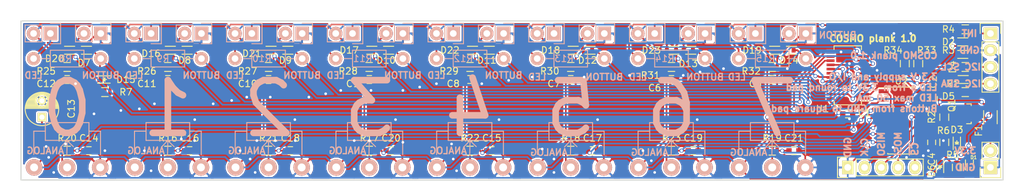
<source format=kicad_pcb>
(kicad_pcb (version 4) (host pcbnew 4.0.4-1.fc25-product)
  (layers (0 F.Cu signal) (31 B.Cu signal) (34 B.Paste user) (35 F.Paste user) (36 B.SilkS user) (37 F.SilkS user) (38 B.Mask user) (39 F.Mask user) (44 Edge.Cuts user))
  (net 0 "")
  (net 1 +3V3)
  (net 2 GND)
  (net 3 "Net-(D2-Pad1)")
  (net 4 "Net-(D3-Pad2)")
  (net 5 "Net-(D3-Pad1)")
  (net 6 /scl)
  (net 7 /sda)
  (net 8 "Net-(D6-Pad2)")
  (net 9 "Net-(D15-Pad1)")
  (net 10 "Net-(D8-Pad1)")
  (net 11 "Net-(D9-Pad1)")
  (net 12 "Net-(D10-Pad1)")
  (net 13 "Net-(D11-Pad1)")
  (net 14 "Net-(D12-Pad1)")
  (net 15 "Net-(D13-Pad1)")
  (net 16 "Net-(D14-Pad1)")
  (net 17 "Net-(D15-Pad2)")
  (net 18 "Net-(D16-Pad1)")
  (net 19 "Net-(D17-Pad1)")
  (net 20 "Net-(D18-Pad1)")
  (net 21 "Net-(D19-Pad1)")
  (net 22 "Net-(D20-Pad1)")
  (net 23 "Net-(D21-Pad1)")
  (net 24 "Net-(D22-Pad1)")
  (net 25 "Net-(D23-Pad1)")
  (net 26 "Net-(F1-Pad1)")
  (net 27 "Net-(P2-Pad1)")
  (net 28 "Net-(P2-Pad3)")
  (net 29 "Net-(P2-Pad4)")
  (net 30 "Net-(P7-Pad1)")
  (net 31 "Net-(P8-Pad2)")
  (net 32 "Net-(P9-Pad2)")
  (net 33 "Net-(P11-Pad1)")
  (net 34 "Net-(P12-Pad2)")
  (net 35 "Net-(P13-Pad2)")
  (net 36 "Net-(P15-Pad1)")
  (net 37 "Net-(P16-Pad2)")
  (net 38 "Net-(P17-Pad2)")
  (net 39 "Net-(P19-Pad1)")
  (net 40 "Net-(P21-Pad1)")
  (net 41 "Net-(P22-Pad2)")
  (net 42 "Net-(P23-Pad2)")
  (net 43 "Net-(P24-Pad1)")
  (net 44 "Net-(P25-Pad1)")
  (net 45 "Net-(P26-Pad1)")
  (net 46 "Net-(Q1-Pad1)")
  (net 47 /ana0)
  (net 48 /ana4)
  (net 49 /ana1)
  (net 50 /ana5)
  (net 51 /ana2)
  (net 52 /ana6)
  (net 53 /ana3)
  (net 54 /ana7)
  (net 55 /spiclk)
  (net 56 /MISO)
  (net 57 /MOSI)
  (net 58 /~CS)
  (module Resistors_SMD:R_0603 (layer F.Cu) (at 116.84 71.12 180)
    (fp_text reference R31 (at 3.175 -1.27 180) (layer F.SilkS))
    (fp_text value 10k)
    (pad 1 smd rect (at -0.75 0 180) (size 0.5 0.9) (layers F.Cu F.Paste F.Mask) (net 25 "Net-(D23-Pad1)"))
    (pad 2 smd rect (at 0.75 0 180) (size 0.5 0.9) (layers F.Cu F.Paste F.Mask) (net 1 +3V3))
  )
  (module Capacitors_SMD:C_0603 (layer F.Cu) (at 89.65 83.82)
    (fp_text reference C15 (at 0 -1.9) (layer F.SilkS))
    (fp_text value C)
    (pad 1 smd rect (at -0.75 0) (size 0.8 0.75) (layers F.Cu F.Paste F.Mask) (net 48 /ana4))
    (pad 2 smd rect (at 0.75 0) (size 0.8 0.75) (layers F.Cu F.Paste F.Mask) (net 2 GND))
  )
  (module Resistors_SMD:R_0603 (layer F.Cu) (at 86.36 83.82 180)
    (fp_text reference R22 (at 0 1.905 180) (layer F.SilkS))
    (fp_text value 1k)
    (pad 1 smd rect (at -0.75 0 180) (size 0.5 0.9) (layers F.Cu F.Paste F.Mask) (net 48 /ana4))
    (pad 2 smd rect (at 0.75 0 180) (size 0.5 0.9) (layers F.Cu F.Paste F.Mask) (net 32 "Net-(P9-Pad2)"))
  )
  (module Capacitors_SMD:C_0603 (layer F.Cu) (at 104.89 83.82)
    (fp_text reference C17 (at 0 -1.9) (layer F.SilkS))
    (fp_text value C)
    (pad 1 smd rect (at -0.75 0) (size 0.8 0.75) (layers F.Cu F.Paste F.Mask) (net 50 /ana5))
    (pad 2 smd rect (at 0.75 0) (size 0.8 0.75) (layers F.Cu F.Paste F.Mask) (net 2 GND))
  )
  (module Resistors_SMD:R_0603 (layer F.Cu) (at 101.6 83.82 180)
    (fp_text reference R18 (at 0 1.905 180) (layer F.SilkS))
    (fp_text value 1k)
    (pad 1 smd rect (at -0.75 0 180) (size 0.5 0.9) (layers F.Cu F.Paste F.Mask) (net 50 /ana5))
    (pad 2 smd rect (at 0.75 0 180) (size 0.5 0.9) (layers F.Cu F.Paste F.Mask) (net 35 "Net-(P13-Pad2)"))
  )
  (module Potentiometers:Potentiometer_WirePads (layer B.Cu) (at 30.40126 86.36 90)
    (fp_text reference P8 hide)
    (fp_text value ANA0)
    (pad 2 thru_hole circle (at 0 -5.00126 90) (size 2.49936 2.49936) (drill 1.19888) (layers *.Cu *.Mask B.SilkS) (net 31 "Net-(P8-Pad2)"))
    (pad 3 thru_hole circle (at 0 -10.00252 90) (size 2.49936 2.49936) (drill 1.19888) (layers *.Cu *.Mask B.SilkS) (net 1 +3V3))
    (pad 1 thru_hole circle (at 0 0 90) (size 2.49936 2.49936) (drill 1.19888) (layers *.Cu *.Mask B.SilkS) (net 2 GND))
  )
  (module Capacitors_SMD:C_0603 (layer F.Cu) (at 143.51 78.232)
    (fp_text reference C1 (at 2.54 -0.127) (layer F.SilkS))
    (fp_text value C)
    (pad 1 smd rect (at -0.75 0) (size 0.8 0.75) (layers F.Cu F.Paste F.Mask) (net 1 +3V3))
    (pad 2 smd rect (at 0.75 0) (size 0.8 0.75) (layers F.Cu F.Paste F.Mask) (net 2 GND))
  )
  (module Capacitors_SMD:C_0603 (layer F.Cu) (at 156.464 75.946 270)
    (fp_text reference C2 (at -2.54 0 270) (layer F.SilkS))
    (fp_text value C)
    (pad 1 smd rect (at -0.75 0 270) (size 0.8 0.75) (layers F.Cu F.Paste F.Mask) (net 1 +3V3))
    (pad 2 smd rect (at 0.75 0 270) (size 0.8 0.75) (layers F.Cu F.Paste F.Mask) (net 2 GND))
  )
  (module Capacitors_SMD:C_0603 (layer F.Cu) (at 156.21 82.562 270)
    (fp_text reference C4 (at 2.528 0 450) (layer F.SilkS))
    (fp_text value C)
    (pad 1 smd rect (at -0.75 0 270) (size 0.8 0.75) (layers F.Cu F.Paste F.Mask) (net 1 +3V3))
    (pad 2 smd rect (at 0.75 0 270) (size 0.8 0.75) (layers F.Cu F.Paste F.Mask) (net 2 GND))
  )
  (module Capacitors_SMD:C_0603 (layer F.Cu) (at 132.08 73.025)
    (fp_text reference C5 (at -2.54 0.635) (layer F.SilkS))
    (fp_text value C)
    (pad 1 smd rect (at -0.75 0) (size 0.8 0.75) (layers F.Cu F.Paste F.Mask) (net 1 +3V3))
    (pad 2 smd rect (at 0.75 0) (size 0.8 0.75) (layers F.Cu F.Paste F.Mask) (net 2 GND))
  )
  (module Capacitors_SMD:C_0603 (layer F.Cu) (at 116.84 73.025)
    (fp_text reference C6 (at -2.54 1.27) (layer F.SilkS))
    (fp_text value C)
    (pad 1 smd rect (at -0.75 0) (size 0.8 0.75) (layers F.Cu F.Paste F.Mask) (net 1 +3V3))
    (pad 2 smd rect (at 0.75 0) (size 0.8 0.75) (layers F.Cu F.Paste F.Mask) (net 2 GND))
  )
  (module Capacitors_SMD:C_0603 (layer F.Cu) (at 101.6 73.025)
    (fp_text reference C7 (at -2.54 0.635) (layer F.SilkS))
    (fp_text value C)
    (pad 1 smd rect (at -0.75 0) (size 0.8 0.75) (layers F.Cu F.Paste F.Mask) (net 1 +3V3))
    (pad 2 smd rect (at 0.75 0) (size 0.8 0.75) (layers F.Cu F.Paste F.Mask) (net 2 GND))
  )
  (module Capacitors_SMD:C_0603 (layer F.Cu) (at 86.36 73.025)
    (fp_text reference C8 (at -2.54 0.635) (layer F.SilkS))
    (fp_text value C)
    (pad 1 smd rect (at -0.75 0) (size 0.8 0.75) (layers F.Cu F.Paste F.Mask) (net 1 +3V3))
    (pad 2 smd rect (at 0.75 0) (size 0.8 0.75) (layers F.Cu F.Paste F.Mask) (net 2 GND))
  )
  (module Capacitors_SMD:C_0603 (layer F.Cu) (at 71.12 73.025)
    (fp_text reference C9 (at -2.54 0.635) (layer F.SilkS))
    (fp_text value C)
    (pad 1 smd rect (at -0.75 0) (size 0.8 0.75) (layers F.Cu F.Paste F.Mask) (net 1 +3V3))
    (pad 2 smd rect (at 0.75 0) (size 0.8 0.75) (layers F.Cu F.Paste F.Mask) (net 2 GND))
  )
  (module Capacitors_SMD:C_0603 (layer F.Cu) (at 55.88 73.025)
    (fp_text reference C10 (at -3.175 0.635) (layer F.SilkS))
    (fp_text value C)
    (pad 1 smd rect (at -0.75 0) (size 0.8 0.75) (layers F.Cu F.Paste F.Mask) (net 1 +3V3))
    (pad 2 smd rect (at 0.75 0) (size 0.8 0.75) (layers F.Cu F.Paste F.Mask) (net 2 GND))
  )
  (module Capacitors_SMD:C_0603 (layer F.Cu) (at 40.64 73.025)
    (fp_text reference C11 (at -3.175 0.635) (layer F.SilkS))
    (fp_text value C)
    (pad 1 smd rect (at -0.75 0) (size 0.8 0.75) (layers F.Cu F.Paste F.Mask) (net 1 +3V3))
    (pad 2 smd rect (at 0.75 0) (size 0.8 0.75) (layers F.Cu F.Paste F.Mask) (net 2 GND))
  )
  (module Capacitors_SMD:C_0603 (layer F.Cu) (at 25.4 73.025)
    (fp_text reference C12 (at -3.175 0.635) (layer F.SilkS))
    (fp_text value C)
    (pad 1 smd rect (at -0.75 0) (size 0.8 0.75) (layers F.Cu F.Paste F.Mask) (net 1 +3V3))
    (pad 2 smd rect (at 0.75 0) (size 0.8 0.75) (layers F.Cu F.Paste F.Mask) (net 2 GND))
  )
  (module Capacitors_ThroughHole:C_Radial_D5_L11_P2.5 (layer F.Cu) (at 21.59 78.74 90)
    (fp_text reference C13 (at 1.27 4.445 90) (layer F.SilkS))
    (fp_text value CP)
    (pad 1 thru_hole rect (at 0 0 90) (size 1.3 1.3) (drill 0.8) (layers *.Cu *.Mask F.SilkS) (net 1 +3V3))
    (pad 2 thru_hole circle (at 2.5 0 90) (size 1.3 1.3) (drill 0.8) (layers *.Cu *.Mask F.SilkS) (net 2 GND))
  )
  (module Capacitors_SMD:C_0603 (layer F.Cu) (at 28.69 83.82)
    (fp_text reference C14 (at 0 -1.9) (layer F.SilkS))
    (fp_text value C)
    (pad 1 smd rect (at -0.75 0) (size 0.8 0.75) (layers F.Cu F.Paste F.Mask) (net 47 /ana0))
    (pad 2 smd rect (at 0.75 0) (size 0.8 0.75) (layers F.Cu F.Paste F.Mask) (net 2 GND))
  )
  (module Capacitors_SMD:C_0603 (layer F.Cu) (at 43.93 83.82)
    (fp_text reference C16 (at 0 -1.9) (layer F.SilkS))
    (fp_text value C)
    (pad 1 smd rect (at -0.75 0) (size 0.8 0.75) (layers F.Cu F.Paste F.Mask) (net 49 /ana1))
    (pad 2 smd rect (at 0.75 0) (size 0.8 0.75) (layers F.Cu F.Paste F.Mask) (net 2 GND))
  )
  (module Capacitors_SMD:C_0603 (layer F.Cu) (at 59.17 83.82)
    (fp_text reference C18 (at 0 -1.9) (layer F.SilkS))
    (fp_text value C)
    (pad 1 smd rect (at -0.75 0) (size 0.8 0.75) (layers F.Cu F.Paste F.Mask) (net 51 /ana2))
    (pad 2 smd rect (at 0.75 0) (size 0.8 0.75) (layers F.Cu F.Paste F.Mask) (net 2 GND))
  )
  (module Capacitors_SMD:C_0603 (layer F.Cu) (at 120.13 83.82)
    (fp_text reference C19 (at 0 -1.9) (layer F.SilkS))
    (fp_text value C)
    (pad 1 smd rect (at -0.75 0) (size 0.8 0.75) (layers F.Cu F.Paste F.Mask) (net 52 /ana6))
    (pad 2 smd rect (at 0.75 0) (size 0.8 0.75) (layers F.Cu F.Paste F.Mask) (net 2 GND))
  )
  (module Capacitors_SMD:C_0603 (layer F.Cu) (at 74.41 83.82)
    (fp_text reference C20 (at 0 -1.9) (layer F.SilkS))
    (fp_text value C)
    (pad 1 smd rect (at -0.75 0) (size 0.8 0.75) (layers F.Cu F.Paste F.Mask) (net 53 /ana3))
    (pad 2 smd rect (at 0.75 0) (size 0.8 0.75) (layers F.Cu F.Paste F.Mask) (net 2 GND))
  )
  (module Capacitors_SMD:C_0603 (layer F.Cu) (at 135.37 83.82)
    (fp_text reference C21 (at 0 -1.9) (layer F.SilkS))
    (fp_text value C)
    (pad 1 smd rect (at -0.75 0) (size 0.8 0.75) (layers F.Cu F.Paste F.Mask) (net 54 /ana7))
    (pad 2 smd rect (at 0.75 0) (size 0.8 0.75) (layers F.Cu F.Paste F.Mask) (net 2 GND))
  )
  (module Diodes_SMD:SOD-523 (layer F.Cu) (at 161.925 86.36 90)
    (fp_text reference D1 (at 1.524 0.635 180) (layer F.SilkS) (effects (font (size 0.5 0.5) (thickness 0.125))))
    (fp_text value ZENER)
    (pad 2 smd rect (at -0.7 0 90) (size 0.6 0.7) (layers F.Cu F.Paste F.Mask) (net 2 GND))
    (pad 1 smd rect (at 0.7 0 90) (size 0.6 0.7) (layers F.Cu F.Paste F.Mask) (net 1 +3V3))
  )
  (module Diodes_SMD:SOD-523 (layer F.Cu) (at 161.29 67.31 180)
    (fp_text reference D2 (at 2.54 0 180) (layer F.SilkS))
    (fp_text value ZENER)
    (pad 2 smd rect (at -0.7 0 180) (size 0.6 0.7) (layers F.Cu F.Paste F.Mask) (net 2 GND))
    (pad 1 smd rect (at 0.7 0 180) (size 0.6 0.7) (layers F.Cu F.Paste F.Mask) (net 3 "Net-(D2-Pad1)"))
  )
  (module LEDs:LED_0603 (layer F.Cu) (at 160.02 82.55 90)
    (fp_text reference D3 (at 1.905 0 180) (layer F.SilkS))
    (fp_text value "RED FAULT")
    (pad 2 smd rect (at 0.7493 0 270) (size 0.79756 0.79756) (layers F.Cu F.Paste F.Mask) (net 4 "Net-(D3-Pad2)"))
    (pad 1 smd rect (at -0.7493 0 270) (size 0.79756 0.79756) (layers F.Cu F.Paste F.Mask) (net 5 "Net-(D3-Pad1)"))
  )
  (module Diodes_SMD:SOD-523 (layer F.Cu) (at 161.29 69.215 180)
    (fp_text reference D4 (at 1.905 -1.905 270) (layer F.SilkS))
    (fp_text value ZENER)
    (pad 2 smd rect (at -0.7 0 180) (size 0.6 0.7) (layers F.Cu F.Paste F.Mask) (net 2 GND))
    (pad 1 smd rect (at 0.7 0 180) (size 0.6 0.7) (layers F.Cu F.Paste F.Mask) (net 6 /scl))
  )
  (module Diodes_SMD:SOD-523 (layer F.Cu) (at 161.355 73.025 180)
    (fp_text reference D5 (at 2.605 -2.54 180) (layer F.SilkS))
    (fp_text value ZENER)
    (pad 2 smd rect (at -0.7 0 180) (size 0.6 0.7) (layers F.Cu F.Paste F.Mask) (net 2 GND))
    (pad 1 smd rect (at 0.7 0 180) (size 0.6 0.7) (layers F.Cu F.Paste F.Mask) (net 7 /sda))
  )
  (module LEDs:LED_0603 (layer F.Cu) (at 157.48 86.36 270)
    (fp_text reference D6 (at 0.508 1.27 270) (layer F.SilkS))
    (fp_text value "GREEN PWR")
    (pad 2 smd rect (at 0.7493 0 90) (size 0.79756 0.79756) (layers F.Cu F.Paste F.Mask) (net 8 "Net-(D6-Pad2)"))
    (pad 1 smd rect (at -0.7493 0 90) (size 0.79756 0.79756) (layers F.Cu F.Paste F.Mask) (net 2 GND))
  )
  (module Diodes_SMD:SOD-523 (layer F.Cu) (at 27.94 68.58)
    (fp_text reference D7 (at 0 1.905) (layer F.SilkS))
    (fp_text value ZENER)
    (pad 2 smd rect (at -0.7 0) (size 0.6 0.7) (layers F.Cu F.Paste F.Mask) (net 2 GND))
    (pad 1 smd rect (at 0.7 0) (size 0.6 0.7) (layers F.Cu F.Paste F.Mask) (net 9 "Net-(D15-Pad1)"))
  )
  (module Diodes_SMD:SOD-523 (layer F.Cu) (at 43.18 68.58)
    (fp_text reference D8 (at 0 1.524) (layer F.SilkS))
    (fp_text value ZENER)
    (pad 2 smd rect (at -0.7 0) (size 0.6 0.7) (layers F.Cu F.Paste F.Mask) (net 2 GND))
    (pad 1 smd rect (at 0.7 0) (size 0.6 0.7) (layers F.Cu F.Paste F.Mask) (net 10 "Net-(D8-Pad1)"))
  )
  (module Diodes_SMD:SOD-523 (layer F.Cu) (at 58.42 68.58)
    (fp_text reference D9 (at 0 1.524) (layer F.SilkS))
    (fp_text value ZENER)
    (pad 2 smd rect (at -0.7 0) (size 0.6 0.7) (layers F.Cu F.Paste F.Mask) (net 2 GND))
    (pad 1 smd rect (at 0.7 0) (size 0.6 0.7) (layers F.Cu F.Paste F.Mask) (net 11 "Net-(D9-Pad1)"))
  )
  (module Diodes_SMD:SOD-523 (layer F.Cu) (at 73.66 68.58)
    (fp_text reference D10 (at 0 1.524) (layer F.SilkS))
    (fp_text value ZENER)
    (pad 2 smd rect (at -0.7 0) (size 0.6 0.7) (layers F.Cu F.Paste F.Mask) (net 2 GND))
    (pad 1 smd rect (at 0.7 0) (size 0.6 0.7) (layers F.Cu F.Paste F.Mask) (net 12 "Net-(D10-Pad1)"))
  )
  (module Diodes_SMD:SOD-523 (layer F.Cu) (at 88.9 68.58)
    (fp_text reference D11 (at 0 1.524) (layer F.SilkS))
    (fp_text value ZENER)
    (pad 2 smd rect (at -0.7 0) (size 0.6 0.7) (layers F.Cu F.Paste F.Mask) (net 2 GND))
    (pad 1 smd rect (at 0.7 0) (size 0.6 0.7) (layers F.Cu F.Paste F.Mask) (net 13 "Net-(D11-Pad1)"))
  )
  (module Diodes_SMD:SOD-523 (layer F.Cu) (at 104.14 68.58)
    (fp_text reference D12 (at 0 1.524) (layer F.SilkS))
    (fp_text value ZENER)
    (pad 2 smd rect (at -0.7 0) (size 0.6 0.7) (layers F.Cu F.Paste F.Mask) (net 2 GND))
    (pad 1 smd rect (at 0.7 0) (size 0.6 0.7) (layers F.Cu F.Paste F.Mask) (net 14 "Net-(D12-Pad1)"))
  )
  (module Diodes_SMD:SOD-523 (layer F.Cu) (at 119.38 68.58)
    (fp_text reference D13 (at 0 2.032) (layer F.SilkS))
    (fp_text value ZENER)
    (pad 2 smd rect (at -0.7 0) (size 0.6 0.7) (layers F.Cu F.Paste F.Mask) (net 2 GND))
    (pad 1 smd rect (at 0.7 0) (size 0.6 0.7) (layers F.Cu F.Paste F.Mask) (net 15 "Net-(D13-Pad1)"))
  )
  (module Diodes_SMD:SOD-523 (layer F.Cu) (at 134.62 68.58)
    (fp_text reference D14 (at 0 1.524) (layer F.SilkS))
    (fp_text value ZENER)
    (pad 2 smd rect (at -0.7 0) (size 0.6 0.7) (layers F.Cu F.Paste F.Mask) (net 2 GND))
    (pad 1 smd rect (at 0.7 0) (size 0.6 0.7) (layers F.Cu F.Paste F.Mask) (net 16 "Net-(D14-Pad1)"))
  )
  (module LEDs:LED_0603 (layer F.Cu) (at 31.115 73.025)
    (fp_text reference D15 (at 3.175 0) (layer F.SilkS))
    (fp_text value "BLUE TEST")
    (pad 2 smd rect (at 0.7493 0 180) (size 0.79756 0.79756) (layers F.Cu F.Paste F.Mask) (net 17 "Net-(D15-Pad2)"))
    (pad 1 smd rect (at -0.7493 0 180) (size 0.79756 0.79756) (layers F.Cu F.Paste F.Mask) (net 9 "Net-(D15-Pad1)"))
  )
  (module Diodes_SMD:SOD-523 (layer F.Cu) (at 40.64 68.58)
    (fp_text reference D16 (at -2.54 0.508) (layer F.SilkS))
    (fp_text value ZENER)
    (pad 2 smd rect (at -0.7 0) (size 0.6 0.7) (layers F.Cu F.Paste F.Mask) (net 2 GND))
    (pad 1 smd rect (at 0.7 0) (size 0.6 0.7) (layers F.Cu F.Paste F.Mask) (net 18 "Net-(D16-Pad1)"))
  )
  (module Diodes_SMD:SOD-523 (layer F.Cu) (at 71.12 68.58)
    (fp_text reference D17 (at -3.048 0) (layer F.SilkS))
    (fp_text value ZENER)
    (pad 2 smd rect (at -0.7 0) (size 0.6 0.7) (layers F.Cu F.Paste F.Mask) (net 2 GND))
    (pad 1 smd rect (at 0.7 0) (size 0.6 0.7) (layers F.Cu F.Paste F.Mask) (net 19 "Net-(D17-Pad1)"))
  )
  (module Diodes_SMD:SOD-523 (layer F.Cu) (at 101.6 68.58)
    (fp_text reference D18 (at -3.048 0) (layer F.SilkS))
    (fp_text value ZENER)
    (pad 2 smd rect (at -0.7 0) (size 0.6 0.7) (layers F.Cu F.Paste F.Mask) (net 2 GND))
    (pad 1 smd rect (at 0.7 0) (size 0.6 0.7) (layers F.Cu F.Paste F.Mask) (net 20 "Net-(D18-Pad1)"))
  )
  (module Diodes_SMD:SOD-523 (layer F.Cu) (at 132.08 68.58)
    (fp_text reference D19 (at -3.048 0) (layer F.SilkS))
    (fp_text value ZENER)
    (pad 2 smd rect (at -0.7 0) (size 0.6 0.7) (layers F.Cu F.Paste F.Mask) (net 2 GND))
    (pad 1 smd rect (at 0.7 0) (size 0.6 0.7) (layers F.Cu F.Paste F.Mask) (net 21 "Net-(D19-Pad1)"))
  )
  (module Diodes_SMD:SOD-523 (layer F.Cu) (at 25.4 68.58)
    (fp_text reference D20 (at -1.905 1.27) (layer F.SilkS))
    (fp_text value ZENER)
    (pad 2 smd rect (at -0.7 0) (size 0.6 0.7) (layers F.Cu F.Paste F.Mask) (net 2 GND))
    (pad 1 smd rect (at 0.7 0) (size 0.6 0.7) (layers F.Cu F.Paste F.Mask) (net 22 "Net-(D20-Pad1)"))
  )
  (module Diodes_SMD:SOD-523 (layer F.Cu) (at 55.88 68.58)
    (fp_text reference D21 (at -2.54 0.508) (layer F.SilkS))
    (fp_text value ZENER)
    (pad 2 smd rect (at -0.7 0) (size 0.6 0.7) (layers F.Cu F.Paste F.Mask) (net 2 GND))
    (pad 1 smd rect (at 0.7 0) (size 0.6 0.7) (layers F.Cu F.Paste F.Mask) (net 23 "Net-(D21-Pad1)"))
  )
  (module Diodes_SMD:SOD-523 (layer F.Cu) (at 86.36 68.58)
    (fp_text reference D22 (at -3.048 0) (layer F.SilkS))
    (fp_text value ZENER)
    (pad 2 smd rect (at -0.7 0) (size 0.6 0.7) (layers F.Cu F.Paste F.Mask) (net 2 GND))
    (pad 1 smd rect (at 0.7 0) (size 0.6 0.7) (layers F.Cu F.Paste F.Mask) (net 24 "Net-(D22-Pad1)"))
  )
  (module Diodes_SMD:SOD-523 (layer F.Cu) (at 116.84 68.58)
    (fp_text reference D23 (at -3.048 0) (layer F.SilkS))
    (fp_text value ZENER)
    (pad 2 smd rect (at -0.7 0) (size 0.6 0.7) (layers F.Cu F.Paste F.Mask) (net 2 GND))
    (pad 1 smd rect (at 0.7 0) (size 0.6 0.7) (layers F.Cu F.Paste F.Mask) (net 25 "Net-(D23-Pad1)"))
  )
  (module Pin_Headers:Pin_Header_Straight_1x02 (layer F.Cu) (at 165.1 86.36 180)
    (fp_text reference P1 hide)
    (fp_text value 3.3V)
    (pad 1 thru_hole rect (at 0 0 180) (size 2.032 2.032) (drill 1.016) (layers *.Cu *.Mask F.SilkS) (net 2 GND))
    (pad 2 thru_hole oval (at 0 2.54 180) (size 2.032 2.032) (drill 1.016) (layers *.Cu *.Mask F.SilkS) (net 26 "Net-(F1-Pad1)"))
  )
  (module Pin_Headers:Pin_Header_Straight_1x04 (layer F.Cu) (at 165.1 66.04)
    (fp_text reference P2 hide)
    (fp_text value I2C)
    (pad 1 thru_hole rect (at 0 0) (size 2.032 1.7272) (drill 1.016) (layers *.Cu *.Mask F.SilkS) (net 27 "Net-(P2-Pad1)"))
    (pad 2 thru_hole oval (at 0 2.54) (size 2.032 1.7272) (drill 1.016) (layers *.Cu *.Mask F.SilkS) (net 2 GND))
    (pad 3 thru_hole oval (at 0 5.08) (size 2.032 1.7272) (drill 1.016) (layers *.Cu *.Mask F.SilkS) (net 28 "Net-(P2-Pad3)"))
    (pad 4 thru_hole oval (at 0 7.62) (size 2.032 1.7272) (drill 1.016) (layers *.Cu *.Mask F.SilkS) (net 29 "Net-(P2-Pad4)"))
  )
  (module Pin_Headers:Pin_Header_Straight_1x02 (layer B.Cu) (at 30.48 66.04 90)
    (fp_text reference P3 hide)
    (fp_text value SW0)
    (pad 1 thru_hole rect (at 0 0 90) (size 2.032 2.032) (drill 1.016) (layers *.Cu *.Mask B.SilkS) (net 2 GND))
    (pad 2 thru_hole oval (at 0 -2.54 90) (size 2.032 2.032) (drill 1.016) (layers *.Cu *.Mask B.SilkS) (net 22 "Net-(D20-Pad1)"))
  )
  (module Pin_Headers:Pin_Header_Straight_1x02 (layer B.Cu) (at 45.72 66.04 90)
    (fp_text reference P4 hide)
    (fp_text value SW1)
    (pad 1 thru_hole rect (at 0 0 90) (size 2.032 2.032) (drill 1.016) (layers *.Cu *.Mask B.SilkS) (net 2 GND))
    (pad 2 thru_hole oval (at 0 -2.54 90) (size 2.032 2.032) (drill 1.016) (layers *.Cu *.Mask B.SilkS) (net 18 "Net-(D16-Pad1)"))
  )
  (module Pin_Headers:Pin_Header_Straight_1x02 (layer B.Cu) (at 60.96 66.04 90)
    (fp_text reference P5 hide)
    (fp_text value SW2)
    (pad 1 thru_hole rect (at 0 0 90) (size 2.032 2.032) (drill 1.016) (layers *.Cu *.Mask B.SilkS) (net 2 GND))
    (pad 2 thru_hole oval (at 0 -2.54 90) (size 2.032 2.032) (drill 1.016) (layers *.Cu *.Mask B.SilkS) (net 23 "Net-(D21-Pad1)"))
  )
  (module Pin_Headers:Pin_Header_Straight_1x02 (layer B.Cu) (at 76.2 66.04 90)
    (fp_text reference P6 hide)
    (fp_text value SW3)
    (pad 1 thru_hole rect (at 0 0 90) (size 2.032 2.032) (drill 1.016) (layers *.Cu *.Mask B.SilkS) (net 2 GND))
    (pad 2 thru_hole oval (at 0 -2.54 90) (size 2.032 2.032) (drill 1.016) (layers *.Cu *.Mask B.SilkS) (net 19 "Net-(D17-Pad1)"))
  )
  (module Pin_Headers:Pin_Header_Straight_1x02 (layer B.Cu) (at 22.86 66.04 90)
    (fp_text reference P7 hide)
    (fp_text value LED0)
    (pad 1 thru_hole rect (at 0 0 90) (size 2.032 2.032) (drill 1.016) (layers *.Cu *.Mask B.SilkS) (net 30 "Net-(P7-Pad1)"))
    (pad 2 thru_hole oval (at 0 -2.54 90) (size 2.032 2.032) (drill 1.016) (layers *.Cu *.Mask B.SilkS) (net 1 +3V3))
  )
  (module Potentiometers:Potentiometer_WirePads (layer B.Cu) (at 91.36126 86.36 90)
    (fp_text reference P9 hide)
    (fp_text value ANA4)
    (pad 2 thru_hole circle (at 0 -5.00126 90) (size 2.49936 2.49936) (drill 1.19888) (layers *.Cu *.Mask B.SilkS) (net 32 "Net-(P9-Pad2)"))
    (pad 3 thru_hole circle (at 0 -10.00252 90) (size 2.49936 2.49936) (drill 1.19888) (layers *.Cu *.Mask B.SilkS) (net 1 +3V3))
    (pad 1 thru_hole circle (at 0 0 90) (size 2.49936 2.49936) (drill 1.19888) (layers *.Cu *.Mask B.SilkS) (net 2 GND))
  )
  (module Pin_Headers:Pin_Header_Straight_1x02 (layer B.Cu) (at 91.44 66.04 90)
    (fp_text reference P10 hide)
    (fp_text value SW4)
    (pad 1 thru_hole rect (at 0 0 90) (size 2.032 2.032) (drill 1.016) (layers *.Cu *.Mask B.SilkS) (net 2 GND))
    (pad 2 thru_hole oval (at 0 -2.54 90) (size 2.032 2.032) (drill 1.016) (layers *.Cu *.Mask B.SilkS) (net 24 "Net-(D22-Pad1)"))
  )
  (module Pin_Headers:Pin_Header_Straight_1x02 (layer B.Cu) (at 38.1 66.04 90)
    (fp_text reference P11 hide)
    (fp_text value LED1)
    (pad 1 thru_hole rect (at 0 0 90) (size 2.032 2.032) (drill 1.016) (layers *.Cu *.Mask B.SilkS) (net 33 "Net-(P11-Pad1)"))
    (pad 2 thru_hole oval (at 0 -2.54 90) (size 2.032 2.032) (drill 1.016) (layers *.Cu *.Mask B.SilkS) (net 1 +3V3))
  )
  (module Potentiometers:Potentiometer_WirePads (layer B.Cu) (at 45.64126 86.36 90)
    (fp_text reference P12 hide)
    (fp_text value ANA1)
    (pad 2 thru_hole circle (at 0 -5.00126 90) (size 2.49936 2.49936) (drill 1.19888) (layers *.Cu *.Mask B.SilkS) (net 34 "Net-(P12-Pad2)"))
    (pad 3 thru_hole circle (at 0 -10.00252 90) (size 2.49936 2.49936) (drill 1.19888) (layers *.Cu *.Mask B.SilkS) (net 1 +3V3))
    (pad 1 thru_hole circle (at 0 0 90) (size 2.49936 2.49936) (drill 1.19888) (layers *.Cu *.Mask B.SilkS) (net 2 GND))
  )
  (module Potentiometers:Potentiometer_WirePads (layer B.Cu) (at 106.60126 86.36 90)
    (fp_text reference P13 hide)
    (fp_text value ANA5)
    (pad 2 thru_hole circle (at 0 -5.00126 90) (size 2.49936 2.49936) (drill 1.19888) (layers *.Cu *.Mask B.SilkS) (net 35 "Net-(P13-Pad2)"))
    (pad 3 thru_hole circle (at 0 -10.00252 90) (size 2.49936 2.49936) (drill 1.19888) (layers *.Cu *.Mask B.SilkS) (net 1 +3V3))
    (pad 1 thru_hole circle (at 0 0 90) (size 2.49936 2.49936) (drill 1.19888) (layers *.Cu *.Mask B.SilkS) (net 2 GND))
  )
  (module Pin_Headers:Pin_Header_Straight_1x02 (layer B.Cu) (at 106.68 66.04 90)
    (fp_text reference P14 hide)
    (fp_text value SW5)
    (pad 1 thru_hole rect (at 0 0 90) (size 2.032 2.032) (drill 1.016) (layers *.Cu *.Mask B.SilkS) (net 2 GND))
    (pad 2 thru_hole oval (at 0 -2.54 90) (size 2.032 2.032) (drill 1.016) (layers *.Cu *.Mask B.SilkS) (net 20 "Net-(D18-Pad1)"))
  )
  (module Pin_Headers:Pin_Header_Straight_1x02 (layer B.Cu) (at 53.34 66.04 90)
    (fp_text reference P15 hide)
    (fp_text value LED2)
    (pad 1 thru_hole rect (at 0 0 90) (size 2.032 2.032) (drill 1.016) (layers *.Cu *.Mask B.SilkS) (net 36 "Net-(P15-Pad1)"))
    (pad 2 thru_hole oval (at 0 -2.54 90) (size 2.032 2.032) (drill 1.016) (layers *.Cu *.Mask B.SilkS) (net 1 +3V3))
  )
  (module Potentiometers:Potentiometer_WirePads (layer B.Cu) (at 60.88126 86.36 90)
    (fp_text reference P16 hide)
    (fp_text value ANA2)
    (pad 2 thru_hole circle (at 0 -5.00126 90) (size 2.49936 2.49936) (drill 1.19888) (layers *.Cu *.Mask B.SilkS) (net 37 "Net-(P16-Pad2)"))
    (pad 3 thru_hole circle (at 0 -10.00252 90) (size 2.49936 2.49936) (drill 1.19888) (layers *.Cu *.Mask B.SilkS) (net 1 +3V3))
    (pad 1 thru_hole circle (at 0 0 90) (size 2.49936 2.49936) (drill 1.19888) (layers *.Cu *.Mask B.SilkS) (net 2 GND))
  )
  (module Potentiometers:Potentiometer_WirePads (layer B.Cu) (at 121.84126 86.36 90)
    (fp_text reference P17 hide)
    (fp_text value ANA6)
    (pad 2 thru_hole circle (at 0 -5.00126 90) (size 2.49936 2.49936) (drill 1.19888) (layers *.Cu *.Mask B.SilkS) (net 38 "Net-(P17-Pad2)"))
    (pad 3 thru_hole circle (at 0 -10.00252 90) (size 2.49936 2.49936) (drill 1.19888) (layers *.Cu *.Mask B.SilkS) (net 1 +3V3))
    (pad 1 thru_hole circle (at 0 0 90) (size 2.49936 2.49936) (drill 1.19888) (layers *.Cu *.Mask B.SilkS) (net 2 GND))
  )
  (module Pin_Headers:Pin_Header_Straight_1x02 (layer B.Cu) (at 121.92 66.04 90)
    (fp_text reference P18 hide)
    (fp_text value SW6)
    (pad 1 thru_hole rect (at 0 0 90) (size 2.032 2.032) (drill 1.016) (layers *.Cu *.Mask B.SilkS) (net 2 GND))
    (pad 2 thru_hole oval (at 0 -2.54 90) (size 2.032 2.032) (drill 1.016) (layers *.Cu *.Mask B.SilkS) (net 25 "Net-(D23-Pad1)"))
  )
  (module Pin_Headers:Pin_Header_Straight_1x02 (layer B.Cu) (at 68.58 66.04 90)
    (fp_text reference P19 hide)
    (fp_text value LED3)
    (pad 1 thru_hole rect (at 0 0 90) (size 2.032 2.032) (drill 1.016) (layers *.Cu *.Mask B.SilkS) (net 39 "Net-(P19-Pad1)"))
    (pad 2 thru_hole oval (at 0 -2.54 90) (size 2.032 2.032) (drill 1.016) (layers *.Cu *.Mask B.SilkS) (net 1 +3V3))
  )
  (module Pin_Headers:Pin_Header_Straight_1x02 (layer B.Cu) (at 137.16 66.04 90)
    (fp_text reference P20 hide)
    (fp_text value SW7)
    (pad 1 thru_hole rect (at 0 0 90) (size 2.032 2.032) (drill 1.016) (layers *.Cu *.Mask B.SilkS) (net 2 GND))
    (pad 2 thru_hole oval (at 0 -2.54 90) (size 2.032 2.032) (drill 1.016) (layers *.Cu *.Mask B.SilkS) (net 21 "Net-(D19-Pad1)"))
  )
  (module Pin_Headers:Pin_Header_Straight_1x02 (layer B.Cu) (at 83.82 66.04 90)
    (fp_text reference P21 hide)
    (fp_text value LED4)
    (pad 1 thru_hole rect (at 0 0 90) (size 2.032 2.032) (drill 1.016) (layers *.Cu *.Mask B.SilkS) (net 40 "Net-(P21-Pad1)"))
    (pad 2 thru_hole oval (at 0 -2.54 90) (size 2.032 2.032) (drill 1.016) (layers *.Cu *.Mask B.SilkS) (net 1 +3V3))
  )
  (module Potentiometers:Potentiometer_WirePads (layer B.Cu) (at 76.12126 86.36 90)
    (fp_text reference P22 hide)
    (fp_text value ANA3)
    (pad 2 thru_hole circle (at 0 -5.00126 90) (size 2.49936 2.49936) (drill 1.19888) (layers *.Cu *.Mask B.SilkS) (net 41 "Net-(P22-Pad2)"))
    (pad 3 thru_hole circle (at 0 -10.00252 90) (size 2.49936 2.49936) (drill 1.19888) (layers *.Cu *.Mask B.SilkS) (net 1 +3V3))
    (pad 1 thru_hole circle (at 0 0 90) (size 2.49936 2.49936) (drill 1.19888) (layers *.Cu *.Mask B.SilkS) (net 2 GND))
  )
  (module Potentiometers:Potentiometer_WirePads (layer B.Cu) (at 137.08126 86.36 90)
    (fp_text reference P23 hide)
    (fp_text value ANA7)
    (pad 2 thru_hole circle (at 0 -5.00126 90) (size 2.49936 2.49936) (drill 1.19888) (layers *.Cu *.Mask B.SilkS) (net 42 "Net-(P23-Pad2)"))
    (pad 3 thru_hole circle (at 0 -10.00252 90) (size 2.49936 2.49936) (drill 1.19888) (layers *.Cu *.Mask B.SilkS) (net 1 +3V3))
    (pad 1 thru_hole circle (at 0 0 90) (size 2.49936 2.49936) (drill 1.19888) (layers *.Cu *.Mask B.SilkS) (net 2 GND))
  )
  (module Pin_Headers:Pin_Header_Straight_1x02 (layer B.Cu) (at 99.06 66.04 90)
    (fp_text reference P24 hide)
    (fp_text value LED5)
    (pad 1 thru_hole rect (at 0 0 90) (size 2.032 2.032) (drill 1.016) (layers *.Cu *.Mask B.SilkS) (net 43 "Net-(P24-Pad1)"))
    (pad 2 thru_hole oval (at 0 -2.54 90) (size 2.032 2.032) (drill 1.016) (layers *.Cu *.Mask B.SilkS) (net 1 +3V3))
  )
  (module Pin_Headers:Pin_Header_Straight_1x02 (layer B.Cu) (at 114.3 66.04 90)
    (fp_text reference P25 hide)
    (fp_text value LED6)
    (pad 1 thru_hole rect (at 0 0 90) (size 2.032 2.032) (drill 1.016) (layers *.Cu *.Mask B.SilkS) (net 44 "Net-(P25-Pad1)"))
    (pad 2 thru_hole oval (at 0 -2.54 90) (size 2.032 2.032) (drill 1.016) (layers *.Cu *.Mask B.SilkS) (net 1 +3V3))
  )
  (module Pin_Headers:Pin_Header_Straight_1x02 (layer B.Cu) (at 129.54 66.04 90)
    (fp_text reference P26 hide)
    (fp_text value LED7)
    (pad 1 thru_hole rect (at 0 0 90) (size 2.032 2.032) (drill 1.016) (layers *.Cu *.Mask B.SilkS) (net 45 "Net-(P26-Pad1)"))
    (pad 2 thru_hole oval (at 0 -2.54 90) (size 2.032 2.032) (drill 1.016) (layers *.Cu *.Mask B.SilkS) (net 1 +3V3))
  )
  (module TO_SOT_Packages_SMD:SOT-23 (layer F.Cu) (at 161.544 78.232 270)
    (fp_text reference Q1 (at -1.27 2.286 270) (layer F.SilkS))
    (fp_text value Q_PNP_BEC)
    (pad 1 smd rect (at -0.95 1.00076 270) (size 0.8001 0.8001) (layers F.Cu F.Paste F.Mask) (net 46 "Net-(Q1-Pad1)"))
    (pad 2 smd rect (at 0.95 1.00076 270) (size 0.8001 0.8001) (layers F.Cu F.Paste F.Mask) (net 26 "Net-(F1-Pad1)"))
    (pad 3 smd rect (at 0 -0.99822 270) (size 0.8001 0.8001) (layers F.Cu F.Paste F.Mask) (net 4 "Net-(D3-Pad2)"))
  )
  (module Resistors_SMD:R_0603 (layer F.Cu) (at 161.29 74.93)
    (fp_text reference R1 (at -1.905 -1.27) (layer F.SilkS))
    (fp_text value 100)
    (pad 1 smd rect (at -0.75 0) (size 0.5 0.9) (layers F.Cu F.Paste F.Mask) (net 7 /sda))
    (pad 2 smd rect (at 0.75 0) (size 0.5 0.9) (layers F.Cu F.Paste F.Mask) (net 29 "Net-(P2-Pad4)"))
  )
  (module Resistors_SMD:R_0603 (layer F.Cu) (at 158.115 78.74 90)
    (fp_text reference R2 (at 0 -1.9 90) (layer F.SilkS))
    (fp_text value 10k)
    (pad 1 smd rect (at -0.75 0 90) (size 0.5 0.9) (layers F.Cu F.Paste F.Mask) (net 1 +3V3))
    (pad 2 smd rect (at 0.75 0 90) (size 0.5 0.9) (layers F.Cu F.Paste F.Mask) (net 46 "Net-(Q1-Pad1)"))
  )
  (module Resistors_SMD:R_0603 (layer F.Cu) (at 161.29 71.12)
    (fp_text reference R3 (at -2.54 -2.54) (layer F.SilkS))
    (fp_text value 100)
    (pad 1 smd rect (at -0.75 0) (size 0.5 0.9) (layers F.Cu F.Paste F.Mask) (net 6 /scl))
    (pad 2 smd rect (at 0.75 0) (size 0.5 0.9) (layers F.Cu F.Paste F.Mask) (net 28 "Net-(P2-Pad3)"))
  )
  (module Resistors_SMD:R_0603 (layer F.Cu) (at 161.29 65.405)
    (fp_text reference R4 (at -2.54 0) (layer F.SilkS))
    (fp_text value 100)
    (pad 1 smd rect (at -0.75 0) (size 0.5 0.9) (layers F.Cu F.Paste F.Mask) (net 3 "Net-(D2-Pad1)"))
    (pad 2 smd rect (at 0.75 0) (size 0.5 0.9) (layers F.Cu F.Paste F.Mask) (net 27 "Net-(P2-Pad1)"))
  )
  (module Resistors_SMD:R_0603 (layer F.Cu) (at 160.02 86.36 90)
    (fp_text reference R5 (at 1.905 -0.635 180) (layer F.SilkS))
    (fp_text value 180)
    (pad 1 smd rect (at -0.75 0 90) (size 0.5 0.9) (layers F.Cu F.Paste F.Mask) (net 8 "Net-(D6-Pad2)"))
    (pad 2 smd rect (at 0.75 0 90) (size 0.5 0.9) (layers F.Cu F.Paste F.Mask) (net 1 +3V3))
  )
  (module Resistors_SMD:R_0603 (layer F.Cu) (at 158.115 82.55 270)
    (fp_text reference R6 (at -1.778 0.127 360) (layer F.SilkS))
    (fp_text value 150)
    (pad 1 smd rect (at -0.75 0 270) (size 0.5 0.9) (layers F.Cu F.Paste F.Mask) (net 2 GND))
    (pad 2 smd rect (at 0.75 0 270) (size 0.5 0.9) (layers F.Cu F.Paste F.Mask) (net 5 "Net-(D3-Pad1)"))
  )
  (module Resistors_SMD:R_0603 (layer F.Cu) (at 31.115 74.93)
    (fp_text reference R7 (at 3.175 0) (layer F.SilkS))
    (fp_text value R)
    (pad 1 smd rect (at -0.75 0) (size 0.5 0.9) (layers F.Cu F.Paste F.Mask) (net 1 +3V3))
    (pad 2 smd rect (at 0.75 0) (size 0.5 0.9) (layers F.Cu F.Paste F.Mask) (net 17 "Net-(D15-Pad2)"))
  )
  (module Resistors_ThroughHole:Resistor_Horizontal_RM10mm (layer B.Cu) (at 20.32 69.85)
    (fp_text reference R8 (at 4.826 0) (layer B.SilkS) (effects (justify mirror)))
    (fp_text value R)
    (pad 1 thru_hole circle (at 0 0) (size 1.99898 1.99898) (drill 1.00076) (layers *.Cu *.SilkS *.Mask) (net 30 "Net-(P7-Pad1)"))
    (pad 2 thru_hole circle (at 10.16 0) (size 1.99898 1.99898) (drill 1.00076) (layers *.Cu *.SilkS *.Mask) (net 9 "Net-(D15-Pad1)"))
  )
  (module Resistors_ThroughHole:Resistor_Horizontal_RM10mm (layer B.Cu) (at 35.56 69.85)
    (fp_text reference R9 (at 4.318 0) (layer B.SilkS) (effects (justify mirror)))
    (fp_text value R)
    (pad 1 thru_hole circle (at 0 0) (size 1.99898 1.99898) (drill 1.00076) (layers *.Cu *.SilkS *.Mask) (net 33 "Net-(P11-Pad1)"))
    (pad 2 thru_hole circle (at 10.16 0) (size 1.99898 1.99898) (drill 1.00076) (layers *.Cu *.SilkS *.Mask) (net 10 "Net-(D8-Pad1)"))
  )
  (module Resistors_ThroughHole:Resistor_Horizontal_RM10mm (layer B.Cu) (at 50.8 69.85)
    (fp_text reference R10 (at 4.064 0) (layer B.SilkS) (effects (justify mirror)))
    (fp_text value R)
    (pad 1 thru_hole circle (at 0 0) (size 1.99898 1.99898) (drill 1.00076) (layers *.Cu *.SilkS *.Mask) (net 36 "Net-(P15-Pad1)"))
    (pad 2 thru_hole circle (at 10.16 0) (size 1.99898 1.99898) (drill 1.00076) (layers *.Cu *.SilkS *.Mask) (net 11 "Net-(D9-Pad1)"))
  )
  (module Resistors_ThroughHole:Resistor_Horizontal_RM10mm (layer B.Cu) (at 66.04 69.85)
    (fp_text reference R11 (at 4.064 0) (layer B.SilkS) (effects (justify mirror)))
    (fp_text value R)
    (pad 1 thru_hole circle (at 0 0) (size 1.99898 1.99898) (drill 1.00076) (layers *.Cu *.SilkS *.Mask) (net 39 "Net-(P19-Pad1)"))
    (pad 2 thru_hole circle (at 10.16 0) (size 1.99898 1.99898) (drill 1.00076) (layers *.Cu *.SilkS *.Mask) (net 12 "Net-(D10-Pad1)"))
  )
  (module Resistors_ThroughHole:Resistor_Horizontal_RM10mm (layer B.Cu) (at 81.28 69.85)
    (fp_text reference R12 (at 4.064 0) (layer B.SilkS) (effects (justify mirror)))
    (fp_text value R)
    (pad 1 thru_hole circle (at 0 0) (size 1.99898 1.99898) (drill 1.00076) (layers *.Cu *.SilkS *.Mask) (net 40 "Net-(P21-Pad1)"))
    (pad 2 thru_hole circle (at 10.16 0) (size 1.99898 1.99898) (drill 1.00076) (layers *.Cu *.SilkS *.Mask) (net 13 "Net-(D11-Pad1)"))
  )
  (module Resistors_ThroughHole:Resistor_Horizontal_RM10mm (layer B.Cu) (at 96.52 69.85)
    (fp_text reference R13 (at 4.064 0) (layer B.SilkS) (effects (justify mirror)))
    (fp_text value R)
    (pad 1 thru_hole circle (at 0 0) (size 1.99898 1.99898) (drill 1.00076) (layers *.Cu *.SilkS *.Mask) (net 43 "Net-(P24-Pad1)"))
    (pad 2 thru_hole circle (at 10.16 0) (size 1.99898 1.99898) (drill 1.00076) (layers *.Cu *.SilkS *.Mask) (net 14 "Net-(D12-Pad1)"))
  )
  (module Resistors_ThroughHole:Resistor_Horizontal_RM10mm (layer B.Cu) (at 111.76 69.85)
    (fp_text reference R14 (at 4.064 0) (layer B.SilkS) (effects (justify mirror)))
    (fp_text value R)
    (pad 1 thru_hole circle (at 0 0) (size 1.99898 1.99898) (drill 1.00076) (layers *.Cu *.SilkS *.Mask) (net 44 "Net-(P25-Pad1)"))
    (pad 2 thru_hole circle (at 10.16 0) (size 1.99898 1.99898) (drill 1.00076) (layers *.Cu *.SilkS *.Mask) (net 15 "Net-(D13-Pad1)"))
  )
  (module Resistors_ThroughHole:Resistor_Horizontal_RM10mm (layer B.Cu) (at 127 69.85)
    (fp_text reference R15 (at 4.064 0) (layer B.SilkS) (effects (justify mirror)))
    (fp_text value R)
    (pad 1 thru_hole circle (at 0 0) (size 1.99898 1.99898) (drill 1.00076) (layers *.Cu *.SilkS *.Mask) (net 45 "Net-(P26-Pad1)"))
    (pad 2 thru_hole circle (at 10.16 0) (size 1.99898 1.99898) (drill 1.00076) (layers *.Cu *.SilkS *.Mask) (net 16 "Net-(D14-Pad1)"))
  )
  (module Resistors_SMD:R_0603 (layer F.Cu) (at 40.64 83.82 180)
    (fp_text reference R16 (at 0 1.905 180) (layer F.SilkS))
    (fp_text value 1k)
    (pad 1 smd rect (at -0.75 0 180) (size 0.5 0.9) (layers F.Cu F.Paste F.Mask) (net 49 /ana1))
    (pad 2 smd rect (at 0.75 0 180) (size 0.5 0.9) (layers F.Cu F.Paste F.Mask) (net 34 "Net-(P12-Pad2)"))
  )
  (module Resistors_SMD:R_0603 (layer F.Cu) (at 71.12 83.82 180)
    (fp_text reference R17 (at 0 1.905 180) (layer F.SilkS))
    (fp_text value 1k)
    (pad 1 smd rect (at -0.75 0 180) (size 0.5 0.9) (layers F.Cu F.Paste F.Mask) (net 53 /ana3))
    (pad 2 smd rect (at 0.75 0 180) (size 0.5 0.9) (layers F.Cu F.Paste F.Mask) (net 41 "Net-(P22-Pad2)"))
  )
  (module Resistors_SMD:R_0603 (layer F.Cu) (at 132.08 83.82 180)
    (fp_text reference R19 (at 0 1.905 180) (layer F.SilkS))
    (fp_text value 1k)
    (pad 1 smd rect (at -0.75 0 180) (size 0.5 0.9) (layers F.Cu F.Paste F.Mask) (net 54 /ana7))
    (pad 2 smd rect (at 0.75 0 180) (size 0.5 0.9) (layers F.Cu F.Paste F.Mask) (net 42 "Net-(P23-Pad2)"))
  )
  (module Resistors_SMD:R_0603 (layer F.Cu) (at 25.4 83.82 180)
    (fp_text reference R20 (at 0 1.905 180) (layer F.SilkS))
    (fp_text value 1k)
    (pad 1 smd rect (at -0.75 0 180) (size 0.5 0.9) (layers F.Cu F.Paste F.Mask) (net 47 /ana0))
    (pad 2 smd rect (at 0.75 0 180) (size 0.5 0.9) (layers F.Cu F.Paste F.Mask) (net 31 "Net-(P8-Pad2)"))
  )
  (module Resistors_SMD:R_0603 (layer F.Cu) (at 55.88 83.82 180)
    (fp_text reference R21 (at 0 1.905 180) (layer F.SilkS))
    (fp_text value 1k)
    (pad 1 smd rect (at -0.75 0 180) (size 0.5 0.9) (layers F.Cu F.Paste F.Mask) (net 51 /ana2))
    (pad 2 smd rect (at 0.75 0 180) (size 0.5 0.9) (layers F.Cu F.Paste F.Mask) (net 37 "Net-(P16-Pad2)"))
  )
  (module Resistors_SMD:R_0603 (layer F.Cu) (at 116.84 83.82 180)
    (fp_text reference R23 (at 0 1.905 180) (layer F.SilkS))
    (fp_text value 1k)
    (pad 1 smd rect (at -0.75 0 180) (size 0.5 0.9) (layers F.Cu F.Paste F.Mask) (net 52 /ana6))
    (pad 2 smd rect (at 0.75 0 180) (size 0.5 0.9) (layers F.Cu F.Paste F.Mask) (net 38 "Net-(P17-Pad2)"))
  )
  (module Housings_SSOP:SSOP-24_3.9x8.7mm_Pitch0.635mm (layer F.Cu) (at 143.51 72.39 180)
    (fp_text reference U1 (at 3.81 -5.08 180) (layer F.SilkS))
    (fp_text value MAX7313)
    (pad 1 smd rect (at -2.6 -3.4925 180) (size 1.2 0.4) (layers F.Cu F.Paste F.Mask) (net 3 "Net-(D2-Pad1)"))
    (pad 2 smd rect (at -2.6 -2.8575 180) (size 1.2 0.4) (layers F.Cu F.Paste F.Mask) (net 2 GND))
    (pad 3 smd rect (at -2.6 -2.2225 180) (size 1.2 0.4) (layers F.Cu F.Paste F.Mask) (net 2 GND))
    (pad 4 smd rect (at -2.6 -1.5875 180) (size 1.2 0.4) (layers F.Cu F.Paste F.Mask) (net 22 "Net-(D20-Pad1)"))
    (pad 5 smd rect (at -2.6 -0.9525 180) (size 1.2 0.4) (layers F.Cu F.Paste F.Mask) (net 18 "Net-(D16-Pad1)"))
    (pad 6 smd rect (at -2.6 -0.3175 180) (size 1.2 0.4) (layers F.Cu F.Paste F.Mask) (net 23 "Net-(D21-Pad1)"))
    (pad 7 smd rect (at -2.6 0.3175 180) (size 1.2 0.4) (layers F.Cu F.Paste F.Mask) (net 19 "Net-(D17-Pad1)"))
    (pad 8 smd rect (at -2.6 0.9525 180) (size 1.2 0.4) (layers F.Cu F.Paste F.Mask) (net 24 "Net-(D22-Pad1)"))
    (pad 9 smd rect (at -2.6 1.5875 180) (size 1.2 0.4) (layers F.Cu F.Paste F.Mask) (net 20 "Net-(D18-Pad1)"))
    (pad 10 smd rect (at -2.6 2.2225 180) (size 1.2 0.4) (layers F.Cu F.Paste F.Mask) (net 25 "Net-(D23-Pad1)"))
    (pad 11 smd rect (at -2.6 2.8575 180) (size 1.2 0.4) (layers F.Cu F.Paste F.Mask) (net 21 "Net-(D19-Pad1)"))
    (pad 12 smd rect (at -2.6 3.4925 180) (size 1.2 0.4) (layers F.Cu F.Paste F.Mask) (net 2 GND))
    (pad 13 smd rect (at 2.6 3.4925 180) (size 1.2 0.4) (layers F.Cu F.Paste F.Mask) (net 9 "Net-(D15-Pad1)"))
    (pad 14 smd rect (at 2.6 2.8575 180) (size 1.2 0.4) (layers F.Cu F.Paste F.Mask) (net 10 "Net-(D8-Pad1)"))
    (pad 15 smd rect (at 2.6 2.2225 180) (size 1.2 0.4) (layers F.Cu F.Paste F.Mask) (net 11 "Net-(D9-Pad1)"))
    (pad 16 smd rect (at 2.6 1.5875 180) (size 1.2 0.4) (layers F.Cu F.Paste F.Mask) (net 12 "Net-(D10-Pad1)"))
    (pad 17 smd rect (at 2.6 0.9525 180) (size 1.2 0.4) (layers F.Cu F.Paste F.Mask) (net 13 "Net-(D11-Pad1)"))
    (pad 18 smd rect (at 2.6 0.3175 180) (size 1.2 0.4) (layers F.Cu F.Paste F.Mask) (net 14 "Net-(D12-Pad1)"))
    (pad 19 smd rect (at 2.6 -0.3175 180) (size 1.2 0.4) (layers F.Cu F.Paste F.Mask) (net 15 "Net-(D13-Pad1)"))
    (pad 20 smd rect (at 2.6 -0.9525 180) (size 1.2 0.4) (layers F.Cu F.Paste F.Mask) (net 16 "Net-(D14-Pad1)"))
    (pad 21 smd rect (at 2.6 -1.5875 180) (size 1.2 0.4) (layers F.Cu F.Paste F.Mask) (net 2 GND))
    (pad 22 smd rect (at 2.6 -2.2225 180) (size 1.2 0.4) (layers F.Cu F.Paste F.Mask) (net 6 /scl))
    (pad 23 smd rect (at 2.6 -2.8575 180) (size 1.2 0.4) (layers F.Cu F.Paste F.Mask) (net 7 /sda))
    (pad 24 smd rect (at 2.6 -3.4925 180) (size 1.2 0.4) (layers F.Cu F.Paste F.Mask) (net 1 +3V3))
  )
  (module Resistors_SMD:R_0603 (layer F.Cu) (at 25.4 71.12 180)
    (fp_text reference R25 (at 3.175 -0.635 180) (layer F.SilkS))
    (fp_text value 10k)
    (pad 1 smd rect (at -0.75 0 180) (size 0.5 0.9) (layers F.Cu F.Paste F.Mask) (net 22 "Net-(D20-Pad1)"))
    (pad 2 smd rect (at 0.75 0 180) (size 0.5 0.9) (layers F.Cu F.Paste F.Mask) (net 1 +3V3))
  )
  (module Resistors_SMD:R_0603 (layer F.Cu) (at 40.64 71.12 180)
    (fp_text reference R26 (at 3.175 -0.635 180) (layer F.SilkS))
    (fp_text value 10k)
    (pad 1 smd rect (at -0.75 0 180) (size 0.5 0.9) (layers F.Cu F.Paste F.Mask) (net 18 "Net-(D16-Pad1)"))
    (pad 2 smd rect (at 0.75 0 180) (size 0.5 0.9) (layers F.Cu F.Paste F.Mask) (net 1 +3V3))
  )
  (module Resistors_SMD:R_0603 (layer F.Cu) (at 55.88 71.12 180)
    (fp_text reference R27 (at 3.175 -0.635 180) (layer F.SilkS))
    (fp_text value 10k)
    (pad 1 smd rect (at -0.75 0 180) (size 0.5 0.9) (layers F.Cu F.Paste F.Mask) (net 23 "Net-(D21-Pad1)"))
    (pad 2 smd rect (at 0.75 0 180) (size 0.5 0.9) (layers F.Cu F.Paste F.Mask) (net 1 +3V3))
  )
  (module Resistors_SMD:R_0603 (layer F.Cu) (at 71.095 71.12 180)
    (fp_text reference R28 (at 3.175 -0.635 180) (layer F.SilkS))
    (fp_text value 10k)
    (pad 1 smd rect (at -0.75 0 180) (size 0.5 0.9) (layers F.Cu F.Paste F.Mask) (net 19 "Net-(D17-Pad1)"))
    (pad 2 smd rect (at 0.75 0 180) (size 0.5 0.9) (layers F.Cu F.Paste F.Mask) (net 1 +3V3))
  )
  (module Resistors_SMD:R_0603 (layer F.Cu) (at 86.36 71.12 180)
    (fp_text reference R29 (at 3.175 -0.635 180) (layer F.SilkS))
    (fp_text value 10k)
    (pad 1 smd rect (at -0.75 0 180) (size 0.5 0.9) (layers F.Cu F.Paste F.Mask) (net 24 "Net-(D22-Pad1)"))
    (pad 2 smd rect (at 0.75 0 180) (size 0.5 0.9) (layers F.Cu F.Paste F.Mask) (net 1 +3V3))
  )
  (module Resistors_SMD:R_0603 (layer F.Cu) (at 101.6 71.12 180)
    (fp_text reference R30 (at 3.175 -0.635 180) (layer F.SilkS))
    (fp_text value 10k)
    (pad 1 smd rect (at -0.75 0 180) (size 0.5 0.9) (layers F.Cu F.Paste F.Mask) (net 20 "Net-(D18-Pad1)"))
    (pad 2 smd rect (at 0.75 0 180) (size 0.5 0.9) (layers F.Cu F.Paste F.Mask) (net 1 +3V3))
  )
  (module Resistors_SMD:R_0603 (layer F.Cu) (at 132.08 71.12 180)
    (fp_text reference R32 (at 3.175 -0.635 180) (layer F.SilkS))
    (fp_text value 10k)
    (pad 1 smd rect (at -0.75 0 180) (size 0.5 0.9) (layers F.Cu F.Paste F.Mask) (net 21 "Net-(D19-Pad1)"))
    (pad 2 smd rect (at 0.75 0 180) (size 0.5 0.9) (layers F.Cu F.Paste F.Mask) (net 1 +3V3))
  )
  (module Pin_Headers:Pin_Header_Straight_1x05 (layer F.Cu) (at 143.51 86.36 90)
    (fp_text reference P27 hide)
    (fp_text value CONN_01X05)
    (pad 1 thru_hole rect (at 0 0 90) (size 2.032 1.7272) (drill 1.016) (layers *.Cu *.Mask F.SilkS) (net 2 GND))
    (pad 2 thru_hole oval (at 0 2.54 90) (size 2.032 1.7272) (drill 1.016) (layers *.Cu *.Mask F.SilkS) (net 55 /spiclk))
    (pad 3 thru_hole oval (at 0 5.08 90) (size 2.032 1.7272) (drill 1.016) (layers *.Cu *.Mask F.SilkS) (net 56 /MISO))
    (pad 4 thru_hole oval (at 0 7.62 90) (size 2.032 1.7272) (drill 1.016) (layers *.Cu *.Mask F.SilkS) (net 57 /MOSI))
    (pad 5 thru_hole oval (at 0 10.16 90) (size 2.032 1.7272) (drill 1.016) (layers *.Cu *.Mask F.SilkS) (net 58 /~CS))
  )
  (module Resistors_SMD:R_0603 (layer F.Cu) (at 154.178 70.612 90)
    (fp_text reference R33 (at 2.032 1.27 180) (layer F.SilkS))
    (fp_text value DNM)
    (pad 1 smd rect (at -0.75 0 90) (size 0.5 0.9) (layers F.Cu F.Paste F.Mask) (net 6 /scl))
    (pad 2 smd rect (at 0.75 0 90) (size 0.5 0.9) (layers F.Cu F.Paste F.Mask) (net 1 +3V3))
  )
  (module Resistors_SMD:R_0603 (layer F.Cu) (at 152.146 70.612 90)
    (fp_text reference R34 (at 2.032 -1.778 180) (layer F.SilkS))
    (fp_text value DNM)
    (pad 1 smd rect (at -0.75 0 90) (size 0.5 0.9) (layers F.Cu F.Paste F.Mask) (net 7 /sda))
    (pad 2 smd rect (at 0.75 0 90) (size 0.5 0.9) (layers F.Cu F.Paste F.Mask) (net 1 +3V3))
  )
  (module Housings_SOIC:SOIC-16_3.9x9.9mm_Pitch1.27mm (layer F.Cu) (at 151.638 79.248)
    (fp_text reference U2 (at 0 -6) (layer F.SilkS))
    (fp_text value MCP3008)
    (pad 1 smd rect (at -2.7 -4.445) (size 1.5 0.6) (layers F.Cu F.Paste F.Mask) (net 47 /ana0))
    (pad 2 smd rect (at -2.7 -3.175) (size 1.5 0.6) (layers F.Cu F.Paste F.Mask) (net 49 /ana1))
    (pad 3 smd rect (at -2.7 -1.905) (size 1.5 0.6) (layers F.Cu F.Paste F.Mask) (net 51 /ana2))
    (pad 4 smd rect (at -2.7 -0.635) (size 1.5 0.6) (layers F.Cu F.Paste F.Mask) (net 53 /ana3))
    (pad 5 smd rect (at -2.7 0.635) (size 1.5 0.6) (layers F.Cu F.Paste F.Mask) (net 48 /ana4))
    (pad 6 smd rect (at -2.7 1.905) (size 1.5 0.6) (layers F.Cu F.Paste F.Mask) (net 50 /ana5))
    (pad 7 smd rect (at -2.7 3.175) (size 1.5 0.6) (layers F.Cu F.Paste F.Mask) (net 52 /ana6))
    (pad 8 smd rect (at -2.7 4.445) (size 1.5 0.6) (layers F.Cu F.Paste F.Mask) (net 54 /ana7))
    (pad 9 smd rect (at 2.7 4.445) (size 1.5 0.6) (layers F.Cu F.Paste F.Mask) (net 2 GND))
    (pad 10 smd rect (at 2.7 3.175) (size 1.5 0.6) (layers F.Cu F.Paste F.Mask) (net 58 /~CS))
    (pad 11 smd rect (at 2.7 1.905) (size 1.5 0.6) (layers F.Cu F.Paste F.Mask) (net 57 /MOSI))
    (pad 12 smd rect (at 2.7 0.635) (size 1.5 0.6) (layers F.Cu F.Paste F.Mask) (net 56 /MISO))
    (pad 13 smd rect (at 2.7 -0.635) (size 1.5 0.6) (layers F.Cu F.Paste F.Mask) (net 55 /spiclk))
    (pad 14 smd rect (at 2.7 -1.905) (size 1.5 0.6) (layers F.Cu F.Paste F.Mask) (net 2 GND))
    (pad 15 smd rect (at 2.7 -3.175) (size 1.5 0.6) (layers F.Cu F.Paste F.Mask) (net 1 +3V3))
    (pad 16 smd rect (at 2.7 -4.445) (size 1.5 0.6) (layers F.Cu F.Paste F.Mask) (net 1 +3V3))
  )
  (module Capacitors_SMD:C_1206_HandSoldering (layer F.Cu) (at 165.1 78.74 90)
    (fp_text reference F1 (at -2.032 -1.778 90) (layer F.SilkS))
    (fp_text value FUSE)
    (pad 1 smd rect (at -2 0 90) (size 2 1.6) (layers F.Cu F.Paste F.Mask) (net 26 "Net-(F1-Pad1)"))
    (pad 2 smd rect (at 2 0 90) (size 2 1.6) (layers F.Cu F.Paste F.Mask) (net 1 +3V3))
  )
  (gr_text BUTTON (at 141.986 66.294) (layer B.SilkS) (effects (font (size 1 1) (thickness 0.2)) (justify mirror)))
  (gr_text LED (at 126.746 72.644 360) (layer B.SilkS) (effects (font (size 1 1) (thickness 0.2)) (justify mirror)))
  (gr_text ANALOG (at 128.524 84.074) (layer B.SilkS) (effects (font (size 1 1) (thickness 0.2)) (justify mirror)))
  (gr_text BUTTON (at 121.92 72.644) (layer B.SilkS) (effects (font (size 1 1) (thickness 0.2)) (justify mirror)))
  (gr_text LED (at 111.76 72.644 360) (layer B.SilkS) (effects (font (size 1 1) (thickness 0.2)) (justify mirror)))
  (gr_text ANALOG (at 113.538 84.074) (layer B.SilkS) (effects (font (size 1 1) (thickness 0.2)) (justify mirror)))
  (gr_text BUTTON (at 106.68 72.644) (layer B.SilkS) (effects (font (size 1 1) (thickness 0.2)) (justify mirror)))
  (gr_text LED (at 96.52 72.644 360) (layer B.SilkS) (effects (font (size 1 1) (thickness 0.2)) (justify mirror)))
  (gr_text ANALOG (at 98.298 84.074) (layer B.SilkS) (effects (font (size 1 1) (thickness 0.2)) (justify mirror)))
  (gr_text BUTTON (at 91.44 72.39) (layer B.SilkS) (effects (font (size 1 1) (thickness 0.2)) (justify mirror)))
  (gr_text LED (at 81.28 72.39 360) (layer B.SilkS) (effects (font (size 1 1) (thickness 0.2)) (justify mirror)))
  (gr_text ANALOG (at 83.058 83.82) (layer B.SilkS) (effects (font (size 1 1) (thickness 0.2)) (justify mirror)))
  (gr_text BUTTON (at 76.2 72.39) (layer B.SilkS) (effects (font (size 1 1) (thickness 0.2)) (justify mirror)))
  (gr_text LED (at 66.04 72.39 360) (layer B.SilkS) (effects (font (size 1 1) (thickness 0.2)) (justify mirror)))
  (gr_text ANALOG (at 67.818 83.82) (layer B.SilkS) (effects (font (size 1 1) (thickness 0.2)) (justify mirror)))
  (gr_text BUTTON (at 60.96 72.39) (layer B.SilkS) (effects (font (size 1 1) (thickness 0.2)) (justify mirror)))
  (gr_text LED (at 50.8 72.39 360) (layer B.SilkS) (effects (font (size 1 1) (thickness 0.2)) (justify mirror)))
  (gr_text ANALOG (at 52.578 83.82) (layer B.SilkS) (effects (font (size 1 1) (thickness 0.2)) (justify mirror)))
  (gr_text BUTTON (at 45.72 72.39) (layer B.SilkS) (effects (font (size 1 1) (thickness 0.2)) (justify mirror)))
  (gr_text LED (at 35.56 72.39 360) (layer B.SilkS) (effects (font (size 1 1) (thickness 0.2)) (justify mirror)))
  (gr_text ANALOG (at 37.338 83.82) (layer B.SilkS) (effects (font (size 1 1) (thickness 0.2)) (justify mirror)))
  (gr_text GND (at 143.51 83.312 90) (layer B.SilkS) (effects (font (size 1 1) (thickness 0.25)) (justify mirror)))
  (gr_text CLK (at 146.05 83.312 90) (layer B.SilkS) (effects (font (size 1 1) (thickness 0.25)) (justify mirror)))
  (gr_text MISO (at 148.59 82.804 90) (layer B.SilkS) (effects (font (size 1 1) (thickness 0.25)) (justify mirror)))
  (gr_text MOSI (at 151.13 82.804 90) (layer B.SilkS) (effects (font (size 1 1) (thickness 0.25)) (justify mirror)))
  (gr_text ~CS (at 153.67 83.566 90) (layer B.SilkS) (effects (font (size 1 1) (thickness 0.25)) (justify mirror)))
  (gr_text ANALOG (at 22.098 83.82) (layer B.SilkS) (effects (font (size 1 1) (thickness 0.2)) (justify mirror)))
  (gr_text BUTTON (at 30.48 72.39) (layer B.SilkS) (effects (font (size 1 1) (thickness 0.2)) (justify mirror)))
  (gr_text LED (at 20.32 72.39 360) (layer B.SilkS) (effects (font (size 1 1) (thickness 0.2)) (justify mirror)))
  (gr_text INT (at 161.925 66.04) (layer B.SilkS) (effects (font (size 1 1) (thickness 0.25)) (justify mirror)))
  (gr_text GND (at 161.925 68.58) (layer B.SilkS) (effects (font (size 1 1) (thickness 0.25)) (justify mirror)))
  (gr_text "I2C SCL" (at 160.655 71.12) (layer B.SilkS) (effects (font (size 1 1) (thickness 0.25)) (justify mirror)))
  (gr_text "I2C SDA" (at 160.655 73.66) (layer B.SilkS) (effects (font (size 1 1) (thickness 0.25)) (justify mirror)))
  (gr_text 3.3V (at 161.29 83.82) (layer B.SilkS) (effects (font (size 1 1) (thickness 0.25)) (justify mirror)))
  (gr_text GND (at 161.29 86.36) (layer B.SilkS) (effects (font (size 1 1) (thickness 0.25)) (justify mirror)))
  (gr_text "COSMO plank 1.0\n\n3.3 V supply and I/O\nLED's from 3.3V to round pad\nLED max 50 mA \nButtons from GND to square pad" (at 157.226 73.406) (layer B.SilkS) (effects (font (size 1 1) (thickness 0.25)) (justify left mirror)))
  (gr_text "COSMO plank 1.0" (at 147.32 66.802) (layer F.SilkS) (effects (font (size 1 1) (thickness 0.25))))
  (gr_text 7 (at 132.08 77.47) (layer B.SilkS) (effects (font (size 8 8) (thickness 1)) (justify mirror)))
  (gr_text 6 (at 116.84 77.47) (layer B.SilkS) (effects (font (size 8 8) (thickness 1)) (justify mirror)))
  (gr_text 5 (at 101.6 77.47) (layer B.SilkS) (effects (font (size 8 8) (thickness 1)) (justify mirror)))
  (gr_text 4 (at 86.36 77.47) (layer B.SilkS) (effects (font (size 8 8) (thickness 1)) (justify mirror)))
  (gr_text 3 (at 71.12 77.47) (layer B.SilkS) (effects (font (size 8 8) (thickness 1)) (justify mirror)))
  (gr_text 2 (at 55.88 77.47) (layer B.SilkS) (effects (font (size 8 8) (thickness 1)) (justify mirror)))
  (gr_text 1 (at 40.64 77.47) (layer B.SilkS) (effects (font (size 8 8) (thickness 1)) (justify mirror)))
  (gr_text 0 (at 25.4 77.47) (layer B.SilkS) (effects (font (size 8 8) (thickness 1)) (justify mirror)))
  (gr_line (start 167.005 64.135) (end 18.415 64.135) (layer Edge.Cuts) (width 0.15))
  (gr_line (start 167.005 88.265) (end 167.005 64.135) (layer Edge.Cuts) (width 0.15))
  (gr_line (start 18.415 88.265) (end 167.005 88.265) (layer Edge.Cuts) (width 0.15))
  (gr_line (start 18.415 64.135) (end 18.415 88.265) (layer Edge.Cuts) (width 0.15))
  (segment (start 21.648419 85.110321) (end 20.39874 86.36) (width 0.25) (layer F.Cu) (net 1))
  (segment (start 21.648419 84.868577) (end 21.648419 85.110321) (width 0.25) (layer F.Cu) (net 1))
  (segment (start 24.65 74.93) (end 24.65 81.866996) (width 0.25) (layer F.Cu) (net 1))
  (segment (start 24.65 81.866996) (end 21.648419 84.868577) (width 0.25) (layer F.Cu) (net 1))
  (segment (start 54.317738 82.921002) (end 52.128419 85.110321) (width 0.25) (layer F.Cu) (net 1))
  (segment (start 52.128419 85.110321) (end 50.87874 86.36) (width 0.25) (layer F.Cu) (net 1))
  (segment (start 54.402002 82.921002) (end 54.317738 82.921002) (width 0.25) (layer F.Cu) (net 1))
  (segment (start 55.13 82.193004) (end 54.402002 82.921002) (width 0.25) (layer F.Cu) (net 1))
  (segment (start 55.13 73.025) (end 55.13 82.193004) (width 0.25) (layer F.Cu) (net 1))
  (segment (start 161.798 83.058) (end 161.798 83.312) (width 0.25) (layer B.Cu) (net 1))
  (segment (start 161.798 83.312) (end 160.655 84.455) (width 0.25) (layer B.Cu) (net 1))
  (segment (start 161.798 83.482264) (end 161.925 83.609264) (width 0.25) (layer F.Cu) (net 1))
  (segment (start 161.925 84.074) (end 161.925 84.455) (width 0.25) (layer F.Cu) (net 1))
  (segment (start 161.798 83.058) (end 161.798 83.482264) (width 0.25) (layer F.Cu) (net 1))
  (segment (start 161.925 83.609264) (end 161.925 84.074) (width 0.25) (layer F.Cu) (net 1))
  (segment (start 164.846 78.486) (end 161.798 81.534) (width 0.25) (layer B.Cu) (net 1))
  (segment (start 161.798 81.534) (end 161.798 83.058) (width 0.25) (layer B.Cu) (net 1))
  (via (at 161.798 83.058) (size 0.6) (drill 0.4) (layers F.Cu B.Cu) (net 1))
  (segment (start 165.1 76.74) (end 165.1 78.232) (width 0.25) (layer F.Cu) (net 1))
  (segment (start 165.1 78.232) (end 164.846 78.486) (width 0.25) (layer F.Cu) (net 1))
  (via (at 164.846 78.486) (size 0.6) (drill 0.4) (layers F.Cu B.Cu) (net 1))
  (segment (start 128.753749 88.035009) (end 154.178 88.035009) (width 0.25) (layer F.Cu) (net 1))
  (segment (start 155.956 87.376) (end 155.531736 87.376) (width 0.25) (layer F.Cu) (net 1))
  (segment (start 155.531736 87.376) (end 154.872727 88.035009) (width 0.25) (layer F.Cu) (net 1))
  (segment (start 154.872727 88.035009) (end 154.178 88.035009) (width 0.25) (layer F.Cu) (net 1))
  (segment (start 160.02 85.09) (end 158.242 85.09) (width 0.25) (layer B.Cu) (net 1))
  (segment (start 158.242 85.09) (end 155.956 87.376) (width 0.25) (layer B.Cu) (net 1))
  (via (at 155.956 87.376) (size 0.6) (drill 0.4) (layers F.Cu B.Cu) (net 1))
  (segment (start 127.07874 86.36) (end 128.753749 88.035009) (width 0.25) (layer F.Cu) (net 1))
  (segment (start 157.48 76.454) (end 156.549 75.523) (width 0.25) (layer F.Cu) (net 1))
  (segment (start 156.549 75.523) (end 155.338 75.523) (width 0.25) (layer F.Cu) (net 1))
  (segment (start 155.338 75.523) (end 154.788 76.073) (width 0.25) (layer F.Cu) (net 1))
  (segment (start 154.788 76.073) (end 154.338 76.073) (width 0.25) (layer F.Cu) (net 1))
  (segment (start 163.764 76.454) (end 157.48 76.454) (width 0.25) (layer B.Cu) (net 1))
  (via (at 157.48 76.454) (size 0.6) (drill 0.4) (layers F.Cu B.Cu) (net 1))
  (segment (start 163.764 76.454) (end 163.51 76.2) (width 0.25) (layer F.Cu) (net 1))
  (segment (start 164.05 76.74) (end 163.764 76.454) (width 0.25) (layer F.Cu) (net 1))
  (via (at 163.764 76.454) (size 0.6) (drill 0.4) (layers F.Cu B.Cu) (net 1))
  (segment (start 157.339999 76.096999) (end 157.339999 76.2) (width 0.25) (layer F.Cu) (net 1))
  (segment (start 157.339999 76.2) (end 157.339999 78.914999) (width 0.25) (layer F.Cu) (net 1))
  (segment (start 163.51 76.2) (end 157.339999 76.2) (width 0.25) (layer F.Cu) (net 1))
  (segment (start 165.1 76.74) (end 164.05 76.74) (width 0.25) (layer F.Cu) (net 1))
  (segment (start 161.925 85.09) (end 161.29 85.09) (width 0.25) (layer F.Cu) (net 1))
  (segment (start 161.29 85.09) (end 160.02 85.09) (width 0.25) (layer F.Cu) (net 1))
  (segment (start 152.146 69.862) (end 151.946 69.862) (width 0.25) (layer F.Cu) (net 1))
  (segment (start 151.946 69.862) (end 151.370999 70.437001) (width 0.25) (layer F.Cu) (net 1))
  (segment (start 151.370999 70.437001) (end 151.370999 72.285999) (width 0.25) (layer F.Cu) (net 1))
  (segment (start 151.370999 72.285999) (end 153.888 74.803) (width 0.25) (layer F.Cu) (net 1))
  (segment (start 153.888 74.803) (end 154.338 74.803) (width 0.25) (layer F.Cu) (net 1))
  (segment (start 156.464 75.196) (end 156.464 75.221) (width 0.25) (layer F.Cu) (net 1))
  (segment (start 156.464 75.221) (end 157.339999 76.096999) (width 0.25) (layer F.Cu) (net 1))
  (segment (start 157.339999 78.914999) (end 157.915 79.49) (width 0.25) (layer F.Cu) (net 1))
  (segment (start 157.915 79.49) (end 158.115 79.49) (width 0.25) (layer F.Cu) (net 1))
  (segment (start 152.654 76.708) (end 153.703 76.708) (width 0.25) (layer F.Cu) (net 1))
  (segment (start 153.703 76.708) (end 154.338 76.073) (width 0.25) (layer F.Cu) (net 1))
  (segment (start 146.580009 76.844998) (end 152.517002 76.844998) (width 0.25) (layer B.Cu) (net 1))
  (segment (start 152.517002 76.844998) (end 152.654 76.708) (width 0.25) (layer B.Cu) (net 1))
  (via (at 152.654 76.708) (size 0.6) (drill 0.4) (layers F.Cu B.Cu) (net 1))
  (segment (start 152.146 69.862) (end 153.162 69.862) (width 0.25) (layer F.Cu) (net 1))
  (segment (start 153.162 69.862) (end 154.178 69.862) (width 0.25) (layer F.Cu) (net 1))
  (segment (start 153.044998 67.196998) (end 153.044998 69.744998) (width 0.25) (layer F.Cu) (net 1))
  (segment (start 153.044998 69.744998) (end 153.162 69.862) (width 0.25) (layer F.Cu) (net 1))
  (segment (start 157.339999 80.765001) (end 157.339999 81.788) (width 0.25) (layer F.Cu) (net 1))
  (segment (start 157.339999 81.788) (end 157.339999 83.810001) (width 0.25) (layer F.Cu) (net 1))
  (segment (start 157.315999 81.812) (end 157.339999 81.788) (width 0.25) (layer F.Cu) (net 1))
  (segment (start 156.21 81.812) (end 157.315999 81.812) (width 0.25) (layer F.Cu) (net 1))
  (segment (start 154.338 74.803) (end 156.071 74.803) (width 0.25) (layer F.Cu) (net 1))
  (segment (start 156.071 74.803) (end 156.464 75.196) (width 0.25) (layer F.Cu) (net 1))
  (segment (start 154.338 76.073) (end 154.338 74.803) (width 0.25) (layer F.Cu) (net 1))
  (segment (start 142.559212 78.083052) (end 142.134948 78.083052) (width 0.25) (layer F.Cu) (net 1))
  (segment (start 142.76 78.232) (end 142.611052 78.083052) (width 0.25) (layer F.Cu) (net 1))
  (segment (start 131.33 78.74) (end 141.478 78.74) (width 0.25) (layer B.Cu) (net 1))
  (segment (start 141.478 78.74) (end 141.834949 78.383051) (width 0.25) (layer B.Cu) (net 1))
  (segment (start 142.611052 78.083052) (end 142.559212 78.083052) (width 0.25) (layer F.Cu) (net 1))
  (segment (start 146.580009 76.844998) (end 145.341955 78.083052) (width 0.25) (layer B.Cu) (net 1))
  (segment (start 142.559212 78.083052) (end 142.134948 78.083052) (width 0.25) (layer B.Cu) (net 1))
  (segment (start 145.341955 78.083052) (end 142.559212 78.083052) (width 0.25) (layer B.Cu) (net 1))
  (segment (start 141.834949 78.383051) (end 142.134948 78.083052) (width 0.25) (layer B.Cu) (net 1))
  (via (at 142.134948 78.083052) (size 0.6) (drill 0.4) (layers F.Cu B.Cu) (net 1))
  (segment (start 54.315683 84.785319) (end 64.544059 84.785319) (width 0.25) (layer B.Cu) (net 1))
  (segment (start 52.741002 86.36) (end 54.315683 84.785319) (width 0.25) (layer B.Cu) (net 1))
  (segment (start 50.87874 86.36) (end 52.741002 86.36) (width 0.25) (layer B.Cu) (net 1))
  (segment (start 64.869061 85.110321) (end 66.11874 86.36) (width 0.25) (layer B.Cu) (net 1))
  (segment (start 64.544059 84.785319) (end 64.869061 85.110321) (width 0.25) (layer B.Cu) (net 1))
  (segment (start 67.981002 86.36) (end 69.555683 84.785319) (width 0.25) (layer B.Cu) (net 1))
  (segment (start 66.11874 86.36) (end 67.981002 86.36) (width 0.25) (layer B.Cu) (net 1))
  (segment (start 79.784059 84.785319) (end 80.109061 85.110321) (width 0.25) (layer B.Cu) (net 1))
  (segment (start 80.109061 85.110321) (end 81.35874 86.36) (width 0.25) (layer B.Cu) (net 1))
  (segment (start 70.37 73.025) (end 70.37 81.866996) (width 0.25) (layer F.Cu) (net 1))
  (segment (start 70.37 81.866996) (end 67.368419 84.868577) (width 0.25) (layer F.Cu) (net 1))
  (segment (start 69.555683 84.785319) (end 79.784059 84.785319) (width 0.25) (layer B.Cu) (net 1))
  (segment (start 67.368419 84.868577) (end 67.368419 85.110321) (width 0.25) (layer F.Cu) (net 1))
  (segment (start 67.368419 85.110321) (end 66.11874 86.36) (width 0.25) (layer F.Cu) (net 1))
  (segment (start 110.589061 85.110321) (end 111.83874 86.36) (width 0.25) (layer B.Cu) (net 1))
  (segment (start 110.264059 84.785319) (end 110.589061 85.110321) (width 0.25) (layer B.Cu) (net 1))
  (segment (start 100.289683 84.785319) (end 110.264059 84.785319) (width 0.25) (layer B.Cu) (net 1))
  (segment (start 96.59874 86.36) (end 98.715002 86.36) (width 0.25) (layer B.Cu) (net 1))
  (segment (start 98.715002 86.36) (end 100.289683 84.785319) (width 0.25) (layer B.Cu) (net 1))
  (segment (start 100.85 73.025) (end 100.85 81.739996) (width 0.25) (layer F.Cu) (net 1))
  (segment (start 100.85 81.739996) (end 96.59874 85.991256) (width 0.25) (layer F.Cu) (net 1))
  (segment (start 96.59874 85.991256) (end 96.59874 86.36) (width 0.25) (layer F.Cu) (net 1))
  (segment (start 95.349061 85.110321) (end 96.59874 86.36) (width 0.25) (layer B.Cu) (net 1))
  (segment (start 95.024059 84.785319) (end 95.349061 85.110321) (width 0.25) (layer B.Cu) (net 1))
  (segment (start 85.049683 84.785319) (end 95.024059 84.785319) (width 0.25) (layer B.Cu) (net 1))
  (segment (start 83.475002 86.36) (end 85.049683 84.785319) (width 0.25) (layer B.Cu) (net 1))
  (segment (start 81.35874 86.36) (end 83.475002 86.36) (width 0.25) (layer B.Cu) (net 1))
  (segment (start 115.529685 84.785319) (end 125.504059 84.785319) (width 0.25) (layer B.Cu) (net 1))
  (segment (start 125.504059 84.785319) (end 125.829061 85.110321) (width 0.25) (layer B.Cu) (net 1))
  (segment (start 113.955004 86.36) (end 115.529685 84.785319) (width 0.25) (layer B.Cu) (net 1))
  (segment (start 125.829061 85.110321) (end 127.07874 86.36) (width 0.25) (layer B.Cu) (net 1))
  (segment (start 111.83874 86.36) (end 113.955004 86.36) (width 0.25) (layer B.Cu) (net 1))
  (segment (start 150.618 64.77) (end 153.044998 67.196998) (width 0.25) (layer F.Cu) (net 1))
  (segment (start 139.7 64.77) (end 150.618 64.77) (width 0.25) (layer F.Cu) (net 1))
  (segment (start 34.389061 85.110321) (end 35.63874 86.36) (width 0.25) (layer B.Cu) (net 1))
  (segment (start 34.064059 84.785319) (end 34.389061 85.110321) (width 0.25) (layer B.Cu) (net 1))
  (segment (start 24.089685 84.785319) (end 34.064059 84.785319) (width 0.25) (layer B.Cu) (net 1))
  (segment (start 22.515004 86.36) (end 24.089685 84.785319) (width 0.25) (layer B.Cu) (net 1))
  (segment (start 20.39874 86.36) (end 22.515004 86.36) (width 0.25) (layer B.Cu) (net 1))
  (segment (start 157.349998 83.82) (end 158.75 85.220002) (width 0.25) (layer F.Cu) (net 1))
  (segment (start 158.75 85.220002) (end 159.139998 85.61) (width 0.25) (layer F.Cu) (net 1))
  (segment (start 160.02 85.09) (end 160.02 85.61) (width 0.25) (layer F.Cu) (net 1))
  (segment (start 160.02 85.09) (end 160.02 84.455) (width 0.25) (layer B.Cu) (net 1))
  (segment (start 161.925 85.09) (end 161.925 85.66) (width 0.25) (layer F.Cu) (net 1))
  (segment (start 161.925 84.455) (end 161.925 85.09) (width 0.25) (layer F.Cu) (net 1))
  (via (at 160.02 85.09) (size 0.6) (drill 0.4) (layers F.Cu B.Cu) (net 1))
  (segment (start 127 66.04) (end 128.341001 64.698999) (width 0.25) (layer B.Cu) (net 1))
  (segment (start 128.341001 64.698999) (end 139.628999 64.698999) (width 0.25) (layer B.Cu) (net 1))
  (segment (start 139.628999 64.698999) (end 139.7 64.77) (width 0.25) (layer B.Cu) (net 1))
  (via (at 139.7 64.77) (size 0.6) (drill 0.4) (layers F.Cu B.Cu) (net 1))
  (segment (start 160.655 84.455) (end 160.02 84.455) (width 0.25) (layer B.Cu) (net 1))
  (segment (start 161.925 84.455) (end 160.655 84.455) (width 0.25) (layer F.Cu) (net 1))
  (via (at 160.655 84.455) (size 0.6) (drill 0.4) (layers F.Cu B.Cu) (net 1))
  (segment (start 158.115 79.99) (end 157.339999 80.765001) (width 0.25) (layer F.Cu) (net 1))
  (segment (start 158.115 79.49) (end 158.115 79.99) (width 0.25) (layer F.Cu) (net 1))
  (segment (start 157.339999 83.810001) (end 157.349998 83.82) (width 0.25) (layer F.Cu) (net 1))
  (segment (start 159.139998 85.61) (end 159.32 85.61) (width 0.25) (layer F.Cu) (net 1))
  (segment (start 159.32 85.61) (end 160.02 85.61) (width 0.25) (layer F.Cu) (net 1))
  (segment (start 160.02 85.61) (end 159.82 85.61) (width 0.25) (layer F.Cu) (net 1))
  (segment (start 161.26 85.725) (end 161.145 85.61) (width 0.25) (layer F.Cu) (net 1))
  (segment (start 161.145 85.61) (end 160.02 85.61) (width 0.25) (layer F.Cu) (net 1))
  (segment (start 161.925 85.66) (end 161.325 85.66) (width 0.25) (layer F.Cu) (net 1))
  (segment (start 161.325 85.66) (end 161.26 85.725) (width 0.25) (layer F.Cu) (net 1))
  (segment (start 21.59 78.74) (end 21.59 85.16874) (width 0.25) (layer F.Cu) (net 1))
  (segment (start 21.59 85.16874) (end 20.39874 86.36) (width 0.25) (layer F.Cu) (net 1))
  (segment (start 131.33 78.74) (end 131.33 82.10874) (width 0.25) (layer F.Cu) (net 1))
  (segment (start 131.33 73.025) (end 131.33 78.74) (width 0.25) (layer F.Cu) (net 1))
  (via (at 131.33 78.74) (size 0.6) (drill 0.4) (layers F.Cu B.Cu) (net 1))
  (segment (start 140.91 75.8825) (end 140.91 76.407) (width 0.25) (layer F.Cu) (net 1))
  (segment (start 140.91 76.407) (end 142.735 78.232) (width 0.25) (layer F.Cu) (net 1))
  (segment (start 142.735 78.232) (end 142.76 78.232) (width 0.25) (layer F.Cu) (net 1))
  (segment (start 131.33 82.10874) (end 127.07874 86.36) (width 0.25) (layer F.Cu) (net 1))
  (segment (start 131.33 71.12) (end 131.33 73.025) (width 0.25) (layer F.Cu) (net 1))
  (segment (start 127 66.04) (end 131.33 70.37) (width 0.25) (layer F.Cu) (net 1))
  (segment (start 131.33 70.37) (end 131.33 71.12) (width 0.25) (layer F.Cu) (net 1))
  (segment (start 116.09 73.025) (end 116.09 82.10874) (width 0.25) (layer F.Cu) (net 1))
  (segment (start 116.09 82.10874) (end 111.83874 86.36) (width 0.25) (layer F.Cu) (net 1))
  (segment (start 116.09 71.12) (end 116.09 73.025) (width 0.25) (layer F.Cu) (net 1))
  (segment (start 111.76 66.04) (end 116.09 70.37) (width 0.25) (layer F.Cu) (net 1))
  (segment (start 116.09 70.37) (end 116.09 71.12) (width 0.25) (layer F.Cu) (net 1))
  (segment (start 100.85 71.12) (end 100.85 73.025) (width 0.25) (layer F.Cu) (net 1))
  (segment (start 96.52 66.04) (end 100.85 70.37) (width 0.25) (layer F.Cu) (net 1))
  (segment (start 100.85 70.37) (end 100.85 71.12) (width 0.25) (layer F.Cu) (net 1))
  (segment (start 85.61 73.025) (end 85.61 82.10874) (width 0.25) (layer F.Cu) (net 1))
  (segment (start 85.61 82.10874) (end 81.35874 86.36) (width 0.25) (layer F.Cu) (net 1))
  (segment (start 85.61 71.12) (end 85.61 73.025) (width 0.25) (layer F.Cu) (net 1))
  (segment (start 81.28 66.04) (end 85.61 70.37) (width 0.25) (layer F.Cu) (net 1))
  (segment (start 85.61 70.37) (end 85.61 71.12) (width 0.25) (layer F.Cu) (net 1))
  (segment (start 70.345 71.12) (end 70.345 73) (width 0.25) (layer F.Cu) (net 1))
  (segment (start 70.345 73) (end 70.37 73.025) (width 0.25) (layer F.Cu) (net 1))
  (segment (start 66.04 66.04) (end 70.345 70.345) (width 0.25) (layer F.Cu) (net 1))
  (segment (start 70.345 70.345) (end 70.345 71.12) (width 0.25) (layer F.Cu) (net 1))
  (segment (start 55.13 71.12) (end 55.13 73.025) (width 0.25) (layer F.Cu) (net 1))
  (segment (start 50.8 66.04) (end 55.13 70.37) (width 0.25) (layer F.Cu) (net 1))
  (segment (start 55.13 70.37) (end 55.13 71.12) (width 0.25) (layer F.Cu) (net 1))
  (segment (start 24.65 73.025) (end 24.65 74.93) (width 0.25) (layer F.Cu) (net 1))
  (segment (start 24.65 71.12) (end 24.65 73.025) (width 0.25) (layer F.Cu) (net 1))
  (segment (start 20.32 66.04) (end 24.65 70.37) (width 0.25) (layer F.Cu) (net 1))
  (segment (start 24.65 70.37) (end 24.65 71.12) (width 0.25) (layer F.Cu) (net 1))
  (segment (start 39.89 71.12) (end 39.89 73.025) (width 0.25) (layer F.Cu) (net 1))
  (segment (start 35.56 66.04) (end 39.89 70.37) (width 0.25) (layer F.Cu) (net 1))
  (segment (start 39.89 70.37) (end 39.89 71.12) (width 0.25) (layer F.Cu) (net 1))
  (segment (start 35.63874 86.36) (end 37.213421 84.785319) (width 0.25) (layer B.Cu) (net 1))
  (segment (start 37.213421 84.785319) (end 49.304059 84.785319) (width 0.25) (layer B.Cu) (net 1))
  (segment (start 49.304059 84.785319) (end 49.629061 85.110321) (width 0.25) (layer B.Cu) (net 1))
  (segment (start 49.629061 85.110321) (end 50.87874 86.36) (width 0.25) (layer B.Cu) (net 1))
  (segment (start 30.365 74.93) (end 24.65 74.93) (width 0.25) (layer F.Cu) (net 1))
  (segment (start 111.76 66.04) (end 113.101001 64.698999) (width 0.25) (layer B.Cu) (net 1))
  (segment (start 113.101001 64.698999) (end 125.658999 64.698999) (width 0.25) (layer B.Cu) (net 1))
  (segment (start 125.658999 64.698999) (end 125.984001 65.024001) (width 0.25) (layer B.Cu) (net 1))
  (segment (start 125.984001 65.024001) (end 127 66.04) (width 0.25) (layer B.Cu) (net 1))
  (segment (start 96.52 66.04) (end 97.861001 64.698999) (width 0.25) (layer B.Cu) (net 1))
  (segment (start 97.861001 64.698999) (end 110.418999 64.698999) (width 0.25) (layer B.Cu) (net 1))
  (segment (start 110.418999 64.698999) (end 110.744001 65.024001) (width 0.25) (layer B.Cu) (net 1))
  (segment (start 110.744001 65.024001) (end 111.76 66.04) (width 0.25) (layer B.Cu) (net 1))
  (segment (start 81.28 66.04) (end 82.621001 64.698999) (width 0.25) (layer B.Cu) (net 1))
  (segment (start 82.621001 64.698999) (end 95.178999 64.698999) (width 0.25) (layer B.Cu) (net 1))
  (segment (start 95.178999 64.698999) (end 95.504001 65.024001) (width 0.25) (layer B.Cu) (net 1))
  (segment (start 95.504001 65.024001) (end 96.52 66.04) (width 0.25) (layer B.Cu) (net 1))
  (segment (start 66.04 66.04) (end 67.381001 64.698999) (width 0.25) (layer B.Cu) (net 1))
  (segment (start 67.381001 64.698999) (end 79.938999 64.698999) (width 0.25) (layer B.Cu) (net 1))
  (segment (start 80.264001 65.024001) (end 81.28 66.04) (width 0.25) (layer B.Cu) (net 1))
  (segment (start 79.938999 64.698999) (end 80.264001 65.024001) (width 0.25) (layer B.Cu) (net 1))
  (segment (start 50.8 66.04) (end 52.141001 64.698999) (width 0.25) (layer B.Cu) (net 1))
  (segment (start 52.141001 64.698999) (end 64.698999 64.698999) (width 0.25) (layer B.Cu) (net 1))
  (segment (start 64.698999 64.698999) (end 65.024001 65.024001) (width 0.25) (layer B.Cu) (net 1))
  (segment (start 65.024001 65.024001) (end 66.04 66.04) (width 0.25) (layer B.Cu) (net 1))
  (segment (start 50.8 66.04) (end 49.458999 64.698999) (width 0.25) (layer B.Cu) (net 1))
  (segment (start 49.458999 64.698999) (end 36.901001 64.698999) (width 0.25) (layer B.Cu) (net 1))
  (segment (start 36.901001 64.698999) (end 36.575999 65.024001) (width 0.25) (layer B.Cu) (net 1))
  (segment (start 36.575999 65.024001) (end 35.56 66.04) (width 0.25) (layer B.Cu) (net 1))
  (segment (start 20.32 66.04) (end 21.661001 64.698999) (width 0.25) (layer B.Cu) (net 1))
  (segment (start 21.661001 64.698999) (end 34.218999 64.698999) (width 0.25) (layer B.Cu) (net 1))
  (segment (start 34.218999 64.698999) (end 34.544001 65.024001) (width 0.25) (layer B.Cu) (net 1))
  (segment (start 34.544001 65.024001) (end 35.56 66.04) (width 0.25) (layer B.Cu) (net 1))
  (segment (start 143.51 86.36) (end 143.51 86.2076) (width 0.25) (layer F.Cu) (net 2))
  (segment (start 143.51 86.2076) (end 145.399599 84.318001) (width 0.25) (layer F.Cu) (net 2))
  (segment (start 145.399599 84.318001) (end 149.948001 84.318001) (width 0.25) (layer F.Cu) (net 2))
  (segment (start 149.948001 84.318001) (end 150.368 83.898002) (width 0.25) (layer F.Cu) (net 2))
  (segment (start 150.368 83.898002) (end 150.368 83.736264) (width 0.25) (layer F.Cu) (net 2))
  (segment (start 150.368 83.736264) (end 150.368 83.312) (width 0.25) (layer F.Cu) (net 2))
  (segment (start 154.94 84.582) (end 152.654 84.582) (width 0.25) (layer B.Cu) (net 2))
  (segment (start 152.654 84.582) (end 152.4 84.836) (width 0.25) (layer B.Cu) (net 2))
  (via (at 152.4 84.836) (size 0.6) (drill 0.4) (layers F.Cu B.Cu) (net 2))
  (segment (start 143.792685 72.869315) (end 142.6845 73.9775) (width 0.25) (layer F.Cu) (net 2))
  (segment (start 142.6845 73.9775) (end 140.91 73.9775) (width 0.25) (layer F.Cu) (net 2))
  (segment (start 144.38772 71.944313) (end 144.38772 72.544315) (width 0.25) (layer F.Cu) (net 2))
  (segment (start 144.06272 72.869315) (end 143.792685 72.869315) (width 0.25) (layer F.Cu) (net 2))
  (segment (start 144.38772 72.544315) (end 144.06272 72.869315) (width 0.25) (layer F.Cu) (net 2))
  (segment (start 144.272 71.628) (end 144.272 71.828593) (width 0.25) (layer F.Cu) (net 2))
  (segment (start 144.272 71.828593) (end 144.38772 71.944313) (width 0.25) (layer F.Cu) (net 2))
  (segment (start 144.063999 71.419999) (end 144.272 71.628) (width 0.25) (layer F.Cu) (net 2))
  (segment (start 143.764 70.612) (end 144.063999 70.911999) (width 0.25) (layer F.Cu) (net 2))
  (segment (start 144.063999 70.911999) (end 144.063999 71.419999) (width 0.25) (layer F.Cu) (net 2))
  (segment (start 143.764 70.612) (end 143.764 70.104) (width 0.25) (layer F.Cu) (net 2))
  (segment (start 143.764 70.104) (end 142.494 68.834) (width 0.25) (layer F.Cu) (net 2))
  (via (at 142.494 68.834) (size 0.6) (drill 0.4) (layers F.Cu B.Cu) (net 2))
  (segment (start 146.11 68.4475) (end 146.11 68.8975) (width 0.25) (layer F.Cu) (net 2))
  (segment (start 143.7025 66.04) (end 146.11 68.4475) (width 0.25) (layer F.Cu) (net 2))
  (segment (start 146.558 71.628) (end 145.542 70.612) (width 0.25) (layer B.Cu) (net 2))
  (via (at 143.764 70.612) (size 0.6) (drill 0.4) (layers F.Cu B.Cu) (net 2))
  (segment (start 145.542 70.612) (end 143.764 70.612) (width 0.25) (layer B.Cu) (net 2))
  (segment (start 147.945002 71.628) (end 146.558 71.628) (width 0.25) (layer B.Cu) (net 2))
  (segment (start 147.945002 74.262498) (end 147.945002 71.628) (width 0.25) (layer F.Cu) (net 2))
  (segment (start 147.945002 71.628) (end 147.945002 69.882502) (width 0.25) (layer F.Cu) (net 2))
  (segment (start 150.495 69.723) (end 148.59 71.628) (width 0.25) (layer B.Cu) (net 2))
  (segment (start 148.59 71.628) (end 147.945002 71.628) (width 0.25) (layer B.Cu) (net 2))
  (via (at 147.945002 71.628) (size 0.6) (drill 0.4) (layers F.Cu B.Cu) (net 2))
  (segment (start 150.495 66.04) (end 150.495 69.723) (width 0.25) (layer B.Cu) (net 2))
  (segment (start 124.46 87.934681) (end 134.62 87.934681) (width 0.25) (layer B.Cu) (net 2))
  (segment (start 134.62 87.934681) (end 135.506579 87.934681) (width 0.25) (layer B.Cu) (net 2))
  (segment (start 135.245001 88.001001) (end 135.178681 87.934681) (width 0.25) (layer B.Cu) (net 2))
  (segment (start 135.178681 87.934681) (end 134.62 87.934681) (width 0.25) (layer B.Cu) (net 2))
  (segment (start 139.192 88.001001) (end 138.722261 88.001001) (width 0.25) (layer B.Cu) (net 2))
  (segment (start 143.51 88.001001) (end 139.192 88.001001) (width 0.25) (layer B.Cu) (net 2))
  (segment (start 139.192 88.001001) (end 135.245001 88.001001) (width 0.25) (layer B.Cu) (net 2))
  (segment (start 123.415941 87.934681) (end 124.46 87.934681) (width 0.25) (layer B.Cu) (net 2))
  (segment (start 114.3 87.934681) (end 119.888 87.934681) (width 0.25) (layer B.Cu) (net 2))
  (segment (start 124.46 87.934681) (end 119.888 87.934681) (width 0.25) (layer B.Cu) (net 2))
  (segment (start 119.888 87.934681) (end 120.266579 87.934681) (width 0.25) (layer B.Cu) (net 2))
  (segment (start 108.966 87.934681) (end 114.3 87.934681) (width 0.25) (layer B.Cu) (net 2))
  (segment (start 108.175941 87.934681) (end 108.966 87.934681) (width 0.25) (layer B.Cu) (net 2))
  (segment (start 99.314 87.934681) (end 104.394 87.934681) (width 0.25) (layer B.Cu) (net 2))
  (segment (start 104.394 87.934681) (end 105.026579 87.934681) (width 0.25) (layer B.Cu) (net 2))
  (segment (start 108.966 87.934681) (end 104.394 87.934681) (width 0.25) (layer B.Cu) (net 2))
  (segment (start 93.98 87.934681) (end 99.06 87.934681) (width 0.25) (layer B.Cu) (net 2))
  (segment (start 92.935941 87.934681) (end 93.98 87.934681) (width 0.25) (layer B.Cu) (net 2))
  (segment (start 84.455 87.934681) (end 89.154 87.934681) (width 0.25) (layer B.Cu) (net 2))
  (segment (start 89.154 87.934681) (end 89.786579 87.934681) (width 0.25) (layer B.Cu) (net 2))
  (segment (start 93.98 87.934681) (end 89.154 87.934681) (width 0.25) (layer B.Cu) (net 2))
  (segment (start 78.486 87.934681) (end 84.328 87.934681) (width 0.25) (layer B.Cu) (net 2))
  (segment (start 77.695941 87.934681) (end 78.486 87.934681) (width 0.25) (layer B.Cu) (net 2))
  (segment (start 68.834 87.934681) (end 74.422 87.934681) (width 0.25) (layer B.Cu) (net 2))
  (segment (start 74.422 87.934681) (end 74.546579 87.934681) (width 0.25) (layer B.Cu) (net 2))
  (segment (start 78.486 87.934681) (end 74.422 87.934681) (width 0.25) (layer B.Cu) (net 2))
  (segment (start 62.455941 87.934681) (end 65.024 87.934681) (width 0.25) (layer B.Cu) (net 2))
  (segment (start 65.024 87.934681) (end 68.834 87.934681) (width 0.25) (layer B.Cu) (net 2))
  (segment (start 59.306579 87.934681) (end 65.024 87.934681) (width 0.25) (layer B.Cu) (net 2))
  (segment (start 47.498 87.934681) (end 53.594 87.934681) (width 0.25) (layer B.Cu) (net 2))
  (segment (start 47.215941 87.934681) (end 47.498 87.934681) (width 0.25) (layer B.Cu) (net 2))
  (segment (start 38.1 87.934681) (end 43.942 87.934681) (width 0.25) (layer B.Cu) (net 2))
  (segment (start 43.942 87.934681) (end 44.066579 87.934681) (width 0.25) (layer B.Cu) (net 2))
  (segment (start 47.498 87.934681) (end 43.942 87.934681) (width 0.25) (layer B.Cu) (net 2))
  (segment (start 32.766 87.934681) (end 38.1 87.934681) (width 0.25) (layer B.Cu) (net 2))
  (segment (start 31.975941 87.934681) (end 32.766 87.934681) (width 0.25) (layer B.Cu) (net 2))
  (segment (start 28.826579 87.934681) (end 28.702 87.934681) (width 0.25) (layer B.Cu) (net 2))
  (segment (start 28.702 87.934681) (end 24.180681 87.934681) (width 0.25) (layer B.Cu) (net 2))
  (segment (start 32.766 87.934681) (end 28.702 87.934681) (width 0.25) (layer B.Cu) (net 2))
  (segment (start 22.606 84.836) (end 22.606 83.566) (width 0.25) (layer B.Cu) (net 2))
  (segment (start 22.606 83.566) (end 22.225 83.185) (width 0.25) (layer B.Cu) (net 2))
  (segment (start 23.368 87.122) (end 22.606 86.36) (width 0.25) (layer F.Cu) (net 2))
  (segment (start 22.606 86.36) (end 22.606 84.836) (width 0.25) (layer F.Cu) (net 2))
  (via (at 22.606 84.836) (size 0.6) (drill 0.4) (layers F.Cu B.Cu) (net 2))
  (segment (start 30.40126 86.36) (end 28.826579 87.934681) (width 0.25) (layer B.Cu) (net 2))
  (segment (start 24.180681 87.934681) (end 23.368 87.122) (width 0.25) (layer B.Cu) (net 2))
  (via (at 23.368 87.122) (size 0.6) (drill 0.4) (layers F.Cu B.Cu) (net 2))
  (segment (start 53.086 85.09) (end 52.832 85.09) (width 0.25) (layer B.Cu) (net 2))
  (segment (start 52.832 85.09) (end 51.562 83.82) (width 0.25) (layer B.Cu) (net 2))
  (via (at 51.562 83.82) (size 0.6) (drill 0.4) (layers F.Cu B.Cu) (net 2))
  (segment (start 53.848 87.122) (end 53.848 85.852) (width 0.25) (layer F.Cu) (net 2))
  (segment (start 53.848 85.852) (end 53.086 85.09) (width 0.25) (layer F.Cu) (net 2))
  (via (at 53.086 85.09) (size 0.6) (drill 0.4) (layers F.Cu B.Cu) (net 2))
  (segment (start 53.848 87.934681) (end 59.306579 87.934681) (width 0.25) (layer B.Cu) (net 2))
  (segment (start 53.594 87.934681) (end 53.848 87.934681) (width 0.25) (layer B.Cu) (net 2))
  (segment (start 53.848 87.934681) (end 53.848 87.122) (width 0.25) (layer B.Cu) (net 2))
  (via (at 53.848 87.122) (size 0.6) (drill 0.4) (layers F.Cu B.Cu) (net 2))
  (segment (start 113.792 85.344) (end 113.792 85.09) (width 0.25) (layer B.Cu) (net 2))
  (segment (start 113.792 85.09) (end 112.522 83.82) (width 0.25) (layer B.Cu) (net 2))
  (via (at 112.522 83.82) (size 0.6) (drill 0.4) (layers F.Cu B.Cu) (net 2))
  (segment (start 114.3 87.122) (end 114.3 85.852) (width 0.25) (layer F.Cu) (net 2))
  (segment (start 114.3 85.852) (end 113.792 85.344) (width 0.25) (layer F.Cu) (net 2))
  (via (at 113.792 85.344) (size 0.6) (drill 0.4) (layers F.Cu B.Cu) (net 2))
  (segment (start 114.3 87.934681) (end 114.3 87.122) (width 0.25) (layer B.Cu) (net 2))
  (via (at 114.3 87.122) (size 0.6) (drill 0.4) (layers F.Cu B.Cu) (net 2))
  (segment (start 99.06 85.09) (end 98.806 85.09) (width 0.25) (layer B.Cu) (net 2))
  (segment (start 98.806 85.09) (end 97.282 83.566) (width 0.25) (layer B.Cu) (net 2))
  (via (at 97.282 83.566) (size 0.6) (drill 0.4) (layers F.Cu B.Cu) (net 2))
  (segment (start 99.06 87.122) (end 99.06 85.09) (width 0.25) (layer F.Cu) (net 2))
  (via (at 99.06 85.09) (size 0.6) (drill 0.4) (layers F.Cu B.Cu) (net 2))
  (segment (start 99.314 87.376) (end 99.06 87.122) (width 0.25) (layer B.Cu) (net 2))
  (via (at 99.06 87.122) (size 0.6) (drill 0.4) (layers F.Cu B.Cu) (net 2))
  (segment (start 99.06 87.934681) (end 99.314 87.934681) (width 0.25) (layer B.Cu) (net 2))
  (segment (start 99.314 87.934681) (end 99.314 87.376) (width 0.25) (layer B.Cu) (net 2))
  (segment (start 68.834 87.934681) (end 68.834 86.614) (width 0.25) (layer B.Cu) (net 2))
  (via (at 68.834 86.614) (size 0.6) (drill 0.4) (layers F.Cu B.Cu) (net 2))
  (segment (start 84.328 87.934681) (end 84.455 87.934681) (width 0.25) (layer B.Cu) (net 2))
  (segment (start 84.328 86.868) (end 84.328 87.934681) (width 0.25) (layer B.Cu) (net 2))
  (segment (start 83.82 85.09) (end 83.82 86.36) (width 0.25) (layer F.Cu) (net 2))
  (segment (start 83.82 86.36) (end 84.328 86.868) (width 0.25) (layer F.Cu) (net 2))
  (via (at 84.328 86.868) (size 0.6) (drill 0.4) (layers F.Cu B.Cu) (net 2))
  (segment (start 83.566 82.804) (end 83.566 84.836) (width 0.25) (layer B.Cu) (net 2))
  (via (at 83.82 85.09) (size 0.6) (drill 0.4) (layers F.Cu B.Cu) (net 2))
  (segment (start 83.566 84.836) (end 83.82 85.09) (width 0.25) (layer B.Cu) (net 2))
  (segment (start 76.2 82.55) (end 83.312 82.55) (width 0.25) (layer B.Cu) (net 2))
  (segment (start 83.312 82.55) (end 83.566 82.804) (width 0.25) (layer B.Cu) (net 2))
  (via (at 83.566 82.804) (size 0.6) (drill 0.4) (layers F.Cu B.Cu) (net 2))
  (segment (start 71.12 82.296) (end 75.946 82.296) (width 0.25) (layer F.Cu) (net 2))
  (segment (start 75.946 82.296) (end 76.2 82.55) (width 0.25) (layer F.Cu) (net 2))
  (via (at 76.2 82.55) (size 0.6) (drill 0.4) (layers F.Cu B.Cu) (net 2))
  (segment (start 68.834 82.296) (end 71.12 82.296) (width 0.25) (layer B.Cu) (net 2))
  (via (at 71.12 82.296) (size 0.6) (drill 0.4) (layers F.Cu B.Cu) (net 2))
  (segment (start 59.92 82.296) (end 68.834 82.296) (width 0.25) (layer F.Cu) (net 2))
  (via (at 68.834 82.296) (size 0.6) (drill 0.4) (layers F.Cu B.Cu) (net 2))
  (via (at 59.92 82.296) (size 0.6) (drill 0.4) (layers F.Cu B.Cu) (net 2))
  (segment (start 59.92 83.82) (end 59.92 82.296) (width 0.25) (layer F.Cu) (net 2))
  (segment (start 59.92 82.296) (end 59.92 79.175464) (width 0.25) (layer F.Cu) (net 2))
  (segment (start 56.896 82.296) (end 59.92 82.296) (width 0.25) (layer F.Cu) (net 2))
  (segment (start 54.102 82.296) (end 56.896 82.296) (width 0.25) (layer B.Cu) (net 2))
  (via (at 56.896 82.296) (size 0.6) (drill 0.4) (layers F.Cu B.Cu) (net 2))
  (segment (start 44.68 82.296) (end 54.102 82.296) (width 0.25) (layer F.Cu) (net 2))
  (via (at 54.102 82.296) (size 0.6) (drill 0.4) (layers F.Cu B.Cu) (net 2))
  (via (at 44.68 82.296) (size 0.6) (drill 0.4) (layers F.Cu B.Cu) (net 2))
  (segment (start 44.68 83.82) (end 44.68 82.296) (width 0.25) (layer F.Cu) (net 2))
  (segment (start 44.68 82.296) (end 44.68 79.13501) (width 0.25) (layer F.Cu) (net 2))
  (segment (start 42.672 82.042) (end 44.426 82.042) (width 0.25) (layer F.Cu) (net 2))
  (segment (start 44.426 82.042) (end 44.68 82.296) (width 0.25) (layer F.Cu) (net 2))
  (segment (start 37.084 83.82) (end 40.894 83.82) (width 0.25) (layer B.Cu) (net 2))
  (segment (start 40.894 83.82) (end 42.672 82.042) (width 0.25) (layer B.Cu) (net 2))
  (via (at 42.672 82.042) (size 0.6) (drill 0.4) (layers F.Cu B.Cu) (net 2))
  (segment (start 152.654 88.001001) (end 143.51 88.001001) (width 0.25) (layer B.Cu) (net 2))
  (segment (start 143.51 88.001001) (end 143.51 86.36) (width 0.25) (layer B.Cu) (net 2))
  (segment (start 165.1 86.36) (end 158.105001 86.36) (width 0.25) (layer B.Cu) (net 2))
  (segment (start 158.105001 86.36) (end 156.464 88.001001) (width 0.25) (layer B.Cu) (net 2))
  (segment (start 156.464 88.001001) (end 152.654 88.001001) (width 0.25) (layer B.Cu) (net 2))
  (segment (start 155.702 83.82) (end 154.94 84.582) (width 0.25) (layer F.Cu) (net 2))
  (segment (start 155.702 83.82) (end 156.21 83.312) (width 0.25) (layer F.Cu) (net 2))
  (segment (start 157.988 82.296) (end 156.464 83.82) (width 0.25) (layer B.Cu) (net 2))
  (segment (start 156.464 83.82) (end 155.702 83.82) (width 0.25) (layer B.Cu) (net 2))
  (via (at 155.702 83.82) (size 0.6) (drill 0.4) (layers F.Cu B.Cu) (net 2))
  (segment (start 158.115 81.8) (end 158.115 82.169) (width 0.25) (layer F.Cu) (net 2))
  (segment (start 158.115 82.169) (end 157.988 82.296) (width 0.25) (layer F.Cu) (net 2))
  (via (at 157.988 82.296) (size 0.6) (drill 0.4) (layers F.Cu B.Cu) (net 2))
  (segment (start 156.21 83.312) (end 156.21 83.287) (width 0.25) (layer F.Cu) (net 2))
  (segment (start 156.21 83.287) (end 155.509999 82.586999) (width 0.25) (layer F.Cu) (net 2))
  (segment (start 155.509999 82.586999) (end 155.509999 78.300001) (width 0.25) (layer F.Cu) (net 2))
  (segment (start 155.509999 78.300001) (end 156.464 77.346) (width 0.25) (layer F.Cu) (net 2))
  (segment (start 156.464 77.346) (end 156.464 76.696) (width 0.25) (layer F.Cu) (net 2))
  (segment (start 143.764 81.534) (end 143.764 78.994) (width 0.25) (layer F.Cu) (net 2))
  (segment (start 150.836999 79.257999) (end 147.564001 79.257999) (width 0.25) (layer F.Cu) (net 2))
  (segment (start 147.564001 79.257999) (end 145.288 81.534) (width 0.25) (layer F.Cu) (net 2))
  (segment (start 145.288 81.534) (end 143.764 81.534) (width 0.25) (layer F.Cu) (net 2))
  (segment (start 151.13 79.551) (end 150.836999 79.257999) (width 0.25) (layer F.Cu) (net 2))
  (segment (start 153.338 77.343) (end 151.13 79.551) (width 0.25) (layer F.Cu) (net 2))
  (segment (start 151.13 79.551) (end 150.368 80.313) (width 0.25) (layer F.Cu) (net 2))
  (segment (start 156.21 83.312) (end 156.21 84.98948) (width 0.25) (layer F.Cu) (net 2))
  (segment (start 156.21 84.98948) (end 156.83122 85.6107) (width 0.25) (layer F.Cu) (net 2))
  (segment (start 156.83122 85.6107) (end 157.48 85.6107) (width 0.25) (layer F.Cu) (net 2))
  (segment (start 154.338 77.343) (end 153.338 77.343) (width 0.25) (layer F.Cu) (net 2))
  (segment (start 150.368 80.313) (end 150.368 83.312) (width 0.25) (layer F.Cu) (net 2))
  (via (at 150.368 83.312) (size 0.6) (drill 0.4) (layers F.Cu B.Cu) (net 2))
  (segment (start 156.464 76.696) (end 155.817 77.343) (width 0.25) (layer F.Cu) (net 2))
  (segment (start 155.817 77.343) (end 154.338 77.343) (width 0.25) (layer F.Cu) (net 2))
  (segment (start 155.448 77.47) (end 154.465 77.47) (width 0.25) (layer F.Cu) (net 2))
  (segment (start 154.465 77.47) (end 154.338 77.343) (width 0.25) (layer F.Cu) (net 2))
  (segment (start 154.94 84.582) (end 154.94 77.978) (width 0.25) (layer B.Cu) (net 2))
  (segment (start 154.94 77.978) (end 155.448 77.47) (width 0.25) (layer B.Cu) (net 2))
  (via (at 155.448 77.47) (size 0.6) (drill 0.4) (layers F.Cu B.Cu) (net 2))
  (segment (start 154.94 84.582) (end 154.94 84.295) (width 0.25) (layer F.Cu) (net 2))
  (segment (start 154.94 84.295) (end 154.338 83.693) (width 0.25) (layer F.Cu) (net 2))
  (via (at 154.94 84.582) (size 0.6) (drill 0.4) (layers F.Cu B.Cu) (net 2))
  (segment (start 157.48 85.6107) (end 155.7057 85.6107) (width 0.25) (layer F.Cu) (net 2))
  (segment (start 155.7057 85.6107) (end 154.338 84.243) (width 0.25) (layer F.Cu) (net 2))
  (segment (start 154.338 84.243) (end 154.338 83.693) (width 0.25) (layer F.Cu) (net 2))
  (segment (start 137.08126 86.36) (end 143.51 86.36) (width 0.25) (layer B.Cu) (net 2))
  (segment (start 138.722261 88.001001) (end 138.330939 87.609679) (width 0.25) (layer B.Cu) (net 2))
  (segment (start 138.330939 87.609679) (end 137.08126 86.36) (width 0.25) (layer B.Cu) (net 2))
  (segment (start 146.96 75.2475) (end 147.945002 74.262498) (width 0.25) (layer F.Cu) (net 2))
  (segment (start 146.11 75.2475) (end 146.96 75.2475) (width 0.25) (layer F.Cu) (net 2))
  (segment (start 147.945002 69.882502) (end 146.96 68.8975) (width 0.25) (layer F.Cu) (net 2))
  (segment (start 145.26 75.2475) (end 146.11 75.2475) (width 0.25) (layer F.Cu) (net 2))
  (segment (start 145.151002 75.356498) (end 145.26 75.2475) (width 0.25) (layer F.Cu) (net 2))
  (segment (start 145.151002 76.715998) (end 145.151002 75.356498) (width 0.25) (layer F.Cu) (net 2))
  (segment (start 144.26 77.607) (end 145.151002 76.715998) (width 0.25) (layer F.Cu) (net 2))
  (segment (start 144.26 78.232) (end 144.26 77.607) (width 0.25) (layer F.Cu) (net 2))
  (segment (start 143.339736 78.994) (end 143.764 78.994) (width 0.25) (layer F.Cu) (net 2))
  (segment (start 140.91 73.9775) (end 140.06 73.9775) (width 0.25) (layer F.Cu) (net 2))
  (segment (start 140.06 73.9775) (end 139.984999 74.052501) (width 0.25) (layer F.Cu) (net 2))
  (segment (start 139.984999 74.052501) (end 139.984999 76.817001) (width 0.25) (layer F.Cu) (net 2))
  (segment (start 139.984999 76.817001) (end 142.161998 78.994) (width 0.25) (layer F.Cu) (net 2))
  (segment (start 142.161998 78.994) (end 143.339736 78.994) (width 0.25) (layer F.Cu) (net 2))
  (segment (start 143.764 78.994) (end 144.26 78.498) (width 0.25) (layer F.Cu) (net 2))
  (segment (start 144.26 78.498) (end 144.26 78.232) (width 0.25) (layer F.Cu) (net 2))
  (segment (start 134.366 71.374) (end 134.366 71.489) (width 0.25) (layer F.Cu) (net 2))
  (segment (start 134.366 71.489) (end 132.83 73.025) (width 0.25) (layer F.Cu) (net 2))
  (segment (start 124.714 71.374) (end 134.366 71.374) (width 0.25) (layer B.Cu) (net 2))
  (via (at 134.366 71.374) (size 0.6) (drill 0.4) (layers F.Cu B.Cu) (net 2))
  (segment (start 121.158 71.882) (end 124.206 71.882) (width 0.25) (layer F.Cu) (net 2))
  (segment (start 124.206 71.882) (end 124.714 71.374) (width 0.25) (layer F.Cu) (net 2))
  (via (at 124.714 71.374) (size 0.6) (drill 0.4) (layers F.Cu B.Cu) (net 2))
  (segment (start 118.618 72.39) (end 120.65 72.39) (width 0.25) (layer F.Cu) (net 2))
  (via (at 121.158 71.882) (size 0.6) (drill 0.4) (layers F.Cu B.Cu) (net 2))
  (segment (start 120.65 72.39) (end 121.158 71.882) (width 0.25) (layer F.Cu) (net 2))
  (segment (start 118.618 72.39) (end 118.225 72.39) (width 0.25) (layer F.Cu) (net 2))
  (segment (start 118.225 72.39) (end 117.59 73.025) (width 0.25) (layer F.Cu) (net 2))
  (segment (start 110.49 72.39) (end 118.618 72.39) (width 0.25) (layer B.Cu) (net 2))
  (via (at 118.618 72.39) (size 0.6) (drill 0.4) (layers F.Cu B.Cu) (net 2))
  (segment (start 103.632 72.644) (end 110.236 72.644) (width 0.25) (layer F.Cu) (net 2))
  (segment (start 110.236 72.644) (end 110.49 72.39) (width 0.25) (layer F.Cu) (net 2))
  (via (at 110.49 72.39) (size 0.6) (drill 0.4) (layers F.Cu B.Cu) (net 2))
  (segment (start 103.632 72.644) (end 102.731 72.644) (width 0.25) (layer F.Cu) (net 2))
  (segment (start 102.731 72.644) (end 102.35 73.025) (width 0.25) (layer F.Cu) (net 2))
  (segment (start 95.758 72.644) (end 103.632 72.644) (width 0.25) (layer B.Cu) (net 2))
  (via (at 103.632 72.644) (size 0.6) (drill 0.4) (layers F.Cu B.Cu) (net 2))
  (segment (start 92.202 73.152) (end 95.25 73.152) (width 0.25) (layer F.Cu) (net 2))
  (segment (start 95.25 73.152) (end 95.758 72.644) (width 0.25) (layer F.Cu) (net 2))
  (via (at 95.758 72.644) (size 0.6) (drill 0.4) (layers F.Cu B.Cu) (net 2))
  (segment (start 88.138 73.66) (end 91.694 73.66) (width 0.25) (layer F.Cu) (net 2))
  (segment (start 91.694 73.66) (end 92.202 73.152) (width 0.25) (layer F.Cu) (net 2))
  (via (at 92.202 73.152) (size 0.6) (drill 0.4) (layers F.Cu B.Cu) (net 2))
  (segment (start 88.138 73.66) (end 87.745 73.66) (width 0.25) (layer F.Cu) (net 2))
  (segment (start 87.745 73.66) (end 87.11 73.025) (width 0.25) (layer F.Cu) (net 2))
  (segment (start 81.28 73.66) (end 88.138 73.66) (width 0.25) (layer B.Cu) (net 2))
  (via (at 88.138 73.66) (size 0.6) (drill 0.4) (layers F.Cu B.Cu) (net 2))
  (segment (start 78.74 74.168) (end 80.772 74.168) (width 0.25) (layer F.Cu) (net 2))
  (segment (start 80.772 74.168) (end 81.28 73.66) (width 0.25) (layer F.Cu) (net 2))
  (via (at 81.28 73.66) (size 0.6) (drill 0.4) (layers F.Cu B.Cu) (net 2))
  (segment (start 76.2 74.676) (end 78.232 74.676) (width 0.25) (layer F.Cu) (net 2))
  (segment (start 78.232 74.676) (end 78.74 74.168) (width 0.25) (layer F.Cu) (net 2))
  (via (at 78.74 74.168) (size 0.6) (drill 0.4) (layers F.Cu B.Cu) (net 2))
  (segment (start 71.87 74.676) (end 76.2 74.676) (width 0.25) (layer F.Cu) (net 2))
  (via (at 76.2 74.676) (size 0.6) (drill 0.4) (layers F.Cu B.Cu) (net 2))
  (segment (start 71.87 73.025) (end 71.87 74.676) (width 0.25) (layer F.Cu) (net 2))
  (segment (start 71.87 74.676) (end 71.87 75.893302) (width 0.25) (layer F.Cu) (net 2))
  (segment (start 71.374 74.676) (end 71.87 74.676) (width 0.25) (layer F.Cu) (net 2))
  (segment (start 66.802 74.676) (end 71.374 74.676) (width 0.25) (layer B.Cu) (net 2))
  (via (at 71.374 74.676) (size 0.6) (drill 0.4) (layers F.Cu B.Cu) (net 2))
  (segment (start 64.516 75.184) (end 66.294 75.184) (width 0.25) (layer F.Cu) (net 2))
  (segment (start 66.294 75.184) (end 66.802 74.676) (width 0.25) (layer F.Cu) (net 2))
  (via (at 66.802 74.676) (size 0.6) (drill 0.4) (layers F.Cu B.Cu) (net 2))
  (segment (start 61.976 75.692) (end 64.008 75.692) (width 0.25) (layer F.Cu) (net 2))
  (segment (start 64.008 75.692) (end 64.516 75.184) (width 0.25) (layer F.Cu) (net 2))
  (via (at 64.516 75.184) (size 0.6) (drill 0.4) (layers F.Cu B.Cu) (net 2))
  (segment (start 56.63 75.692) (end 61.976 75.692) (width 0.25) (layer F.Cu) (net 2))
  (via (at 61.976 75.692) (size 0.6) (drill 0.4) (layers F.Cu B.Cu) (net 2))
  (segment (start 56.63 73.025) (end 56.63 75.692) (width 0.25) (layer F.Cu) (net 2))
  (segment (start 56.134 75.692) (end 56.63 75.692) (width 0.25) (layer F.Cu) (net 2))
  (segment (start 56.63 75.692) (end 56.63 75.885464) (width 0.25) (layer F.Cu) (net 2))
  (segment (start 52.578 75.692) (end 56.134 75.692) (width 0.25) (layer B.Cu) (net 2))
  (via (at 56.134 75.692) (size 0.6) (drill 0.4) (layers F.Cu B.Cu) (net 2))
  (segment (start 50.292 76.2) (end 52.07 76.2) (width 0.25) (layer F.Cu) (net 2))
  (segment (start 52.07 76.2) (end 52.578 75.692) (width 0.25) (layer F.Cu) (net 2))
  (via (at 52.578 75.692) (size 0.6) (drill 0.4) (layers F.Cu B.Cu) (net 2))
  (segment (start 47.498 76.708) (end 49.784 76.708) (width 0.25) (layer F.Cu) (net 2))
  (segment (start 49.784 76.708) (end 50.292 76.2) (width 0.25) (layer F.Cu) (net 2))
  (via (at 50.292 76.2) (size 0.6) (drill 0.4) (layers F.Cu B.Cu) (net 2))
  (segment (start 38.608 76.708) (end 47.498 76.708) (width 0.25) (layer F.Cu) (net 2))
  (via (at 47.498 76.708) (size 0.6) (drill 0.4) (layers F.Cu B.Cu) (net 2))
  (segment (start 36.322 77.47) (end 37.846 77.47) (width 0.25) (layer F.Cu) (net 2))
  (segment (start 37.846 77.47) (end 38.608 76.708) (width 0.25) (layer F.Cu) (net 2))
  (via (at 38.608 76.708) (size 0.6) (drill 0.4) (layers F.Cu B.Cu) (net 2))
  (segment (start 33.528 77.724) (end 36.068 77.724) (width 0.25) (layer F.Cu) (net 2))
  (segment (start 36.068 77.724) (end 36.322 77.47) (width 0.25) (layer F.Cu) (net 2))
  (via (at 36.322 77.47) (size 0.6) (drill 0.4) (layers F.Cu B.Cu) (net 2))
  (segment (start 29.464 78.232) (end 33.02 78.232) (width 0.25) (layer F.Cu) (net 2))
  (segment (start 33.02 78.232) (end 33.528 77.724) (width 0.25) (layer F.Cu) (net 2))
  (via (at 33.528 77.724) (size 0.6) (drill 0.4) (layers F.Cu B.Cu) (net 2))
  (segment (start 25.146 82.804) (end 24.765 83.185) (width 0.25) (layer B.Cu) (net 2))
  (segment (start 24.765 83.185) (end 22.225 83.185) (width 0.25) (layer B.Cu) (net 2))
  (segment (start 30.40126 86.36) (end 28.636261 84.595001) (width 0.25) (layer F.Cu) (net 2))
  (segment (start 25.574999 83.232999) (end 25.146 82.804) (width 0.25) (layer F.Cu) (net 2))
  (segment (start 28.636261 84.595001) (end 25.639999 84.595001) (width 0.25) (layer F.Cu) (net 2))
  (segment (start 25.639999 84.595001) (end 25.574999 84.530001) (width 0.25) (layer F.Cu) (net 2))
  (segment (start 25.574999 84.530001) (end 25.574999 83.232999) (width 0.25) (layer F.Cu) (net 2))
  (via (at 25.146 82.804) (size 0.6) (drill 0.4) (layers F.Cu B.Cu) (net 2))
  (segment (start 31.115 83.82) (end 37.084 83.82) (width 0.25) (layer B.Cu) (net 2))
  (segment (start 38.1 86.868) (end 38.1 84.836) (width 0.25) (layer F.Cu) (net 2))
  (segment (start 38.1 84.836) (end 37.084 83.82) (width 0.25) (layer F.Cu) (net 2))
  (via (at 37.084 83.82) (size 0.6) (drill 0.4) (layers F.Cu B.Cu) (net 2))
  (segment (start 38.1 87.934681) (end 38.1 86.868) (width 0.25) (layer B.Cu) (net 2))
  (via (at 38.1 86.868) (size 0.6) (drill 0.4) (layers F.Cu B.Cu) (net 2))
  (segment (start 60.88126 86.36) (end 62.455941 87.934681) (width 0.25) (layer B.Cu) (net 2))
  (segment (start 74.546579 87.934681) (end 74.871581 87.609679) (width 0.25) (layer B.Cu) (net 2))
  (segment (start 74.871581 87.609679) (end 76.12126 86.36) (width 0.25) (layer B.Cu) (net 2))
  (segment (start 159.385 66.675) (end 161.29 68.58) (width 0.25) (layer B.Cu) (net 2))
  (segment (start 161.29 68.58) (end 165.1 68.58) (width 0.25) (layer B.Cu) (net 2))
  (segment (start 153.035 66.04) (end 158.75 66.04) (width 0.25) (layer F.Cu) (net 2))
  (segment (start 158.75 66.04) (end 159.385 66.675) (width 0.25) (layer F.Cu) (net 2))
  (via (at 159.385 66.675) (size 0.6) (drill 0.4) (layers F.Cu B.Cu) (net 2))
  (segment (start 150.495 66.04) (end 153.035 66.04) (width 0.25) (layer B.Cu) (net 2))
  (via (at 153.035 66.04) (size 0.6) (drill 0.4) (layers F.Cu B.Cu) (net 2))
  (segment (start 143.7025 66.04) (end 150.495 66.04) (width 0.25) (layer F.Cu) (net 2))
  (via (at 150.495 66.04) (size 0.6) (drill 0.4) (layers F.Cu B.Cu) (net 2))
  (segment (start 29.44 83.82) (end 31.115 83.82) (width 0.25) (layer F.Cu) (net 2))
  (via (at 31.115 83.82) (size 0.6) (drill 0.4) (layers F.Cu B.Cu) (net 2))
  (segment (start 21.59 76.24) (end 22.86 77.51) (width 0.25) (layer F.Cu) (net 2))
  (segment (start 22.86 77.51) (end 22.86 82.55) (width 0.25) (layer F.Cu) (net 2))
  (segment (start 22.86 82.55) (end 22.225 83.185) (width 0.25) (layer F.Cu) (net 2))
  (via (at 22.225 83.185) (size 0.6) (drill 0.4) (layers F.Cu B.Cu) (net 2))
  (segment (start 165.1 68.58) (end 165.2524 68.58) (width 0.25) (layer B.Cu) (net 2))
  (segment (start 166.44101 69.76861) (end 166.44101 86.28499) (width 0.25) (layer B.Cu) (net 2))
  (segment (start 165.2524 68.58) (end 166.44101 69.76861) (width 0.25) (layer B.Cu) (net 2))
  (segment (start 166.44101 86.28499) (end 166.366 86.36) (width 0.25) (layer B.Cu) (net 2))
  (segment (start 166.366 86.36) (end 165.1 86.36) (width 0.25) (layer B.Cu) (net 2))
  (segment (start 161.99 69.215) (end 161.99 69.265) (width 0.25) (layer F.Cu) (net 2))
  (segment (start 161.99 69.265) (end 161.464999 69.790001) (width 0.25) (layer F.Cu) (net 2))
  (segment (start 161.464999 69.790001) (end 161.464999 71.834999) (width 0.25) (layer F.Cu) (net 2))
  (segment (start 161.464999 71.834999) (end 162.055 72.425) (width 0.25) (layer F.Cu) (net 2))
  (segment (start 162.055 72.425) (end 162.055 73.025) (width 0.25) (layer F.Cu) (net 2))
  (segment (start 161.99 67.31) (end 161.99 69.215) (width 0.25) (layer F.Cu) (net 2))
  (segment (start 165.1 68.58) (end 161.925 68.58) (width 0.25) (layer F.Cu) (net 2))
  (segment (start 161.99 68.515) (end 161.99 67.31) (width 0.25) (layer F.Cu) (net 2))
  (segment (start 161.925 68.58) (end 161.99 68.515) (width 0.25) (layer F.Cu) (net 2))
  (segment (start 158.315 81.8) (end 158.115 81.8) (width 0.25) (layer F.Cu) (net 2))
  (segment (start 165.1 86.36) (end 162.075 86.36) (width 0.25) (layer F.Cu) (net 2))
  (segment (start 162.075 86.36) (end 161.925 86.51) (width 0.25) (layer F.Cu) (net 2))
  (segment (start 161.925 86.51) (end 161.925 87.06) (width 0.25) (layer F.Cu) (net 2))
  (segment (start 165.1 86.36) (end 157.58052 86.36) (width 0.25) (layer F.Cu) (net 2))
  (segment (start 157.58052 86.36) (end 157.48 86.25948) (width 0.25) (layer F.Cu) (net 2))
  (segment (start 157.48 86.25948) (end 157.48 85.6107) (width 0.25) (layer F.Cu) (net 2))
  (segment (start 26.67 73.66) (end 26.67 73.545) (width 0.25) (layer F.Cu) (net 2))
  (segment (start 26.67 73.545) (end 26.15 73.025) (width 0.25) (layer F.Cu) (net 2))
  (segment (start 21.59 76.24) (end 24.09 76.24) (width 0.25) (layer B.Cu) (net 2))
  (segment (start 24.09 76.24) (end 26.67 73.66) (width 0.25) (layer B.Cu) (net 2))
  (via (at 26.67 73.66) (size 0.6) (drill 0.4) (layers F.Cu B.Cu) (net 2))
  (segment (start 146.96 68.8975) (end 146.11 68.8975) (width 0.25) (layer F.Cu) (net 2))
  (segment (start 135.89 79.36501) (end 143.39299 79.36501) (width 0.25) (layer B.Cu) (net 2))
  (segment (start 143.39299 79.36501) (end 143.764 78.994) (width 0.25) (layer B.Cu) (net 2))
  (via (at 143.764 78.994) (size 0.6) (drill 0.4) (layers F.Cu B.Cu) (net 2))
  (segment (start 131.030006 79.36501) (end 135.465736 79.36501) (width 0.25) (layer B.Cu) (net 2))
  (segment (start 135.465736 79.36501) (end 135.89 79.36501) (width 0.25) (layer B.Cu) (net 2))
  (segment (start 136.12 83.82) (end 136.12 79.59501) (width 0.25) (layer F.Cu) (net 2))
  (segment (start 136.12 79.59501) (end 135.89 79.36501) (width 0.25) (layer F.Cu) (net 2))
  (segment (start 144.26 78.232) (end 144.235 78.232) (width 0.25) (layer F.Cu) (net 2))
  (via (at 135.89 79.36501) (size 0.6) (drill 0.4) (layers F.Cu B.Cu) (net 2))
  (segment (start 132.83 73.025) (end 132.83 76.30501) (width 0.25) (layer F.Cu) (net 2))
  (segment (start 120.733735 79.11101) (end 130.776006 79.11101) (width 0.25) (layer B.Cu) (net 2))
  (segment (start 130.776006 79.11101) (end 131.030006 79.36501) (width 0.25) (layer B.Cu) (net 2))
  (segment (start 135.590001 79.065011) (end 135.89 79.36501) (width 0.25) (layer F.Cu) (net 2))
  (segment (start 132.83 76.30501) (end 135.590001 79.065011) (width 0.25) (layer F.Cu) (net 2))
  (segment (start 146.11 75.2475) (end 146.11 74.6125) (width 0.25) (layer F.Cu) (net 2))
  (via (at 59.855546 79.11101) (size 0.6) (drill 0.4) (layers F.Cu B.Cu) (net 2))
  (via (at 44.704 79.11101) (size 0.6) (drill 0.4) (layers F.Cu B.Cu) (net 2))
  (segment (start 30.34301 79.11101) (end 44.279736 79.11101) (width 0.25) (layer B.Cu) (net 2))
  (segment (start 41.39 73.025) (end 41.39 75.79701) (width 0.25) (layer F.Cu) (net 2))
  (segment (start 59.855546 79.11101) (end 60.27981 79.11101) (width 0.25) (layer B.Cu) (net 2))
  (segment (start 60.27981 79.11101) (end 75.087708 79.11101) (width 0.25) (layer B.Cu) (net 2))
  (segment (start 75.16 83.82) (end 75.16 79.183302) (width 0.25) (layer F.Cu) (net 2))
  (segment (start 44.404001 78.811011) (end 44.704 79.11101) (width 0.25) (layer F.Cu) (net 2))
  (segment (start 29.464 78.232) (end 30.34301 79.11101) (width 0.25) (layer B.Cu) (net 2))
  (segment (start 105.664 79.11101) (end 106.088264 79.11101) (width 0.25) (layer B.Cu) (net 2))
  (via (at 75.087708 79.11101) (size 0.6) (drill 0.4) (layers F.Cu B.Cu) (net 2))
  (segment (start 90.4 83.82) (end 90.4 79.45357) (width 0.25) (layer F.Cu) (net 2))
  (segment (start 71.87 75.893302) (end 74.787709 78.811011) (width 0.25) (layer F.Cu) (net 2))
  (segment (start 105.64 79.13501) (end 105.664 79.11101) (width 0.25) (layer F.Cu) (net 2))
  (segment (start 44.279736 79.11101) (end 44.704 79.11101) (width 0.25) (layer B.Cu) (net 2))
  (segment (start 120.433736 78.811011) (end 120.733735 79.11101) (width 0.25) (layer F.Cu) (net 2))
  (via (at 105.664 79.11101) (size 0.6) (drill 0.4) (layers F.Cu B.Cu) (net 2))
  (segment (start 105.64 83.82) (end 105.64 79.13501) (width 0.25) (layer F.Cu) (net 2))
  (segment (start 117.59 73.025) (end 117.59 75.967275) (width 0.25) (layer F.Cu) (net 2))
  (segment (start 87.11 75.47845) (end 90.442561 78.811011) (width 0.25) (layer F.Cu) (net 2))
  (segment (start 59.555547 78.811011) (end 59.855546 79.11101) (width 0.25) (layer F.Cu) (net 2))
  (segment (start 56.63 75.885464) (end 59.555547 78.811011) (width 0.25) (layer F.Cu) (net 2))
  (segment (start 44.68 79.13501) (end 44.704 79.11101) (width 0.25) (layer F.Cu) (net 2))
  (segment (start 44.704 79.11101) (end 45.128264 79.11101) (width 0.25) (layer B.Cu) (net 2))
  (segment (start 120.88 79.257275) (end 120.733735 79.11101) (width 0.25) (layer F.Cu) (net 2))
  (segment (start 120.88 83.82) (end 120.88 79.257275) (width 0.25) (layer F.Cu) (net 2))
  (segment (start 106.088264 79.11101) (end 120.733735 79.11101) (width 0.25) (layer B.Cu) (net 2))
  (via (at 90.74256 79.11101) (size 0.6) (drill 0.4) (layers F.Cu B.Cu) (net 2))
  (segment (start 87.11 73.025) (end 87.11 75.47845) (width 0.25) (layer F.Cu) (net 2))
  (segment (start 75.16 79.183302) (end 75.087708 79.11101) (width 0.25) (layer F.Cu) (net 2))
  (segment (start 90.74256 79.11101) (end 91.166824 79.11101) (width 0.25) (layer B.Cu) (net 2))
  (segment (start 117.59 75.967275) (end 120.433736 78.811011) (width 0.25) (layer F.Cu) (net 2))
  (segment (start 91.166824 79.11101) (end 105.664 79.11101) (width 0.25) (layer B.Cu) (net 2))
  (via (at 120.733735 79.11101) (size 0.6) (drill 0.4) (layers F.Cu B.Cu) (net 2))
  (segment (start 90.442561 79.411009) (end 90.74256 79.11101) (width 0.25) (layer F.Cu) (net 2))
  (segment (start 75.087708 79.11101) (end 75.511972 79.11101) (width 0.25) (layer B.Cu) (net 2))
  (segment (start 105.364001 78.811011) (end 105.664 79.11101) (width 0.25) (layer F.Cu) (net 2))
  (segment (start 102.35 75.79701) (end 105.364001 78.811011) (width 0.25) (layer F.Cu) (net 2))
  (segment (start 102.35 73.025) (end 102.35 75.79701) (width 0.25) (layer F.Cu) (net 2))
  (segment (start 90.4 79.45357) (end 90.442561 79.411009) (width 0.25) (layer F.Cu) (net 2))
  (segment (start 90.442561 78.811011) (end 90.74256 79.11101) (width 0.25) (layer F.Cu) (net 2))
  (segment (start 59.92 79.175464) (end 59.855546 79.11101) (width 0.25) (layer F.Cu) (net 2))
  (segment (start 75.511972 79.11101) (end 90.74256 79.11101) (width 0.25) (layer B.Cu) (net 2))
  (segment (start 41.39 75.79701) (end 44.404001 78.811011) (width 0.25) (layer F.Cu) (net 2))
  (segment (start 45.128264 79.11101) (end 59.855546 79.11101) (width 0.25) (layer B.Cu) (net 2))
  (segment (start 74.787709 78.811011) (end 75.087708 79.11101) (width 0.25) (layer F.Cu) (net 2))
  (segment (start 137.16 66.04) (end 143.7025 66.04) (width 0.25) (layer F.Cu) (net 2))
  (segment (start 137.084999 67.381001) (end 137.16 67.306) (width 0.25) (layer B.Cu) (net 2))
  (segment (start 137.16 67.306) (end 137.16 66.04) (width 0.25) (layer B.Cu) (net 2))
  (segment (start 132.83 73.025) (end 132.83 72.4) (width 0.25) (layer F.Cu) (net 2))
  (segment (start 132.83 72.4) (end 133.92 71.31) (width 0.25) (layer F.Cu) (net 2))
  (segment (start 133.92 71.31) (end 133.92 69.18) (width 0.25) (layer F.Cu) (net 2))
  (segment (start 133.92 69.18) (end 133.92 68.58) (width 0.25) (layer F.Cu) (net 2))
  (segment (start 132.83 73.025) (end 132.805 73.025) (width 0.25) (layer F.Cu) (net 2))
  (segment (start 131.905001 72.125001) (end 131.905001 69.705001) (width 0.25) (layer F.Cu) (net 2))
  (segment (start 132.805 73.025) (end 131.905001 72.125001) (width 0.25) (layer F.Cu) (net 2))
  (segment (start 131.905001 69.705001) (end 131.38 69.18) (width 0.25) (layer F.Cu) (net 2))
  (segment (start 131.38 69.18) (end 131.38 68.58) (width 0.25) (layer F.Cu) (net 2))
  (segment (start 117.59 73.025) (end 117.59 72.4) (width 0.25) (layer F.Cu) (net 2))
  (segment (start 117.59 72.4) (end 118.68 71.31) (width 0.25) (layer F.Cu) (net 2))
  (segment (start 118.68 71.31) (end 118.68 69.18) (width 0.25) (layer F.Cu) (net 2))
  (segment (start 118.68 69.18) (end 118.68 68.58) (width 0.25) (layer F.Cu) (net 2))
  (segment (start 117.59 72.4) (end 116.665001 71.475001) (width 0.25) (layer F.Cu) (net 2))
  (segment (start 116.665001 71.475001) (end 116.665001 69.705001) (width 0.25) (layer F.Cu) (net 2))
  (segment (start 116.665001 69.705001) (end 116.14 69.18) (width 0.25) (layer F.Cu) (net 2))
  (segment (start 116.14 69.18) (end 116.14 68.58) (width 0.25) (layer F.Cu) (net 2))
  (segment (start 102.35 73.025) (end 102.35 72.4) (width 0.25) (layer F.Cu) (net 2))
  (segment (start 102.35 72.4) (end 103.44 71.31) (width 0.25) (layer F.Cu) (net 2))
  (segment (start 103.44 71.31) (end 103.44 69.18) (width 0.25) (layer F.Cu) (net 2))
  (segment (start 103.44 69.18) (end 103.44 68.58) (width 0.25) (layer F.Cu) (net 2))
  (segment (start 102.35 72.4) (end 101.425001 71.475001) (width 0.25) (layer F.Cu) (net 2))
  (segment (start 101.425001 71.475001) (end 101.425001 69.705001) (width 0.25) (layer F.Cu) (net 2))
  (segment (start 101.425001 69.705001) (end 100.9 69.18) (width 0.25) (layer F.Cu) (net 2))
  (segment (start 100.9 69.18) (end 100.9 68.58) (width 0.25) (layer F.Cu) (net 2))
  (segment (start 87.11 73.025) (end 87.11 72.4) (width 0.25) (layer F.Cu) (net 2))
  (segment (start 87.11 72.4) (end 88.2 71.31) (width 0.25) (layer F.Cu) (net 2))
  (segment (start 88.2 69.18) (end 88.2 68.58) (width 0.25) (layer F.Cu) (net 2))
  (segment (start 88.2 71.31) (end 88.2 69.18) (width 0.25) (layer F.Cu) (net 2))
  (segment (start 87.11 72.4) (end 86.185001 71.475001) (width 0.25) (layer F.Cu) (net 2))
  (segment (start 86.185001 71.475001) (end 86.185001 69.705001) (width 0.25) (layer F.Cu) (net 2))
  (segment (start 86.185001 69.705001) (end 85.66 69.18) (width 0.25) (layer F.Cu) (net 2))
  (segment (start 85.66 69.18) (end 85.66 68.58) (width 0.25) (layer F.Cu) (net 2))
  (segment (start 71.87 73.025) (end 71.87 72.4) (width 0.25) (layer F.Cu) (net 2))
  (segment (start 71.87 72.4) (end 72.96 71.31) (width 0.25) (layer F.Cu) (net 2))
  (segment (start 72.96 71.31) (end 72.96 69.18) (width 0.25) (layer F.Cu) (net 2))
  (segment (start 72.96 69.18) (end 72.96 68.58) (width 0.25) (layer F.Cu) (net 2))
  (segment (start 71.87 73.025) (end 71.845 73.025) (width 0.25) (layer F.Cu) (net 2))
  (segment (start 70.920001 69.680001) (end 70.42 69.18) (width 0.25) (layer F.Cu) (net 2))
  (segment (start 71.845 73.025) (end 70.920001 72.100001) (width 0.25) (layer F.Cu) (net 2))
  (segment (start 70.920001 72.100001) (end 70.920001 69.680001) (width 0.25) (layer F.Cu) (net 2))
  (segment (start 70.42 69.18) (end 70.42 68.58) (width 0.25) (layer F.Cu) (net 2))
  (segment (start 56.63 73.025) (end 56.63 72.4) (width 0.25) (layer F.Cu) (net 2))
  (segment (start 56.63 72.4) (end 57.72 71.31) (width 0.25) (layer F.Cu) (net 2))
  (segment (start 57.72 71.31) (end 57.72 69.18) (width 0.25) (layer F.Cu) (net 2))
  (segment (start 57.72 69.18) (end 57.72 68.58) (width 0.25) (layer F.Cu) (net 2))
  (segment (start 55.18 68.58) (end 55.18 69.18) (width 0.25) (layer F.Cu) (net 2))
  (segment (start 55.18 69.18) (end 55.98 69.98) (width 0.25) (layer F.Cu) (net 2))
  (segment (start 55.98 69.98) (end 55.98 71.75) (width 0.25) (layer F.Cu) (net 2))
  (segment (start 55.98 71.75) (end 56.63 72.4) (width 0.25) (layer F.Cu) (net 2))
  (segment (start 26.15 73.025) (end 26.15 72.4) (width 0.25) (layer F.Cu) (net 2))
  (segment (start 26.15 72.4) (end 27.79 70.76) (width 0.25) (layer F.Cu) (net 2))
  (segment (start 27.79 70.76) (end 27.79 69.18) (width 0.25) (layer F.Cu) (net 2))
  (segment (start 27.79 69.18) (end 27.24 68.63) (width 0.25) (layer F.Cu) (net 2))
  (segment (start 27.24 68.63) (end 27.24 68.58) (width 0.25) (layer F.Cu) (net 2))
  (segment (start 26.15 73.025) (end 26.125 73.025) (width 0.25) (layer F.Cu) (net 2))
  (segment (start 26.125 73.025) (end 25.225001 72.125001) (width 0.25) (layer F.Cu) (net 2))
  (segment (start 25.225001 72.125001) (end 25.225001 69.705001) (width 0.25) (layer F.Cu) (net 2))
  (segment (start 25.225001 69.705001) (end 24.7 69.18) (width 0.25) (layer F.Cu) (net 2))
  (segment (start 24.7 69.18) (end 24.7 68.58) (width 0.25) (layer F.Cu) (net 2))
  (segment (start 39.94 68.58) (end 39.94 68.63) (width 0.25) (layer F.Cu) (net 2))
  (segment (start 39.94 68.63) (end 40.814999 69.504999) (width 0.25) (layer F.Cu) (net 2))
  (segment (start 40.814999 69.504999) (end 40.814999 71.824999) (width 0.25) (layer F.Cu) (net 2))
  (segment (start 40.814999 71.824999) (end 41.39 72.4) (width 0.25) (layer F.Cu) (net 2))
  (segment (start 41.39 72.4) (end 41.39 73.025) (width 0.25) (layer F.Cu) (net 2))
  (segment (start 41.39 72.4) (end 42.48 71.31) (width 0.25) (layer F.Cu) (net 2))
  (segment (start 42.48 71.31) (end 42.48 69.18) (width 0.25) (layer F.Cu) (net 2))
  (segment (start 42.48 69.18) (end 42.48 68.58) (width 0.25) (layer F.Cu) (net 2))
  (segment (start 121.84126 86.36) (end 123.415941 87.934681) (width 0.25) (layer B.Cu) (net 2))
  (segment (start 135.506579 87.934681) (end 135.831581 87.609679) (width 0.25) (layer B.Cu) (net 2))
  (segment (start 135.831581 87.609679) (end 137.08126 86.36) (width 0.25) (layer B.Cu) (net 2))
  (segment (start 136.624998 66.04) (end 134.684998 67.98) (width 0.25) (layer F.Cu) (net 2))
  (segment (start 134.684998 67.98) (end 134.47 67.98) (width 0.25) (layer F.Cu) (net 2))
  (segment (start 134.47 67.98) (end 133.92 68.53) (width 0.25) (layer F.Cu) (net 2))
  (segment (start 133.92 68.53) (end 133.92 68.58) (width 0.25) (layer F.Cu) (net 2))
  (segment (start 118.68 68.58) (end 118.68 68.53) (width 0.25) (layer F.Cu) (net 2))
  (segment (start 121.321001 67.904999) (end 121.92 67.306) (width 0.25) (layer F.Cu) (net 2))
  (segment (start 118.68 68.53) (end 119.305001 67.904999) (width 0.25) (layer F.Cu) (net 2))
  (segment (start 119.305001 67.904999) (end 121.321001 67.904999) (width 0.25) (layer F.Cu) (net 2))
  (segment (start 121.92 67.306) (end 121.92 66.04) (width 0.25) (layer F.Cu) (net 2))
  (segment (start 106.60126 86.36) (end 108.175941 87.934681) (width 0.25) (layer B.Cu) (net 2))
  (segment (start 120.266579 87.934681) (end 120.591581 87.609679) (width 0.25) (layer B.Cu) (net 2))
  (segment (start 120.591581 87.609679) (end 121.84126 86.36) (width 0.25) (layer B.Cu) (net 2))
  (segment (start 106.68 66.04) (end 106.68 67.306) (width 0.25) (layer F.Cu) (net 2))
  (segment (start 106.68 67.306) (end 106.604999 67.381001) (width 0.25) (layer F.Cu) (net 2))
  (segment (start 106.604999 67.381001) (end 104.588999 67.381001) (width 0.25) (layer F.Cu) (net 2))
  (segment (start 104.588999 67.381001) (end 103.44 68.53) (width 0.25) (layer F.Cu) (net 2))
  (segment (start 103.44 68.53) (end 103.44 68.58) (width 0.25) (layer F.Cu) (net 2))
  (segment (start 88.2 68.58) (end 88.2 68.53) (width 0.25) (layer F.Cu) (net 2))
  (segment (start 88.2 68.53) (end 88.825001 67.904999) (width 0.25) (layer F.Cu) (net 2))
  (segment (start 88.825001 67.904999) (end 90.841001 67.904999) (width 0.25) (layer F.Cu) (net 2))
  (segment (start 90.841001 67.904999) (end 91.44 67.306) (width 0.25) (layer F.Cu) (net 2))
  (segment (start 91.44 67.306) (end 91.44 66.04) (width 0.25) (layer F.Cu) (net 2))
  (segment (start 91.36126 86.36) (end 92.935941 87.934681) (width 0.25) (layer B.Cu) (net 2))
  (segment (start 105.026579 87.934681) (end 105.351581 87.609679) (width 0.25) (layer B.Cu) (net 2))
  (segment (start 105.351581 87.609679) (end 106.60126 86.36) (width 0.25) (layer B.Cu) (net 2))
  (segment (start 76.12126 86.36) (end 77.695941 87.934681) (width 0.25) (layer B.Cu) (net 2))
  (segment (start 89.786579 87.934681) (end 90.111581 87.609679) (width 0.25) (layer B.Cu) (net 2))
  (segment (start 90.111581 87.609679) (end 91.36126 86.36) (width 0.25) (layer B.Cu) (net 2))
  (segment (start 76.2 66.04) (end 76.2 67.306) (width 0.25) (layer F.Cu) (net 2))
  (segment (start 76.2 67.306) (end 76.124999 67.381001) (width 0.25) (layer F.Cu) (net 2))
  (segment (start 76.124999 67.381001) (end 74.108999 67.381001) (width 0.25) (layer F.Cu) (net 2))
  (segment (start 74.108999 67.381001) (end 72.96 68.53) (width 0.25) (layer F.Cu) (net 2))
  (segment (start 72.96 68.53) (end 72.96 68.58) (width 0.25) (layer F.Cu) (net 2))
  (segment (start 45.64126 86.36) (end 47.215941 87.934681) (width 0.25) (layer B.Cu) (net 2))
  (segment (start 59.306579 87.934681) (end 59.631581 87.609679) (width 0.25) (layer B.Cu) (net 2))
  (segment (start 59.631581 87.609679) (end 60.88126 86.36) (width 0.25) (layer B.Cu) (net 2))
  (segment (start 57.72 68.58) (end 57.72 68.53) (width 0.25) (layer F.Cu) (net 2))
  (segment (start 57.72 68.53) (end 58.345001 67.904999) (width 0.25) (layer F.Cu) (net 2))
  (segment (start 58.345001 67.904999) (end 60.361001 67.904999) (width 0.25) (layer F.Cu) (net 2))
  (segment (start 60.361001 67.904999) (end 60.96 67.306) (width 0.25) (layer F.Cu) (net 2))
  (segment (start 60.96 67.306) (end 60.96 66.04) (width 0.25) (layer F.Cu) (net 2))
  (segment (start 30.40126 86.36) (end 31.975941 87.934681) (width 0.25) (layer B.Cu) (net 2))
  (segment (start 44.391581 87.609679) (end 45.64126 86.36) (width 0.25) (layer B.Cu) (net 2))
  (segment (start 44.066579 87.934681) (end 44.391581 87.609679) (width 0.25) (layer B.Cu) (net 2))
  (segment (start 31.115 75.565) (end 31.115 71.175248) (width 0.25) (layer F.Cu) (net 2))
  (segment (start 31.115 71.175248) (end 31.804491 70.485757) (width 0.25) (layer F.Cu) (net 2))
  (segment (start 31.804491 70.485757) (end 31.804491 68.630491) (width 0.25) (layer F.Cu) (net 2))
  (segment (start 31.804491 68.630491) (end 30.48 67.306) (width 0.25) (layer F.Cu) (net 2))
  (segment (start 30.48 67.306) (end 30.48 66.04) (width 0.25) (layer F.Cu) (net 2))
  (segment (start 29.464 77.216) (end 31.115 75.565) (width 0.25) (layer F.Cu) (net 2))
  (segment (start 29.464 78.232) (end 29.464 77.216) (width 0.25) (layer F.Cu) (net 2))
  (segment (start 42.48 68.58) (end 42.48 68.53) (width 0.25) (layer F.Cu) (net 2))
  (segment (start 42.48 68.53) (end 43.105001 67.904999) (width 0.25) (layer F.Cu) (net 2))
  (segment (start 43.105001 67.904999) (end 45.121001 67.904999) (width 0.25) (layer F.Cu) (net 2))
  (segment (start 45.121001 67.904999) (end 45.72 67.306) (width 0.25) (layer F.Cu) (net 2))
  (segment (start 45.72 67.306) (end 45.72 66.04) (width 0.25) (layer F.Cu) (net 2))
  (segment (start 29.44 83.82) (end 29.44 78.256) (width 0.25) (layer F.Cu) (net 2))
  (segment (start 29.44 78.256) (end 29.464 78.232) (width 0.25) (layer F.Cu) (net 2))
  (via (at 29.464 78.232) (size 0.6) (drill 0.4) (layers F.Cu B.Cu) (net 2))
  (segment (start 30.40126 86.36) (end 30.40126 84.592686) (width 0.25) (layer F.Cu) (net 2))
  (segment (start 30.40126 84.592686) (end 29.628574 83.82) (width 0.25) (layer F.Cu) (net 2))
  (segment (start 29.628574 83.82) (end 29.44 83.82) (width 0.25) (layer F.Cu) (net 2))
  (segment (start 45.64126 86.36) (end 45.64126 84.592686) (width 0.25) (layer F.Cu) (net 2))
  (segment (start 45.64126 84.592686) (end 44.868574 83.82) (width 0.25) (layer F.Cu) (net 2))
  (segment (start 44.868574 83.82) (end 44.68 83.82) (width 0.25) (layer F.Cu) (net 2))
  (segment (start 60.88126 86.36) (end 60.88126 84.592686) (width 0.25) (layer F.Cu) (net 2))
  (segment (start 60.88126 84.592686) (end 60.108574 83.82) (width 0.25) (layer F.Cu) (net 2))
  (segment (start 60.108574 83.82) (end 59.92 83.82) (width 0.25) (layer F.Cu) (net 2))
  (segment (start 76.12126 86.36) (end 76.12126 84.592686) (width 0.25) (layer F.Cu) (net 2))
  (segment (start 76.12126 84.592686) (end 75.348574 83.82) (width 0.25) (layer F.Cu) (net 2))
  (segment (start 75.348574 83.82) (end 75.16 83.82) (width 0.25) (layer F.Cu) (net 2))
  (segment (start 91.36126 86.36) (end 91.36126 84.592686) (width 0.25) (layer F.Cu) (net 2))
  (segment (start 90.588574 83.82) (end 90.4 83.82) (width 0.25) (layer F.Cu) (net 2))
  (segment (start 91.36126 84.592686) (end 90.588574 83.82) (width 0.25) (layer F.Cu) (net 2))
  (segment (start 106.60126 86.36) (end 106.60126 84.592686) (width 0.25) (layer F.Cu) (net 2))
  (segment (start 106.60126 84.592686) (end 105.828574 83.82) (width 0.25) (layer F.Cu) (net 2))
  (segment (start 105.828574 83.82) (end 105.64 83.82) (width 0.25) (layer F.Cu) (net 2))
  (segment (start 121.84126 86.36) (end 121.84126 84.592686) (width 0.25) (layer F.Cu) (net 2))
  (segment (start 121.84126 84.592686) (end 121.068574 83.82) (width 0.25) (layer F.Cu) (net 2))
  (segment (start 121.068574 83.82) (end 120.88 83.82) (width 0.25) (layer F.Cu) (net 2))
  (segment (start 137.08126 86.36) (end 137.08126 84.592686) (width 0.25) (layer F.Cu) (net 2))
  (segment (start 137.08126 84.592686) (end 136.308574 83.82) (width 0.25) (layer F.Cu) (net 2))
  (segment (start 136.308574 83.82) (end 136.12 83.82) (width 0.25) (layer F.Cu) (net 2))
  (segment (start 121.92 66.04) (end 123.186 66.04) (width 0.25) (layer B.Cu) (net 2))
  (segment (start 123.186 66.04) (end 124.527001 67.381001) (width 0.25) (layer B.Cu) (net 2))
  (segment (start 124.527001 67.381001) (end 137.084999 67.381001) (width 0.25) (layer B.Cu) (net 2))
  (segment (start 106.68 66.04) (end 107.946 66.04) (width 0.25) (layer B.Cu) (net 2))
  (segment (start 107.946 66.04) (end 109.287001 67.381001) (width 0.25) (layer B.Cu) (net 2))
  (segment (start 109.287001 67.381001) (end 121.844999 67.381001) (width 0.25) (layer B.Cu) (net 2))
  (segment (start 121.844999 67.381001) (end 121.92 67.306) (width 0.25) (layer B.Cu) (net 2))
  (segment (start 121.92 67.306) (end 121.92 66.04) (width 0.25) (layer B.Cu) (net 2))
  (segment (start 91.44 66.04) (end 92.706 66.04) (width 0.25) (layer B.Cu) (net 2))
  (segment (start 92.706 66.04) (end 94.047001 67.381001) (width 0.25) (layer B.Cu) (net 2))
  (segment (start 106.68 67.306) (end 106.68 66.04) (width 0.25) (layer B.Cu) (net 2))
  (segment (start 94.047001 67.381001) (end 106.604999 67.381001) (width 0.25) (layer B.Cu) (net 2))
  (segment (start 106.604999 67.381001) (end 106.68 67.306) (width 0.25) (layer B.Cu) (net 2))
  (segment (start 76.2 66.04) (end 77.466 66.04) (width 0.25) (layer B.Cu) (net 2))
  (segment (start 77.466 66.04) (end 78.807001 67.381001) (width 0.25) (layer B.Cu) (net 2))
  (segment (start 78.807001 67.381001) (end 91.364999 67.381001) (width 0.25) (layer B.Cu) (net 2))
  (segment (start 91.364999 67.381001) (end 91.44 67.306) (width 0.25) (layer B.Cu) (net 2))
  (segment (start 91.44 67.306) (end 91.44 66.04) (width 0.25) (layer B.Cu) (net 2))
  (segment (start 60.96 66.04) (end 62.226 66.04) (width 0.25) (layer B.Cu) (net 2))
  (segment (start 76.124999 67.381001) (end 76.2 67.306) (width 0.25) (layer B.Cu) (net 2))
  (segment (start 62.226 66.04) (end 63.567001 67.381001) (width 0.25) (layer B.Cu) (net 2))
  (segment (start 63.567001 67.381001) (end 76.124999 67.381001) (width 0.25) (layer B.Cu) (net 2))
  (segment (start 76.2 67.306) (end 76.2 66.04) (width 0.25) (layer B.Cu) (net 2))
  (segment (start 45.72 66.04) (end 46.986 66.04) (width 0.25) (layer B.Cu) (net 2))
  (segment (start 46.986 66.04) (end 48.327001 67.381001) (width 0.25) (layer B.Cu) (net 2))
  (segment (start 48.327001 67.381001) (end 60.884999 67.381001) (width 0.25) (layer B.Cu) (net 2))
  (segment (start 60.884999 67.381001) (end 60.96 67.306) (width 0.25) (layer B.Cu) (net 2))
  (segment (start 60.96 67.306) (end 60.96 66.04) (width 0.25) (layer B.Cu) (net 2))
  (segment (start 30.48 66.04) (end 31.746 66.04) (width 0.25) (layer B.Cu) (net 2))
  (segment (start 31.746 66.04) (end 33.087001 67.381001) (width 0.25) (layer B.Cu) (net 2))
  (segment (start 33.087001 67.381001) (end 45.644999 67.381001) (width 0.25) (layer B.Cu) (net 2))
  (segment (start 45.72 67.306) (end 45.72 66.04) (width 0.25) (layer B.Cu) (net 2))
  (segment (start 45.644999 67.381001) (end 45.72 67.306) (width 0.25) (layer B.Cu) (net 2))
  (segment (start 24.7 68.58) (end 24.7 68.63) (width 0.25) (layer F.Cu) (net 2))
  (segment (start 30.48 66.04) (end 29.944998 66.04) (width 0.25) (layer F.Cu) (net 2))
  (segment (start 29.944998 66.04) (end 28.004998 67.98) (width 0.25) (layer F.Cu) (net 2))
  (segment (start 28.004998 67.98) (end 27.79 67.98) (width 0.25) (layer F.Cu) (net 2))
  (segment (start 27.79 67.98) (end 27.24 68.53) (width 0.25) (layer F.Cu) (net 2))
  (segment (start 27.24 68.53) (end 27.24 68.58) (width 0.25) (layer F.Cu) (net 2))
  (segment (start 159.385 69.306415) (end 152.715685 75.97573) (width 0.25) (layer B.Cu) (net 3))
  (segment (start 159.385 67.945) (end 159.385 69.306415) (width 0.25) (layer B.Cu) (net 3))
  (segment (start 152.715685 75.97573) (end 147.574224 75.97573) (width 0.25) (layer B.Cu) (net 3))
  (segment (start 147.574224 75.97573) (end 147.14996 75.97573) (width 0.25) (layer B.Cu) (net 3))
  (segment (start 146.11 75.8825) (end 147.05673 75.8825) (width 0.25) (layer F.Cu) (net 3))
  (segment (start 147.05673 75.8825) (end 147.14996 75.97573) (width 0.25) (layer F.Cu) (net 3))
  (via (at 147.14996 75.97573) (size 0.6) (drill 0.4) (layers F.Cu B.Cu) (net 3))
  (segment (start 159.385 67.945) (end 159.955 67.945) (width 0.25) (layer F.Cu) (net 3))
  (segment (start 159.955 67.945) (end 160.59 67.31) (width 0.25) (layer F.Cu) (net 3))
  (via (at 159.385 67.945) (size 0.6) (drill 0.4) (layers F.Cu B.Cu) (net 3))
  (segment (start 160.54 65.405) (end 160.54 67.26) (width 0.25) (layer F.Cu) (net 3))
  (segment (start 160.54 67.26) (end 160.59 67.31) (width 0.25) (layer F.Cu) (net 3))
  (segment (start 159.818189 78.643462) (end 160.229651 78.232) (width 0.25) (layer F.Cu) (net 4))
  (segment (start 159.818189 80.950109) (end 159.818189 78.643462) (width 0.25) (layer F.Cu) (net 4))
  (segment (start 161.89217 78.232) (end 162.54222 78.232) (width 0.25) (layer F.Cu) (net 4))
  (segment (start 160.02 81.15192) (end 159.818189 80.950109) (width 0.25) (layer F.Cu) (net 4))
  (segment (start 160.02 81.8007) (end 160.02 81.15192) (width 0.25) (layer F.Cu) (net 4))
  (segment (start 160.229651 78.232) (end 161.89217 78.232) (width 0.25) (layer F.Cu) (net 4))
  (segment (start 158.115 83.3) (end 160.0193 83.3) (width 0.25) (layer F.Cu) (net 5))
  (segment (start 160.0193 83.3) (end 160.02 83.2993) (width 0.25) (layer F.Cu) (net 5))
  (segment (start 155.227775 71.12) (end 154.020918 72.326857) (width 0.25) (layer F.Cu) (net 6))
  (segment (start 154.020918 72.326857) (end 154.020918 72.751121) (width 0.25) (layer F.Cu) (net 6))
  (via (at 154.020918 72.751121) (size 0.6) (drill 0.4) (layers F.Cu B.Cu) (net 6))
  (segment (start 154.178 72.594039) (end 154.020918 72.751121) (width 0.25) (layer F.Cu) (net 6))
  (segment (start 154.178 71.362) (end 154.178 72.594039) (width 0.25) (layer F.Cu) (net 6))
  (segment (start 144.585539 74.996051) (end 146.830469 72.751121) (width 0.25) (layer B.Cu) (net 6))
  (segment (start 146.830469 72.751121) (end 153.596654 72.751121) (width 0.25) (layer B.Cu) (net 6))
  (segment (start 153.596654 72.751121) (end 154.020918 72.751121) (width 0.25) (layer B.Cu) (net 6))
  (segment (start 144.338051 74.996051) (end 144.585539 74.996051) (width 0.25) (layer B.Cu) (net 6))
  (segment (start 160.54 71.12) (end 155.227775 71.12) (width 0.25) (layer F.Cu) (net 6))
  (segment (start 140.91 74.6125) (end 143.9545 74.6125) (width 0.25) (layer F.Cu) (net 6))
  (segment (start 143.9545 74.6125) (end 144.038052 74.696052) (width 0.25) (layer F.Cu) (net 6))
  (segment (start 144.038052 74.696052) (end 144.338051 74.996051) (width 0.25) (layer F.Cu) (net 6))
  (via (at 144.338051 74.996051) (size 0.6) (drill 0.4) (layers F.Cu B.Cu) (net 6))
  (segment (start 160.59 69.215) (end 160.59 71.07) (width 0.25) (layer F.Cu) (net 6))
  (segment (start 160.59 71.07) (end 160.54 71.12) (width 0.25) (layer F.Cu) (net 6))
  (segment (start 153.866551 73.582551) (end 154.001449 73.582551) (width 0.25) (layer F.Cu) (net 7))
  (segment (start 152.146 71.862) (end 153.866551 73.582551) (width 0.25) (layer F.Cu) (net 7))
  (segment (start 154.425713 73.582551) (end 154.001449 73.582551) (width 0.25) (layer F.Cu) (net 7))
  (segment (start 146.918948 73.299052) (end 153.293686 73.299052) (width 0.25) (layer B.Cu) (net 7))
  (segment (start 160.655 73.66) (end 156.119002 73.66) (width 0.25) (layer F.Cu) (net 7))
  (segment (start 144.272 75.946) (end 146.918948 73.299052) (width 0.25) (layer B.Cu) (net 7))
  (segment (start 153.577185 73.582551) (end 154.001449 73.582551) (width 0.25) (layer B.Cu) (net 7))
  (segment (start 154.465265 73.542999) (end 154.425713 73.582551) (width 0.25) (layer F.Cu) (net 7))
  (via (at 154.001449 73.582551) (size 0.6) (drill 0.4) (layers F.Cu B.Cu) (net 7))
  (segment (start 156.119002 73.66) (end 156.002001 73.542999) (width 0.25) (layer F.Cu) (net 7))
  (segment (start 152.146 71.362) (end 152.146 71.862) (width 0.25) (layer F.Cu) (net 7))
  (segment (start 156.002001 73.542999) (end 154.465265 73.542999) (width 0.25) (layer F.Cu) (net 7))
  (segment (start 153.293686 73.299052) (end 153.577185 73.582551) (width 0.25) (layer B.Cu) (net 7))
  (segment (start 160.655 73.025) (end 160.655 73.66) (width 0.25) (layer F.Cu) (net 7))
  (segment (start 160.655 73.66) (end 160.655 74.815) (width 0.25) (layer F.Cu) (net 7))
  (segment (start 140.91 75.2475) (end 143.5735 75.2475) (width 0.25) (layer F.Cu) (net 7))
  (segment (start 143.5735 75.2475) (end 144.272 75.946) (width 0.25) (layer F.Cu) (net 7))
  (via (at 144.272 75.946) (size 0.6) (drill 0.4) (layers F.Cu B.Cu) (net 7))
  (segment (start 160.655 74.815) (end 160.54 74.93) (width 0.25) (layer F.Cu) (net 7))
  (segment (start 157.7474 87.11) (end 160.02 87.11) (width 0.25) (layer F.Cu) (net 8))
  (segment (start 157.7467 87.1093) (end 157.7474 87.11) (width 0.25) (layer F.Cu) (net 8))
  (segment (start 157.48 87.1093) (end 157.7467 87.1093) (width 0.25) (layer F.Cu) (net 8))
  (segment (start 140.057181 68.8975) (end 140.06 68.8975) (width 0.25) (layer F.Cu) (net 9))
  (segment (start 135.382 77.47) (end 135.382 73.572681) (width 0.25) (layer F.Cu) (net 9))
  (segment (start 135.382 73.572681) (end 140.057181 68.8975) (width 0.25) (layer F.Cu) (net 9))
  (segment (start 140.06 68.8975) (end 140.91 68.8975) (width 0.25) (layer F.Cu) (net 9))
  (segment (start 134.874 77.47) (end 135.382 77.47) (width 0.25) (layer B.Cu) (net 9))
  (via (at 135.382 77.47) (size 0.6) (drill 0.4) (layers F.Cu B.Cu) (net 9))
  (segment (start 91.186 77.47) (end 134.874 77.47) (width 0.25) (layer B.Cu) (net 9))
  (segment (start 52.832 77.47) (end 91.186 77.47) (width 0.25) (layer B.Cu) (net 9))
  (segment (start 38.1 77.47) (end 52.832 77.47) (width 0.25) (layer B.Cu) (net 9))
  (segment (start 30.48 69.85) (end 38.1 77.47) (width 0.25) (layer B.Cu) (net 9))
  (segment (start 30.3657 73.025) (end 30.3657 69.9643) (width 0.25) (layer F.Cu) (net 9))
  (segment (start 30.3657 69.9643) (end 30.48 69.85) (width 0.25) (layer F.Cu) (net 9))
  (segment (start 28.64 68.58) (end 29.21 68.58) (width 0.25) (layer F.Cu) (net 9))
  (segment (start 29.21 68.58) (end 30.48 69.85) (width 0.25) (layer F.Cu) (net 9))
  (segment (start 140.058591 69.5325) (end 136.248648 73.342443) (width 0.25) (layer F.Cu) (net 10))
  (segment (start 140.91 69.5325) (end 140.058591 69.5325) (width 0.25) (layer F.Cu) (net 10))
  (segment (start 136.248648 73.342443) (end 136.248648 75.970715) (width 0.25) (layer F.Cu) (net 10))
  (segment (start 136.248648 75.970715) (end 136.248648 76.394979) (width 0.25) (layer F.Cu) (net 10))
  (segment (start 135.824384 76.394979) (end 136.248648 76.394979) (width 0.25) (layer B.Cu) (net 10))
  (segment (start 52.264979 76.394979) (end 135.824384 76.394979) (width 0.25) (layer B.Cu) (net 10))
  (segment (start 45.72 69.85) (end 52.264979 76.394979) (width 0.25) (layer B.Cu) (net 10))
  (via (at 136.248648 76.394979) (size 0.6) (drill 0.4) (layers F.Cu B.Cu) (net 10))
  (segment (start 43.88 68.58) (end 44.45 68.58) (width 0.25) (layer F.Cu) (net 10))
  (segment (start 44.45 68.58) (end 45.72 69.85) (width 0.25) (layer F.Cu) (net 10))
  (segment (start 137.529751 76.114667) (end 137.529751 76.445031) (width 0.25) (layer B.Cu) (net 11))
  (segment (start 136.73505 75.319966) (end 137.529751 76.114667) (width 0.25) (layer B.Cu) (net 11))
  (segment (start 140.06 70.1675) (end 137.529751 72.697749) (width 0.25) (layer F.Cu) (net 11))
  (segment (start 66.429966 75.319966) (end 136.73505 75.319966) (width 0.25) (layer B.Cu) (net 11))
  (segment (start 60.96 69.85) (end 66.429966 75.319966) (width 0.25) (layer B.Cu) (net 11))
  (segment (start 140.91 70.1675) (end 140.06 70.1675) (width 0.25) (layer F.Cu) (net 11))
  (segment (start 137.529751 72.697749) (end 137.529751 76.020767) (width 0.25) (layer F.Cu) (net 11))
  (segment (start 137.529751 76.020767) (end 137.529751 76.445031) (width 0.25) (layer F.Cu) (net 11))
  (via (at 137.529751 76.445031) (size 0.6) (drill 0.4) (layers F.Cu B.Cu) (net 11))
  (segment (start 59.12 68.58) (end 59.69 68.58) (width 0.25) (layer F.Cu) (net 11))
  (segment (start 59.69 68.58) (end 60.96 69.85) (width 0.25) (layer F.Cu) (net 11))
  (segment (start 76.2 69.85) (end 80.769944 74.419944) (width 0.25) (layer B.Cu) (net 12))
  (via (at 143.762719 72.244314) (size 0.6) (drill 0.4) (layers F.Cu B.Cu) (net 12))
  (segment (start 138.457883 75.769977) (end 140.72989 75.769977) (width 0.25) (layer B.Cu) (net 12))
  (segment (start 80.769944 74.419944) (end 137.10785 74.419944) (width 0.25) (layer B.Cu) (net 12))
  (segment (start 137.10785 74.419944) (end 138.457883 75.769977) (width 0.25) (layer B.Cu) (net 12))
  (segment (start 143.404524 73.095343) (end 143.404524 72.85266) (width 0.25) (layer B.Cu) (net 12))
  (segment (start 143.762719 72.494465) (end 143.762719 72.244314) (width 0.25) (layer B.Cu) (net 12))
  (segment (start 143.46272 71.944315) (end 143.762719 72.244314) (width 0.25) (layer F.Cu) (net 12))
  (segment (start 140.72989 75.769977) (end 143.404524 73.095343) (width 0.25) (layer B.Cu) (net 12))
  (segment (start 143.46272 71.235722) (end 143.46272 71.944315) (width 0.25) (layer F.Cu) (net 12))
  (segment (start 140.91 70.8025) (end 143.029498 70.8025) (width 0.25) (layer F.Cu) (net 12))
  (segment (start 143.404524 72.85266) (end 143.762719 72.494465) (width 0.25) (layer B.Cu) (net 12))
  (segment (start 143.029498 70.8025) (end 143.46272 71.235722) (width 0.25) (layer F.Cu) (net 12))
  (segment (start 74.36 68.58) (end 74.93 68.58) (width 0.25) (layer F.Cu) (net 12))
  (segment (start 74.93 68.58) (end 76.2 69.85) (width 0.25) (layer F.Cu) (net 12))
  (segment (start 91.44 69.85) (end 95.109922 73.519922) (width 0.25) (layer B.Cu) (net 13))
  (segment (start 140.91 71.4375) (end 142.743998 71.4375) (width 0.25) (layer F.Cu) (net 13))
  (via (at 142.752315 71.445817) (size 0.6) (drill 0.4) (layers F.Cu B.Cu) (net 13))
  (segment (start 95.109922 73.519922) (end 137.48065 73.519922) (width 0.25) (layer B.Cu) (net 13))
  (segment (start 138.830682 74.869955) (end 140.357092 74.869955) (width 0.25) (layer B.Cu) (net 13))
  (segment (start 142.743998 71.4375) (end 142.752315 71.445817) (width 0.25) (layer F.Cu) (net 13))
  (segment (start 137.48065 73.519922) (end 138.830682 74.869955) (width 0.25) (layer B.Cu) (net 13))
  (segment (start 142.687707 72.296655) (end 142.687707 71.510425) (width 0.25) (layer B.Cu) (net 13))
  (segment (start 140.357092 74.869955) (end 142.504502 72.722545) (width 0.25) (layer B.Cu) (net 13))
  (segment (start 142.504502 72.47986) (end 142.687707 72.296655) (width 0.25) (layer B.Cu) (net 13))
  (segment (start 142.504502 72.722545) (end 142.504502 72.47986) (width 0.25) (layer B.Cu) (net 13))
  (segment (start 142.687707 71.510425) (end 142.752315 71.445817) (width 0.25) (layer B.Cu) (net 13))
  (segment (start 89.6 68.58) (end 90.17 68.58) (width 0.25) (layer F.Cu) (net 13))
  (segment (start 90.17 68.58) (end 91.44 69.85) (width 0.25) (layer F.Cu) (net 13))
  (segment (start 106.68 69.85) (end 109.899911 73.069911) (width 0.25) (layer B.Cu) (net 14))
  (segment (start 141.929372 72.659478) (end 141.929372 72.235214) (width 0.25) (layer B.Cu) (net 14))
  (segment (start 140.168906 74.419944) (end 141.929372 72.659478) (width 0.25) (layer B.Cu) (net 14))
  (segment (start 109.899911 73.069911) (end 137.66705 73.069911) (width 0.25) (layer B.Cu) (net 14))
  (segment (start 139.017081 74.419944) (end 140.168906 74.419944) (width 0.25) (layer B.Cu) (net 14))
  (segment (start 137.66705 73.069911) (end 139.017081 74.419944) (width 0.25) (layer B.Cu) (net 14))
  (segment (start 141.766658 72.0725) (end 141.929372 72.235214) (width 0.25) (layer F.Cu) (net 14))
  (via (at 141.929372 72.235214) (size 0.6) (drill 0.4) (layers F.Cu B.Cu) (net 14))
  (segment (start 140.91 72.0725) (end 141.766658 72.0725) (width 0.25) (layer F.Cu) (net 14))
  (segment (start 104.84 68.58) (end 105.41 68.58) (width 0.25) (layer F.Cu) (net 14))
  (segment (start 105.41 68.58) (end 106.68 69.85) (width 0.25) (layer F.Cu) (net 14))
  (via (at 138.624659 72.507212) (size 0.6) (drill 0.4) (layers F.Cu B.Cu) (net 15))
  (segment (start 140.8465 72.644) (end 139.185711 72.644) (width 0.25) (layer F.Cu) (net 15))
  (segment (start 124.239889 72.169889) (end 138.287336 72.169889) (width 0.25) (layer B.Cu) (net 15))
  (segment (start 138.32466 72.207213) (end 138.624659 72.507212) (width 0.25) (layer B.Cu) (net 15))
  (segment (start 138.287336 72.169889) (end 138.32466 72.207213) (width 0.25) (layer B.Cu) (net 15))
  (segment (start 139.185711 72.644) (end 139.048923 72.507212) (width 0.25) (layer F.Cu) (net 15))
  (segment (start 139.048923 72.507212) (end 138.624659 72.507212) (width 0.25) (layer F.Cu) (net 15))
  (segment (start 121.92 69.85) (end 124.239889 72.169889) (width 0.25) (layer B.Cu) (net 15))
  (segment (start 140.8465 72.644) (end 140.91 72.7075) (width 0.25) (layer F.Cu) (net 15))
  (segment (start 120.08 68.58) (end 120.65 68.58) (width 0.25) (layer F.Cu) (net 15))
  (segment (start 120.65 68.58) (end 121.92 69.85) (width 0.25) (layer F.Cu) (net 15))
  (segment (start 139.782004 73.3425) (end 139.711803 73.272299) (width 0.25) (layer F.Cu) (net 16))
  (segment (start 140.91 73.3425) (end 139.782004 73.3425) (width 0.25) (layer F.Cu) (net 16))
  (segment (start 139.711803 72.848035) (end 139.711803 73.272299) (width 0.25) (layer B.Cu) (net 16))
  (via (at 139.711803 73.272299) (size 0.6) (drill 0.4) (layers F.Cu B.Cu) (net 16))
  (segment (start 137.16 69.85) (end 139.711803 72.401803) (width 0.25) (layer B.Cu) (net 16))
  (segment (start 139.711803 72.401803) (end 139.711803 72.848035) (width 0.25) (layer B.Cu) (net 16))
  (segment (start 135.32 68.58) (end 135.89 68.58) (width 0.25) (layer F.Cu) (net 16))
  (segment (start 135.89 68.58) (end 137.16 69.85) (width 0.25) (layer F.Cu) (net 16))
  (segment (start 31.865 74.93) (end 31.865 73.0257) (width 0.25) (layer F.Cu) (net 17))
  (segment (start 31.865 73.0257) (end 31.8643 73.025) (width 0.25) (layer F.Cu) (net 17))
  (segment (start 136.36499 77.527988) (end 140.881112 77.527988) (width 0.25) (layer B.Cu) (net 18))
  (segment (start 140.881112 77.527988) (end 144.221716 74.187384) (width 0.25) (layer B.Cu) (net 18))
  (segment (start 48.904438 76.844999) (end 135.682001 76.844999) (width 0.25) (layer B.Cu) (net 18))
  (segment (start 41.85499 69.795551) (end 48.904438 76.844999) (width 0.25) (layer B.Cu) (net 18))
  (segment (start 144.221716 74.187384) (end 144.510307 74.187384) (width 0.25) (layer B.Cu) (net 18))
  (via (at 144.510307 74.187384) (size 0.6) (drill 0.4) (layers F.Cu B.Cu) (net 18))
  (segment (start 135.682001 76.844999) (end 136.36499 77.527988) (width 0.25) (layer B.Cu) (net 18))
  (segment (start 144.882954 73.887385) (end 144.810306 73.887385) (width 0.25) (layer F.Cu) (net 18))
  (segment (start 144.810306 73.887385) (end 144.510307 74.187384) (width 0.25) (layer F.Cu) (net 18))
  (segment (start 146.11 73.3425) (end 145.427839 73.3425) (width 0.25) (layer F.Cu) (net 18))
  (segment (start 145.427839 73.3425) (end 144.882954 73.887385) (width 0.25) (layer F.Cu) (net 18))
  (segment (start 41.39 71.12) (end 41.39 68.63) (width 0.25) (layer F.Cu) (net 18))
  (segment (start 41.39 68.63) (end 41.34 68.58) (width 0.25) (layer F.Cu) (net 18))
  (segment (start 43.18 66.04) (end 41.34 67.88) (width 0.25) (layer F.Cu) (net 18))
  (segment (start 41.34 67.88) (end 41.34 68.58) (width 0.25) (layer F.Cu) (net 18))
  (segment (start 41.554991 69.495552) (end 41.85499 69.795551) (width 0.25) (layer F.Cu) (net 18))
  (segment (start 41.34 69.280561) (end 41.554991 69.495552) (width 0.25) (layer F.Cu) (net 18))
  (segment (start 41.34 68.58) (end 41.34 69.280561) (width 0.25) (layer F.Cu) (net 18))
  (via (at 41.85499 69.795551) (size 0.6) (drill 0.4) (layers F.Cu B.Cu) (net 18))
  (segment (start 145.183409 72.0725) (end 145.07478 72.181129) (width 0.25) (layer F.Cu) (net 19))
  (segment (start 146.11 72.0725) (end 145.183409 72.0725) (width 0.25) (layer F.Cu) (net 19))
  (via (at 145.07478 72.181129) (size 0.6) (drill 0.4) (layers F.Cu B.Cu) (net 19))
  (segment (start 144.774781 72.481128) (end 145.07478 72.181129) (width 0.25) (layer B.Cu) (net 19))
  (segment (start 144.412467 72.481128) (end 144.774781 72.481128) (width 0.25) (layer B.Cu) (net 19))
  (segment (start 143.854535 73.03906) (end 144.412467 72.481128) (width 0.25) (layer B.Cu) (net 19))
  (segment (start 140.91629 76.219988) (end 143.854535 73.281743) (width 0.25) (layer B.Cu) (net 19))
  (segment (start 143.854535 73.281743) (end 143.854535 73.03906) (width 0.25) (layer B.Cu) (net 19))
  (segment (start 138.271483 76.219988) (end 140.91629 76.219988) (width 0.25) (layer B.Cu) (net 19))
  (segment (start 72.010551 69.470551) (end 77.409955 74.869955) (width 0.25) (layer B.Cu) (net 19))
  (segment (start 136.92145 74.869955) (end 138.271483 76.219988) (width 0.25) (layer B.Cu) (net 19))
  (segment (start 77.409955 74.869955) (end 136.92145 74.869955) (width 0.25) (layer B.Cu) (net 19))
  (segment (start 71.845 71.12) (end 71.845 68.605) (width 0.25) (layer F.Cu) (net 19))
  (segment (start 71.845 68.605) (end 71.82 68.58) (width 0.25) (layer F.Cu) (net 19))
  (segment (start 71.82 69.28) (end 72.010551 69.470551) (width 0.25) (layer F.Cu) (net 19))
  (via (at 72.010551 69.470551) (size 0.6) (drill 0.4) (layers F.Cu B.Cu) (net 19))
  (segment (start 71.82 68.58) (end 71.82 69.28) (width 0.25) (layer F.Cu) (net 19))
  (segment (start 73.66 66.04) (end 71.82 67.88) (width 0.25) (layer F.Cu) (net 19))
  (segment (start 71.82 67.88) (end 71.82 68.58) (width 0.25) (layer F.Cu) (net 19))
  (segment (start 147.020001 70.312001) (end 147.32 70.612) (width 0.25) (layer B.Cu) (net 20))
  (segment (start 146.069989 69.361989) (end 147.020001 70.312001) (width 0.25) (layer B.Cu) (net 20))
  (segment (start 144.479999 69.361989) (end 146.069989 69.361989) (width 0.25) (layer B.Cu) (net 20))
  (segment (start 137.795757 68.525509) (end 138.740799 69.470551) (width 0.25) (layer B.Cu) (net 20))
  (segment (start 136.524243 68.525509) (end 137.795757 68.525509) (width 0.25) (layer B.Cu) (net 20))
  (segment (start 144.371437 69.470551) (end 144.479999 69.361989) (width 0.25) (layer B.Cu) (net 20))
  (segment (start 134.32919 70.720562) (end 136.524243 68.525509) (width 0.25) (layer B.Cu) (net 20))
  (segment (start 130.349925 68.075498) (end 132.994989 70.720562) (width 0.25) (layer B.Cu) (net 20))
  (segment (start 132.994989 70.720562) (end 134.32919 70.720562) (width 0.25) (layer B.Cu) (net 20))
  (segment (start 138.740799 69.470551) (end 144.371437 69.470551) (width 0.25) (layer B.Cu) (net 20))
  (segment (start 103.885604 68.075498) (end 130.349925 68.075498) (width 0.25) (layer B.Cu) (net 20))
  (segment (start 102.490551 69.470551) (end 103.885604 68.075498) (width 0.25) (layer B.Cu) (net 20))
  (segment (start 147.32 70.612) (end 147.1295 70.8025) (width 0.25) (layer F.Cu) (net 20))
  (segment (start 147.1295 70.8025) (end 146.11 70.8025) (width 0.25) (layer F.Cu) (net 20))
  (via (at 147.32 70.612) (size 0.6) (drill 0.4) (layers F.Cu B.Cu) (net 20))
  (segment (start 102.35 71.12) (end 102.35 68.63) (width 0.25) (layer F.Cu) (net 20))
  (segment (start 102.35 68.63) (end 102.3 68.58) (width 0.25) (layer F.Cu) (net 20))
  (segment (start 102.3 68.58) (end 102.3 69.28) (width 0.25) (layer F.Cu) (net 20))
  (segment (start 102.3 69.28) (end 102.490551 69.470551) (width 0.25) (layer F.Cu) (net 20))
  (via (at 102.490551 69.470551) (size 0.6) (drill 0.4) (layers F.Cu B.Cu) (net 20))
  (segment (start 104.14 66.04) (end 102.3 67.88) (width 0.25) (layer F.Cu) (net 20))
  (segment (start 102.3 67.88) (end 102.3 68.58) (width 0.25) (layer F.Cu) (net 20))
  (segment (start 144.905861 69.161243) (end 144.905861 68.736979) (width 0.25) (layer F.Cu) (net 21))
  (segment (start 144.905861 69.178361) (end 144.905861 69.161243) (width 0.25) (layer F.Cu) (net 21))
  (segment (start 145.26 69.5325) (end 144.905861 69.178361) (width 0.25) (layer F.Cu) (net 21))
  (segment (start 146.11 69.5325) (end 145.26 69.5325) (width 0.25) (layer F.Cu) (net 21))
  (segment (start 133.29499 69.795551) (end 135.015043 68.075498) (width 0.25) (layer B.Cu) (net 21))
  (segment (start 144.605862 68.43698) (end 144.905861 68.736979) (width 0.25) (layer B.Cu) (net 21))
  (segment (start 144.24438 68.075498) (end 144.605862 68.43698) (width 0.25) (layer B.Cu) (net 21))
  (segment (start 135.015043 68.075498) (end 144.24438 68.075498) (width 0.25) (layer B.Cu) (net 21))
  (via (at 144.905861 68.736979) (size 0.6) (drill 0.4) (layers F.Cu B.Cu) (net 21))
  (segment (start 132.83 71.12) (end 132.83 68.63) (width 0.25) (layer F.Cu) (net 21))
  (segment (start 132.83 68.63) (end 132.78 68.58) (width 0.25) (layer F.Cu) (net 21))
  (segment (start 134.62 66.04) (end 132.78 67.88) (width 0.25) (layer F.Cu) (net 21))
  (segment (start 132.78 67.88) (end 132.78 68.58) (width 0.25) (layer F.Cu) (net 21))
  (segment (start 132.78 68.58) (end 132.78 69.280561) (width 0.25) (layer F.Cu) (net 21))
  (segment (start 132.994991 69.495552) (end 133.29499 69.795551) (width 0.25) (layer F.Cu) (net 21))
  (segment (start 132.78 69.280561) (end 132.994991 69.495552) (width 0.25) (layer F.Cu) (net 21))
  (via (at 133.29499 69.795551) (size 0.6) (drill 0.4) (layers F.Cu B.Cu) (net 21))
  (via (at 147.284625 74.020588) (size 0.6) (drill 0.4) (layers F.Cu B.Cu) (net 22))
  (segment (start 147.241537 73.9775) (end 147.284625 74.020588) (width 0.25) (layer F.Cu) (net 22))
  (segment (start 141.834947 77.458051) (end 143.847162 77.458051) (width 0.25) (layer B.Cu) (net 22))
  (segment (start 35.188998 78.114998) (end 141.178 78.114998) (width 0.25) (layer B.Cu) (net 22))
  (segment (start 141.178 78.114998) (end 141.834947 77.458051) (width 0.25) (layer B.Cu) (net 22))
  (segment (start 26.67 69.596) (end 35.188998 78.114998) (width 0.25) (layer B.Cu) (net 22))
  (segment (start 146.984626 74.320587) (end 147.284625 74.020588) (width 0.25) (layer B.Cu) (net 22))
  (segment (start 143.847162 77.458051) (end 146.984626 74.320587) (width 0.25) (layer B.Cu) (net 22))
  (segment (start 146.11 73.9775) (end 147.241537 73.9775) (width 0.25) (layer F.Cu) (net 22))
  (segment (start 26.1 68.58) (end 26.1 69.026) (width 0.25) (layer F.Cu) (net 22))
  (segment (start 26.1 69.026) (end 26.67 69.596) (width 0.25) (layer F.Cu) (net 22))
  (via (at 26.67 69.596) (size 0.6) (drill 0.4) (layers F.Cu B.Cu) (net 22))
  (segment (start 26.15 71.12) (end 26.15 68.63) (width 0.25) (layer F.Cu) (net 22))
  (segment (start 26.15 68.63) (end 26.1 68.58) (width 0.25) (layer F.Cu) (net 22))
  (segment (start 26.1 68.58) (end 26.1 67.88) (width 0.25) (layer F.Cu) (net 22))
  (segment (start 26.1 67.88) (end 27.94 66.04) (width 0.25) (layer F.Cu) (net 22))
  (segment (start 136.54865 75.769977) (end 136.87365 76.094977) (width 0.25) (layer B.Cu) (net 23))
  (segment (start 137.278799 77.077977) (end 140.694712 77.077977) (width 0.25) (layer B.Cu) (net 23))
  (segment (start 64.816001 75.809001) (end 64.855025 75.769977) (width 0.25) (layer B.Cu) (net 23))
  (segment (start 140.694712 77.077977) (end 144.133628 73.639061) (width 0.25) (layer B.Cu) (net 23))
  (segment (start 63.109001 75.809001) (end 64.816001 75.809001) (width 0.25) (layer B.Cu) (net 23))
  (segment (start 136.87365 76.094977) (end 136.87365 76.672828) (width 0.25) (layer B.Cu) (net 23))
  (segment (start 144.179538 73.639061) (end 144.479537 73.339062) (width 0.25) (layer B.Cu) (net 23))
  (segment (start 56.770551 69.470551) (end 63.109001 75.809001) (width 0.25) (layer B.Cu) (net 23))
  (segment (start 144.133628 73.639061) (end 144.179538 73.639061) (width 0.25) (layer B.Cu) (net 23))
  (segment (start 136.87365 76.672828) (end 137.278799 77.077977) (width 0.25) (layer B.Cu) (net 23))
  (segment (start 64.855025 75.769977) (end 136.54865 75.769977) (width 0.25) (layer B.Cu) (net 23))
  (segment (start 146.11 72.7075) (end 146.000001 72.817499) (width 0.25) (layer F.Cu) (net 23))
  (segment (start 146.000001 72.817499) (end 145.0011 72.817499) (width 0.25) (layer F.Cu) (net 23))
  (segment (start 145.0011 72.817499) (end 144.779536 73.039063) (width 0.25) (layer F.Cu) (net 23))
  (segment (start 144.779536 73.039063) (end 144.479537 73.339062) (width 0.25) (layer F.Cu) (net 23))
  (via (at 144.479537 73.339062) (size 0.6) (drill 0.4) (layers F.Cu B.Cu) (net 23))
  (segment (start 56.63 71.12) (end 56.63 68.63) (width 0.25) (layer F.Cu) (net 23))
  (segment (start 56.63 68.63) (end 56.58 68.58) (width 0.25) (layer F.Cu) (net 23))
  (segment (start 58.42 66.04) (end 56.58 67.88) (width 0.25) (layer F.Cu) (net 23))
  (segment (start 56.58 67.88) (end 56.58 68.58) (width 0.25) (layer F.Cu) (net 23))
  (segment (start 56.58 69.28) (end 56.770551 69.470551) (width 0.25) (layer F.Cu) (net 23))
  (segment (start 56.58 68.58) (end 56.58 69.28) (width 0.25) (layer F.Cu) (net 23))
  (via (at 56.770551 69.470551) (size 0.6) (drill 0.4) (layers F.Cu B.Cu) (net 23))
  (segment (start 91.749933 73.969933) (end 137.29425 73.969933) (width 0.25) (layer B.Cu) (net 24))
  (via (at 144.899454 71.371556) (size 0.6) (drill 0.4) (layers F.Cu B.Cu) (net 24))
  (segment (start 143.137718 72.483055) (end 143.137718 71.944313) (width 0.25) (layer B.Cu) (net 24))
  (segment (start 140.543491 75.319966) (end 142.954513 72.908944) (width 0.25) (layer B.Cu) (net 24))
  (segment (start 144.47519 71.371556) (end 144.899454 71.371556) (width 0.25) (layer B.Cu) (net 24))
  (segment (start 87.250551 69.470551) (end 91.749933 73.969933) (width 0.25) (layer B.Cu) (net 24))
  (segment (start 138.644283 75.319966) (end 140.543491 75.319966) (width 0.25) (layer B.Cu) (net 24))
  (segment (start 137.29425 73.969933) (end 138.644283 75.319966) (width 0.25) (layer B.Cu) (net 24))
  (segment (start 142.954513 72.908944) (end 142.954513 72.66626) (width 0.25) (layer B.Cu) (net 24))
  (segment (start 143.137718 71.944313) (end 143.710475 71.371556) (width 0.25) (layer B.Cu) (net 24))
  (segment (start 142.954513 72.66626) (end 143.137718 72.483055) (width 0.25) (layer B.Cu) (net 24))
  (segment (start 143.710475 71.371556) (end 144.47519 71.371556) (width 0.25) (layer B.Cu) (net 24))
  (segment (start 144.965398 71.4375) (end 144.899454 71.371556) (width 0.25) (layer F.Cu) (net 24))
  (segment (start 146.11 71.4375) (end 144.965398 71.4375) (width 0.25) (layer F.Cu) (net 24))
  (segment (start 87.11 71.12) (end 87.11 68.63) (width 0.25) (layer F.Cu) (net 24))
  (segment (start 87.11 68.63) (end 87.06 68.58) (width 0.25) (layer F.Cu) (net 24))
  (segment (start 87.06 68.58) (end 87.06 67.88) (width 0.25) (layer F.Cu) (net 24))
  (segment (start 87.06 67.88) (end 88.9 66.04) (width 0.25) (layer F.Cu) (net 24))
  (segment (start 87.06 68.58) (end 87.06 69.28) (width 0.25) (layer F.Cu) (net 24))
  (segment (start 87.06 69.28) (end 87.250551 69.470551) (width 0.25) (layer F.Cu) (net 24))
  (via (at 87.250551 69.470551) (size 0.6) (drill 0.4) (layers F.Cu B.Cu) (net 24))
  (segment (start 117.856 69.85) (end 120.6259 72.6199) (width 0.25) (layer B.Cu) (net 25))
  (segment (start 146.11 70.1675) (end 144.96051 70.1675) (width 0.25) (layer F.Cu) (net 25))
  (segment (start 144.96051 70.1675) (end 144.78 69.98699) (width 0.25) (layer F.Cu) (net 25))
  (segment (start 139.203481 73.969933) (end 139.969486 73.969933) (width 0.25) (layer B.Cu) (net 25))
  (segment (start 139.969486 73.969933) (end 141.304371 72.635048) (width 0.25) (layer B.Cu) (net 25))
  (segment (start 141.304371 72.635048) (end 141.304371 71.935213) (width 0.25) (layer B.Cu) (net 25))
  (segment (start 137.85345 72.6199) (end 139.203481 73.969933) (width 0.25) (layer B.Cu) (net 25))
  (segment (start 120.6259 72.6199) (end 137.85345 72.6199) (width 0.25) (layer B.Cu) (net 25))
  (segment (start 144.355736 69.98699) (end 144.78 69.98699) (width 0.25) (layer B.Cu) (net 25))
  (segment (start 143.252594 69.98699) (end 144.355736 69.98699) (width 0.25) (layer B.Cu) (net 25))
  (segment (start 141.304371 71.935213) (end 143.252594 69.98699) (width 0.25) (layer B.Cu) (net 25))
  (via (at 144.78 69.98699) (size 0.6) (drill 0.4) (layers F.Cu B.Cu) (net 25))
  (segment (start 117.54 68.58) (end 117.54 69.534) (width 0.25) (layer F.Cu) (net 25))
  (segment (start 117.54 69.534) (end 117.856 69.85) (width 0.25) (layer F.Cu) (net 25))
  (via (at 117.856 69.85) (size 0.6) (drill 0.4) (layers F.Cu B.Cu) (net 25))
  (segment (start 146.084503 70.142003) (end 146.11 70.1675) (width 0.25) (layer F.Cu) (net 25))
  (segment (start 117.59 71.12) (end 117.59 68.63) (width 0.25) (layer F.Cu) (net 25))
  (segment (start 117.59 68.63) (end 117.54 68.58) (width 0.25) (layer F.Cu) (net 25))
  (segment (start 119.38 66.04) (end 117.54 67.88) (width 0.25) (layer F.Cu) (net 25))
  (segment (start 117.54 67.88) (end 117.54 68.58) (width 0.25) (layer F.Cu) (net 25))
  (segment (start 160.54324 79.182) (end 163.742 79.182) (width 0.25) (layer F.Cu) (net 26))
  (segment (start 163.742 79.182) (end 165.1 80.54) (width 0.25) (layer F.Cu) (net 26))
  (segment (start 165.1 80.54) (end 165.1 80.74) (width 0.25) (layer F.Cu) (net 26))
  (segment (start 165.1 83.82) (end 165.1 80.74) (width 0.25) (layer F.Cu) (net 26))
  (segment (start 165.1 66.04) (end 162.675 66.04) (width 0.25) (layer F.Cu) (net 27))
  (segment (start 162.675 66.04) (end 162.61 66.105) (width 0.25) (layer F.Cu) (net 27))
  (segment (start 162.61 66.105) (end 162.54 66.105) (width 0.25) (layer F.Cu) (net 27))
  (segment (start 162.54 66.105) (end 162.04 65.605) (width 0.25) (layer F.Cu) (net 27))
  (segment (start 162.04 65.605) (end 162.04 65.405) (width 0.25) (layer F.Cu) (net 27))
  (segment (start 165.1 71.12) (end 162.04 71.12) (width 0.25) (layer F.Cu) (net 28))
  (segment (start 165.1 73.66) (end 163.11 73.66) (width 0.25) (layer F.Cu) (net 29))
  (segment (start 163.11 73.66) (end 162.04 74.73) (width 0.25) (layer F.Cu) (net 29))
  (segment (start 162.04 74.73) (end 162.04 74.93) (width 0.25) (layer F.Cu) (net 29))
  (segment (start 20.32 69.85) (end 22.86 67.31) (width 0.25) (layer B.Cu) (net 30))
  (segment (start 22.86 67.31) (end 22.86 66.04) (width 0.25) (layer B.Cu) (net 30))
  (segment (start 24.65 83.82) (end 24.65 85.61) (width 0.25) (layer F.Cu) (net 31))
  (segment (start 24.65 85.61) (end 25.4 86.36) (width 0.25) (layer F.Cu) (net 31))
  (segment (start 86.36 86.36) (end 86.36 84.07) (width 0.25) (layer F.Cu) (net 32))
  (segment (start 86.36 84.07) (end 86.11 83.82) (width 0.25) (layer F.Cu) (net 32))
  (segment (start 86.11 83.82) (end 85.61 83.82) (width 0.25) (layer F.Cu) (net 32))
  (segment (start 35.56 69.85) (end 34.218999 68.508999) (width 0.25) (layer F.Cu) (net 33))
  (segment (start 34.218999 68.508999) (end 34.218999 65.396319) (width 0.25) (layer F.Cu) (net 33))
  (segment (start 34.218999 65.396319) (end 34.916319 64.698999) (width 0.25) (layer F.Cu) (net 33))
  (segment (start 34.916319 64.698999) (end 38.024999 64.698999) (width 0.25) (layer F.Cu) (net 33))
  (segment (start 38.024999 64.698999) (end 38.1 64.774) (width 0.25) (layer F.Cu) (net 33))
  (segment (start 38.1 64.774) (end 38.1 66.04) (width 0.25) (layer F.Cu) (net 33))
  (segment (start 39.89 83.82) (end 39.89 85.61) (width 0.25) (layer F.Cu) (net 34))
  (segment (start 39.89 85.61) (end 40.64 86.36) (width 0.25) (layer F.Cu) (net 34))
  (segment (start 100.85 83.82) (end 100.85 85.61) (width 0.25) (layer F.Cu) (net 35))
  (segment (start 100.85 85.61) (end 101.6 86.36) (width 0.25) (layer F.Cu) (net 35))
  (segment (start 50.8 69.85) (end 50.8 68.436508) (width 0.25) (layer F.Cu) (net 36))
  (segment (start 49.458999 65.396319) (end 50.156319 64.698999) (width 0.25) (layer F.Cu) (net 36))
  (segment (start 50.8 68.436508) (end 49.458999 67.095507) (width 0.25) (layer F.Cu) (net 36))
  (segment (start 49.458999 67.095507) (end 49.458999 65.396319) (width 0.25) (layer F.Cu) (net 36))
  (segment (start 53.34 64.774) (end 53.34 66.04) (width 0.25) (layer F.Cu) (net 36))
  (segment (start 50.156319 64.698999) (end 53.264999 64.698999) (width 0.25) (layer F.Cu) (net 36))
  (segment (start 53.264999 64.698999) (end 53.34 64.774) (width 0.25) (layer F.Cu) (net 36))
  (segment (start 55.88 86.36) (end 55.88 84.07) (width 0.25) (layer F.Cu) (net 37))
  (segment (start 55.88 84.07) (end 55.63 83.82) (width 0.25) (layer F.Cu) (net 37))
  (segment (start 55.63 83.82) (end 55.13 83.82) (width 0.25) (layer F.Cu) (net 37))
  (segment (start 116.09 83.82) (end 116.09 85.61) (width 0.25) (layer F.Cu) (net 38))
  (segment (start 116.09 85.61) (end 116.84 86.36) (width 0.25) (layer F.Cu) (net 38))
  (segment (start 66.04 69.85) (end 64.698999 68.508999) (width 0.25) (layer F.Cu) (net 39))
  (segment (start 64.698999 68.508999) (end 64.698999 65.396319) (width 0.25) (layer F.Cu) (net 39))
  (segment (start 65.396319 64.698999) (end 68.504999 64.698999) (width 0.25) (layer F.Cu) (net 39))
  (segment (start 64.698999 65.396319) (end 65.396319 64.698999) (width 0.25) (layer F.Cu) (net 39))
  (segment (start 68.504999 64.698999) (end 68.58 64.774) (width 0.25) (layer F.Cu) (net 39))
  (segment (start 68.58 64.774) (end 68.58 66.04) (width 0.25) (layer F.Cu) (net 39))
  (segment (start 81.28 69.85) (end 81.28 68.436508) (width 0.25) (layer F.Cu) (net 40))
  (segment (start 81.28 68.436508) (end 79.938999 67.095507) (width 0.25) (layer F.Cu) (net 40))
  (segment (start 79.938999 67.095507) (end 79.938999 65.396319) (width 0.25) (layer F.Cu) (net 40))
  (segment (start 83.744999 64.698999) (end 83.82 64.774) (width 0.25) (layer F.Cu) (net 40))
  (segment (start 83.82 64.774) (end 83.82 66.04) (width 0.25) (layer F.Cu) (net 40))
  (segment (start 79.938999 65.396319) (end 80.636319 64.698999) (width 0.25) (layer F.Cu) (net 40))
  (segment (start 80.636319 64.698999) (end 83.744999 64.698999) (width 0.25) (layer F.Cu) (net 40))
  (segment (start 71.12 86.36) (end 71.12 84.07) (width 0.25) (layer F.Cu) (net 41))
  (segment (start 71.12 84.07) (end 70.87 83.82) (width 0.25) (layer F.Cu) (net 41))
  (segment (start 70.87 83.82) (end 70.37 83.82) (width 0.25) (layer F.Cu) (net 41))
  (segment (start 132.08 86.36) (end 132.08 84.07) (width 0.25) (layer F.Cu) (net 42))
  (segment (start 132.08 84.07) (end 131.83 83.82) (width 0.25) (layer F.Cu) (net 42))
  (segment (start 131.83 83.82) (end 131.33 83.82) (width 0.25) (layer F.Cu) (net 42))
  (segment (start 96.52 69.85) (end 95.178999 68.508999) (width 0.25) (layer F.Cu) (net 43))
  (segment (start 98.984999 64.698999) (end 99.06 64.774) (width 0.25) (layer F.Cu) (net 43))
  (segment (start 95.178999 68.508999) (end 95.178999 65.396319) (width 0.25) (layer F.Cu) (net 43))
  (segment (start 95.178999 65.396319) (end 95.876319 64.698999) (width 0.25) (layer F.Cu) (net 43))
  (segment (start 95.876319 64.698999) (end 98.984999 64.698999) (width 0.25) (layer F.Cu) (net 43))
  (segment (start 99.06 64.774) (end 99.06 66.04) (width 0.25) (layer F.Cu) (net 43))
  (segment (start 111.76 69.85) (end 110.418999 68.508999) (width 0.25) (layer F.Cu) (net 44))
  (segment (start 110.418999 68.508999) (end 110.418999 65.396319) (width 0.25) (layer F.Cu) (net 44))
  (segment (start 110.418999 65.396319) (end 111.116319 64.698999) (width 0.25) (layer F.Cu) (net 44))
  (segment (start 111.116319 64.698999) (end 114.224999 64.698999) (width 0.25) (layer F.Cu) (net 44))
  (segment (start 114.224999 64.698999) (end 114.3 64.774) (width 0.25) (layer F.Cu) (net 44))
  (segment (start 114.3 64.774) (end 114.3 66.04) (width 0.25) (layer F.Cu) (net 44))
  (segment (start 127 69.85) (end 127 68.436508) (width 0.25) (layer F.Cu) (net 45))
  (segment (start 127 68.436508) (end 125.658999 67.095507) (width 0.25) (layer F.Cu) (net 45))
  (segment (start 125.658999 67.095507) (end 125.658999 65.396319) (width 0.25) (layer F.Cu) (net 45))
  (segment (start 129.464999 64.698999) (end 129.54 64.774) (width 0.25) (layer F.Cu) (net 45))
  (segment (start 125.658999 65.396319) (end 126.356319 64.698999) (width 0.25) (layer F.Cu) (net 45))
  (segment (start 126.356319 64.698999) (end 129.464999 64.698999) (width 0.25) (layer F.Cu) (net 45))
  (segment (start 129.54 64.774) (end 129.54 66.04) (width 0.25) (layer F.Cu) (net 45))
  (segment (start 158.115 77.99) (end 159.83524 77.99) (width 0.25) (layer F.Cu) (net 46))
  (segment (start 159.83524 77.99) (end 160.54324 77.282) (width 0.25) (layer F.Cu) (net 46))
  (segment (start 145.216313 79.462786) (end 145.516312 79.162787) (width 0.25) (layer B.Cu) (net 47))
  (segment (start 143.186003 80.204989) (end 143.414945 79.976047) (width 0.25) (layer B.Cu) (net 47))
  (segment (start 143.414945 79.976047) (end 144.703052 79.976047) (width 0.25) (layer B.Cu) (net 47))
  (segment (start 137.946725 80.204989) (end 143.186003 80.204989) (width 0.25) (layer B.Cu) (net 47))
  (segment (start 144.703052 79.976047) (end 145.216313 79.462786) (width 0.25) (layer B.Cu) (net 47))
  (segment (start 150.013001 77.903001) (end 149.948001 77.968001) (width 0.25) (layer F.Cu) (net 47))
  (segment (start 147.201199 78.34798) (end 147.166078 78.383101) (width 0.25) (layer F.Cu) (net 47))
  (segment (start 145.816311 78.862788) (end 145.516312 79.162787) (width 0.25) (layer F.Cu) (net 47))
  (segment (start 146.295998 78.383101) (end 145.816311 78.862788) (width 0.25) (layer F.Cu) (net 47))
  (segment (start 147.166078 78.383101) (end 146.295998 78.383101) (width 0.25) (layer F.Cu) (net 47))
  (segment (start 147.568018 78.34798) (end 147.201199 78.34798) (width 0.25) (layer F.Cu) (net 47))
  (segment (start 147.947997 77.968001) (end 147.568018 78.34798) (width 0.25) (layer F.Cu) (net 47))
  (segment (start 149.2844 74.79749) (end 150.013001 75.526091) (width 0.25) (layer F.Cu) (net 47))
  (segment (start 148.938 74.79749) (end 149.2844 74.79749) (width 0.25) (layer F.Cu) (net 47))
  (segment (start 149.948001 77.968001) (end 147.947997 77.968001) (width 0.25) (layer F.Cu) (net 47))
  (segment (start 150.013001 75.526091) (end 150.013001 77.903001) (width 0.25) (layer F.Cu) (net 47))
  (via (at 145.516312 79.162787) (size 0.6) (drill 0.4) (layers F.Cu B.Cu) (net 47))
  (segment (start 26.924 83.82) (end 30.539011 80.204989) (width 0.25) (layer B.Cu) (net 47))
  (segment (start 30.539011 80.204989) (end 137.946725 80.204989) (width 0.25) (layer B.Cu) (net 47))
  (segment (start 26.15 83.82) (end 26.924 83.82) (width 0.25) (layer F.Cu) (net 47))
  (via (at 26.924 83.82) (size 0.6) (drill 0.4) (layers F.Cu B.Cu) (net 47))
  (segment (start 26.15 83.82) (end 27.94 83.82) (width 0.25) (layer F.Cu) (net 47))
  (segment (start 146.9264 80.381313) (end 146.928035 80.381313) (width 0.25) (layer B.Cu) (net 48))
  (segment (start 148.938 79.883) (end 147.850612 79.883) (width 0.25) (layer F.Cu) (net 48))
  (segment (start 147.850612 79.883) (end 147.652298 80.081314) (width 0.25) (layer F.Cu) (net 48))
  (segment (start 90.162104 82.238011) (end 136.624197 82.238011) (width 0.25) (layer B.Cu) (net 48))
  (via (at 147.352299 80.381313) (size 0.6) (drill 0.4) (layers F.Cu B.Cu) (net 48))
  (segment (start 147.652298 80.081314) (end 147.352299 80.381313) (width 0.25) (layer F.Cu) (net 48))
  (segment (start 88.239806 84.160309) (end 90.162104 82.238011) (width 0.25) (layer B.Cu) (net 48))
  (segment (start 136.624197 82.238011) (end 136.968564 82.582378) (width 0.25) (layer B.Cu) (net 48))
  (segment (start 144.725335 82.582378) (end 146.9264 80.381313) (width 0.25) (layer B.Cu) (net 48))
  (segment (start 136.968564 82.582378) (end 144.725335 82.582378) (width 0.25) (layer B.Cu) (net 48))
  (segment (start 146.928035 80.381313) (end 147.352299 80.381313) (width 0.25) (layer B.Cu) (net 48))
  (segment (start 88.25 83.82) (end 88.239806 83.830194) (width 0.25) (layer F.Cu) (net 48))
  (segment (start 88.9 83.82) (end 88.25 83.82) (width 0.25) (layer F.Cu) (net 48))
  (segment (start 87.939807 83.86031) (end 88.239806 84.160309) (width 0.25) (layer F.Cu) (net 48))
  (segment (start 87.11 83.82) (end 87.899497 83.82) (width 0.25) (layer F.Cu) (net 48))
  (segment (start 87.899497 83.82) (end 87.939807 83.86031) (width 0.25) (layer F.Cu) (net 48))
  (via (at 88.239806 84.160309) (size 0.6) (drill 0.4) (layers F.Cu B.Cu) (net 48))
  (segment (start 88.239806 83.830194) (end 88.239806 84.160309) (width 0.25) (layer F.Cu) (net 48))
  (segment (start 144.38901 80.176784) (end 144.38901 80.601048) (width 0.25) (layer F.Cu) (net 49))
  (via (at 144.38901 80.601048) (size 0.6) (drill 0.4) (layers F.Cu B.Cu) (net 49))
  (segment (start 147.131095 76.623) (end 144.38901 79.365085) (width 0.25) (layer F.Cu) (net 49))
  (segment (start 144.38901 79.365085) (end 144.38901 80.176784) (width 0.25) (layer F.Cu) (net 49))
  (segment (start 148.488 76.073) (end 147.938 76.623) (width 0.25) (layer F.Cu) (net 49))
  (segment (start 147.938 76.623) (end 147.131095 76.623) (width 0.25) (layer F.Cu) (net 49))
  (segment (start 148.938 76.073) (end 148.488 76.073) (width 0.25) (layer F.Cu) (net 49))
  (segment (start 143.964746 80.601048) (end 144.38901 80.601048) (width 0.25) (layer B.Cu) (net 49))
  (segment (start 143.837746 80.728048) (end 143.964746 80.601048) (width 0.25) (layer B.Cu) (net 49))
  (segment (start 45.255952 80.728048) (end 143.837746 80.728048) (width 0.25) (layer B.Cu) (net 49))
  (segment (start 42.164 83.82) (end 45.255952 80.728048) (width 0.25) (layer B.Cu) (net 49))
  (segment (start 41.39 83.82) (end 42.164 83.82) (width 0.25) (layer F.Cu) (net 49))
  (via (at 42.164 83.82) (size 0.6) (drill 0.4) (layers F.Cu B.Cu) (net 49))
  (segment (start 41.39 83.82) (end 43.18 83.82) (width 0.25) (layer F.Cu) (net 49))
  (segment (start 144.928378 83.032389) (end 146.680767 81.28) (width 0.25) (layer B.Cu) (net 50))
  (segment (start 146.895736 81.28) (end 147.32 81.28) (width 0.25) (layer B.Cu) (net 50))
  (segment (start 136.782164 83.032389) (end 144.928378 83.032389) (width 0.25) (layer B.Cu) (net 50))
  (segment (start 136.494764 82.744989) (end 136.782164 83.032389) (width 0.25) (layer B.Cu) (net 50))
  (segment (start 105.873679 82.744989) (end 136.494764 82.744989) (width 0.25) (layer B.Cu) (net 50))
  (segment (start 146.680767 81.28) (end 146.895736 81.28) (width 0.25) (layer B.Cu) (net 50))
  (segment (start 104.458359 84.160309) (end 105.873679 82.744989) (width 0.25) (layer B.Cu) (net 50))
  (segment (start 147.32 81.28) (end 148.811 81.28) (width 0.25) (layer F.Cu) (net 50))
  (segment (start 148.811 81.28) (end 148.938 81.153) (width 0.25) (layer F.Cu) (net 50))
  (via (at 147.32 81.28) (size 0.6) (drill 0.4) (layers F.Cu B.Cu) (net 50))
  (segment (start 104.034095 84.160309) (end 104.458359 84.160309) (width 0.25) (layer F.Cu) (net 50))
  (segment (start 103.796 84.160309) (end 104.034095 84.160309) (width 0.25) (layer F.Cu) (net 50))
  (segment (start 103.688658 84.267651) (end 103.796 84.160309) (width 0.25) (layer F.Cu) (net 50))
  (via (at 104.458359 84.160309) (size 0.6) (drill 0.4) (layers F.Cu B.Cu) (net 50))
  (segment (start 104.14 83.82) (end 104.136309 83.82) (width 0.25) (layer F.Cu) (net 50))
  (segment (start 104.136309 83.82) (end 103.688658 84.267651) (width 0.25) (layer F.Cu) (net 50))
  (segment (start 102.35 83.82) (end 103.241007 83.82) (width 0.25) (layer F.Cu) (net 50))
  (segment (start 103.241007 83.82) (end 103.688658 84.267651) (width 0.25) (layer F.Cu) (net 50))
  (segment (start 146.141322 78.611388) (end 146.694612 78.058098) (width 0.25) (layer B.Cu) (net 51))
  (segment (start 146.694612 78.058098) (end 146.994611 77.758099) (width 0.25) (layer B.Cu) (net 51))
  (segment (start 139.302941 81.682356) (end 144.232706 81.682356) (width 0.25) (layer B.Cu) (net 51))
  (segment (start 144.232706 81.682356) (end 146.141322 79.77374) (width 0.25) (layer B.Cu) (net 51))
  (segment (start 57.404 83.82) (end 59.943999 81.280001) (width 0.25) (layer B.Cu) (net 51))
  (segment (start 146.141322 79.77374) (end 146.141322 78.611388) (width 0.25) (layer B.Cu) (net 51))
  (segment (start 138.900586 81.280001) (end 139.302941 81.682356) (width 0.25) (layer B.Cu) (net 51))
  (segment (start 59.943999 81.280001) (end 138.900586 81.280001) (width 0.25) (layer B.Cu) (net 51))
  (segment (start 148.938 77.343) (end 147.40971 77.343) (width 0.25) (layer F.Cu) (net 51))
  (segment (start 147.29461 77.4581) (end 146.994611 77.758099) (width 0.25) (layer F.Cu) (net 51))
  (segment (start 147.40971 77.343) (end 147.29461 77.4581) (width 0.25) (layer F.Cu) (net 51))
  (via (at 146.994611 77.758099) (size 0.6) (drill 0.4) (layers F.Cu B.Cu) (net 51))
  (segment (start 57.404 83.82) (end 58.42 83.82) (width 0.25) (layer F.Cu) (net 51))
  (segment (start 56.63 83.82) (end 57.404 83.82) (width 0.25) (layer F.Cu) (net 51))
  (via (at 57.404 83.82) (size 0.6) (drill 0.4) (layers F.Cu B.Cu) (net 51))
  (segment (start 118.989 83.195) (end 136.308364 83.195) (width 0.25) (layer B.Cu) (net 52))
  (segment (start 145.114779 83.4824) (end 146.347178 82.250001) (width 0.25) (layer B.Cu) (net 52))
  (segment (start 147.020001 82.250001) (end 147.32 82.55) (width 0.25) (layer B.Cu) (net 52))
  (segment (start 146.347178 82.250001) (end 147.020001 82.250001) (width 0.25) (layer B.Cu) (net 52))
  (segment (start 136.308364 83.195) (end 136.595764 83.4824) (width 0.25) (layer B.Cu) (net 52))
  (segment (start 118.364 83.82) (end 118.989 83.195) (width 0.25) (layer B.Cu) (net 52))
  (segment (start 136.595764 83.4824) (end 145.114779 83.4824) (width 0.25) (layer B.Cu) (net 52))
  (segment (start 147.32 82.55) (end 148.811 82.55) (width 0.25) (layer F.Cu) (net 52))
  (segment (start 148.811 82.55) (end 148.938 82.423) (width 0.25) (layer F.Cu) (net 52))
  (via (at 147.32 82.55) (size 0.6) (drill 0.4) (layers F.Cu B.Cu) (net 52))
  (segment (start 118.364 83.82) (end 119.158107 83.82) (width 0.25) (layer F.Cu) (net 52))
  (segment (start 117.59 83.82) (end 118.364 83.82) (width 0.25) (layer F.Cu) (net 52))
  (via (at 118.364 83.82) (size 0.6) (drill 0.4) (layers F.Cu B.Cu) (net 52))
  (segment (start 119.498416 83.901026) (end 119.498416 84.160309) (width 0.25) (layer F.Cu) (net 52))
  (segment (start 119.41739 83.82) (end 119.498416 83.901026) (width 0.25) (layer F.Cu) (net 52))
  (segment (start 119.38 83.82) (end 119.41739 83.82) (width 0.25) (layer F.Cu) (net 52))
  (segment (start 119.198417 83.86031) (end 119.498416 84.160309) (width 0.25) (layer F.Cu) (net 52))
  (segment (start 119.158107 83.82) (end 119.198417 83.86031) (width 0.25) (layer F.Cu) (net 52))
  (segment (start 146.766323 79.596042) (end 146.766323 79.171778) (width 0.25) (layer B.Cu) (net 53))
  (segment (start 144.419106 82.132367) (end 146.766323 79.78515) (width 0.25) (layer B.Cu) (net 53))
  (segment (start 146.766323 79.78515) (end 146.766323 79.596042) (width 0.25) (layer B.Cu) (net 53))
  (segment (start 137.154963 82.132367) (end 144.419106 82.132367) (width 0.25) (layer B.Cu) (net 53))
  (segment (start 136.810596 81.788) (end 137.154963 82.132367) (width 0.25) (layer B.Cu) (net 53))
  (segment (start 75.652906 81.788) (end 136.810596 81.788) (width 0.25) (layer B.Cu) (net 53))
  (segment (start 73.280597 84.160309) (end 75.652906 81.788) (width 0.25) (layer B.Cu) (net 53))
  (segment (start 147.31381 78.871779) (end 147.066322 78.871779) (width 0.25) (layer F.Cu) (net 53))
  (via (at 146.766323 79.171778) (size 0.6) (drill 0.4) (layers F.Cu B.Cu) (net 53))
  (segment (start 148.743012 78.807988) (end 147.377601 78.807988) (width 0.25) (layer F.Cu) (net 53))
  (segment (start 148.938 78.613) (end 148.743012 78.807988) (width 0.25) (layer F.Cu) (net 53))
  (segment (start 147.377601 78.807988) (end 147.31381 78.871779) (width 0.25) (layer F.Cu) (net 53))
  (segment (start 147.066322 78.871779) (end 146.766323 79.171778) (width 0.25) (layer F.Cu) (net 53))
  (via (at 73.280597 84.160309) (size 0.6) (drill 0.4) (layers F.Cu B.Cu) (net 53))
  (segment (start 73.580596 83.86031) (end 73.280597 84.160309) (width 0.25) (layer F.Cu) (net 53))
  (segment (start 73.620906 83.82) (end 73.580596 83.86031) (width 0.25) (layer F.Cu) (net 53))
  (segment (start 72.980598 83.86031) (end 73.280597 84.160309) (width 0.25) (layer F.Cu) (net 53))
  (segment (start 72.940288 83.82) (end 72.980598 83.86031) (width 0.25) (layer F.Cu) (net 53))
  (segment (start 73.66 83.82) (end 73.620906 83.82) (width 0.25) (layer F.Cu) (net 53))
  (segment (start 71.87 83.82) (end 72.940288 83.82) (width 0.25) (layer F.Cu) (net 53))
  (segment (start 146.841153 83.286988) (end 146.541154 82.986989) (width 0.25) (layer F.Cu) (net 54))
  (segment (start 146.246601 82.986989) (end 146.541154 82.986989) (width 0.25) (layer B.Cu) (net 54))
  (segment (start 148.938 83.693) (end 147.247165 83.693) (width 0.25) (layer F.Cu) (net 54))
  (segment (start 145.113591 84.119999) (end 146.246601 82.986989) (width 0.25) (layer B.Cu) (net 54))
  (via (at 146.541154 82.986989) (size 0.6) (drill 0.4) (layers F.Cu B.Cu) (net 54))
  (segment (start 133.604 83.82) (end 133.903999 84.119999) (width 0.25) (layer B.Cu) (net 54))
  (segment (start 133.903999 84.119999) (end 145.113591 84.119999) (width 0.25) (layer B.Cu) (net 54))
  (segment (start 147.247165 83.693) (end 146.841153 83.286988) (width 0.25) (layer F.Cu) (net 54))
  (segment (start 133.604 83.82) (end 134.62 83.82) (width 0.25) (layer F.Cu) (net 54))
  (segment (start 132.83 83.82) (end 133.604 83.82) (width 0.25) (layer F.Cu) (net 54))
  (via (at 133.604 83.82) (size 0.6) (drill 0.4) (layers F.Cu B.Cu) (net 54))
  (segment (start 146.05 86.36) (end 147.39101 85.01899) (width 0.25) (layer B.Cu) (net 55))
  (segment (start 153.162 82.40798) (end 153.162 79.164264) (width 0.25) (layer B.Cu) (net 55))
  (segment (start 150.55099 85.01899) (end 153.162 82.40798) (width 0.25) (layer B.Cu) (net 55))
  (segment (start 147.39101 85.01899) (end 150.55099 85.01899) (width 0.25) (layer B.Cu) (net 55))
  (segment (start 153.162 79.164264) (end 153.162 78.74) (width 0.25) (layer B.Cu) (net 55))
  (segment (start 153.162 78.74) (end 154.211 78.74) (width 0.25) (layer F.Cu) (net 55))
  (segment (start 154.211 78.74) (end 154.338 78.613) (width 0.25) (layer F.Cu) (net 55))
  (via (at 153.162 78.74) (size 0.6) (drill 0.4) (layers F.Cu B.Cu) (net 55))
  (segment (start 146.05 86.36) (end 146.05 86.2076) (width 0.25) (layer F.Cu) (net 55))
  (segment (start 153.888 78.613) (end 154.338 78.613) (width 0.25) (layer F.Cu) (net 55))
  (segment (start 153.888 79.883) (end 154.338 79.883) (width 0.25) (layer F.Cu) (net 56))
  (segment (start 152.812988 80.958012) (end 153.888 79.883) (width 0.25) (layer F.Cu) (net 56))
  (segment (start 152.812988 82.137012) (end 152.812988 80.958012) (width 0.25) (layer F.Cu) (net 56))
  (segment (start 149.856 85.094) (end 152.812988 82.137012) (width 0.25) (layer F.Cu) (net 56))
  (segment (start 148.59 86.2076) (end 149.7036 85.094) (width 0.25) (layer F.Cu) (net 56))
  (segment (start 149.7036 85.094) (end 149.856 85.094) (width 0.25) (layer F.Cu) (net 56))
  (segment (start 148.59 86.36) (end 148.59 86.2076) (width 0.25) (layer F.Cu) (net 56))
  (segment (start 153.262999 82.449001) (end 153.262999 81.778001) (width 0.25) (layer F.Cu) (net 57))
  (segment (start 153.888 81.153) (end 154.338 81.153) (width 0.25) (layer F.Cu) (net 57))
  (segment (start 151.388 84.324) (end 153.262999 82.449001) (width 0.25) (layer F.Cu) (net 57))
  (segment (start 151.388 84.836) (end 151.388 84.324) (width 0.25) (layer F.Cu) (net 57))
  (segment (start 153.262999 81.778001) (end 153.888 81.153) (width 0.25) (layer F.Cu) (net 57))
  (segment (start 151.13 86.36) (end 151.13 85.094) (width 0.25) (layer F.Cu) (net 57))
  (segment (start 151.13 85.094) (end 151.388 84.836) (width 0.25) (layer F.Cu) (net 57))
  (segment (start 153.92541 82.423) (end 154.338 82.423) (width 0.25) (layer F.Cu) (net 58))
  (segment (start 152.988033 83.360377) (end 153.92541 82.423) (width 0.25) (layer F.Cu) (net 58))
  (segment (start 152.988033 84.245031) (end 152.988033 83.360377) (width 0.25) (layer F.Cu) (net 58))
  (segment (start 153.67 84.926998) (end 152.988033 84.245031) (width 0.25) (layer F.Cu) (net 58))
  (segment (start 153.67 86.36) (end 153.67 84.926998) (width 0.25) (layer F.Cu) (net 58))
  (zone (net 2) (net_name GND) (layer F.Cu) (connect_pads (clearance 0.254)) (min_thickness 0.254) (fill yes (arc_segments 16) (thermal_gap 0.508) (thermal_bridge_width 0.255))
    (polygon (pts (xy 15.24 60.96) (xy 15.24 88.9) (xy 170.18 88.9) (xy 170.18 60.96)))
  )
  (zone (net 2) (net_name GND) (layer B.Cu) (connect_pads (clearance 0.254)) (min_thickness 0.254) (fill yes (arc_segments 16) (thermal_gap 0.508) (thermal_bridge_width 0.255))
    (polygon (pts (xy 15.257532 60.96) (xy 15.257532 88.9) (xy 170.197532 88.9) (xy 170.197532 60.96)))
  )
)
</source>
